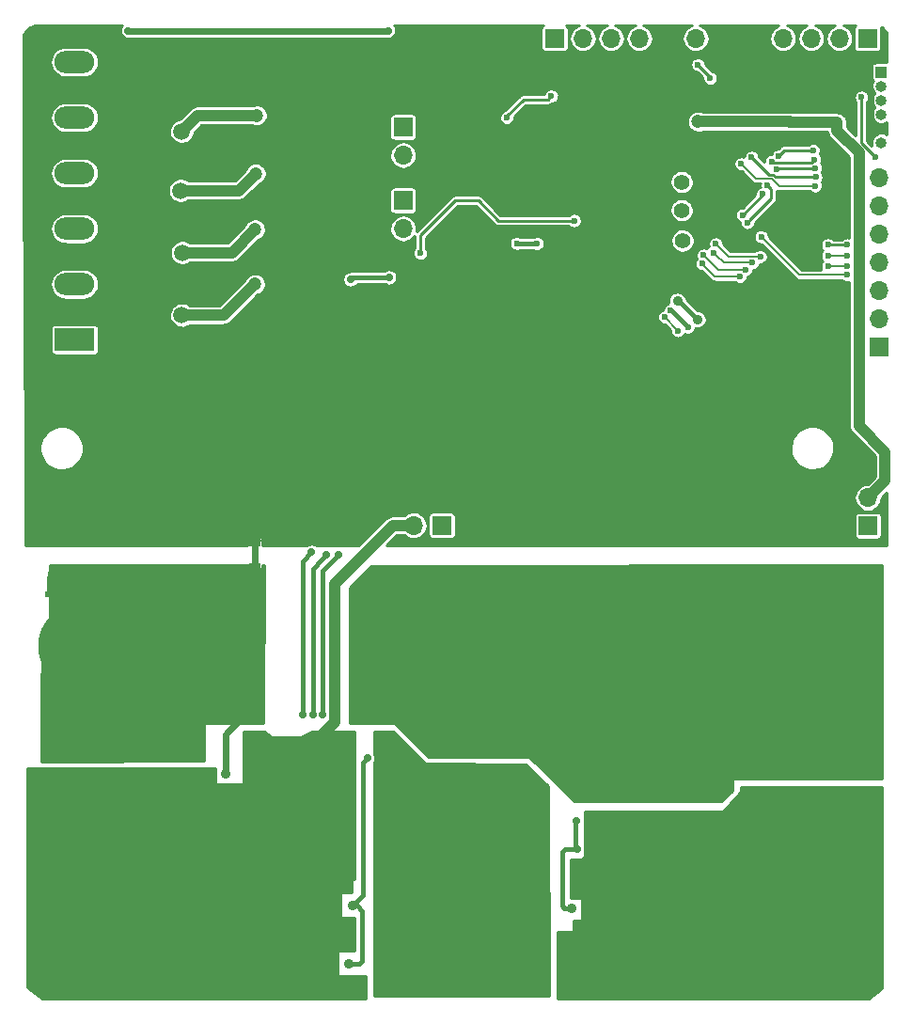
<source format=gbl>
G04 #@! TF.FileFunction,Copper,L2,Bot,Mixed*
%FSLAX46Y46*%
G04 Gerber Fmt 4.6, Leading zero omitted, Abs format (unit mm)*
G04 Created by KiCad (PCBNEW 4.0.7) date 01/18/18 16:43:29*
%MOMM*%
%LPD*%
G01*
G04 APERTURE LIST*
%ADD10C,0.100000*%
%ADD11C,0.600000*%
%ADD12R,1.700000X1.700000*%
%ADD13O,1.700000X1.700000*%
%ADD14C,1.400000*%
%ADD15C,7.000000*%
%ADD16C,0.800000*%
%ADD17R,1.000000X1.000000*%
%ADD18O,1.000000X1.000000*%
%ADD19R,3.600000X2.000000*%
%ADD20O,3.600000X2.000000*%
%ADD21C,0.600000*%
%ADD22C,1.200000*%
%ADD23C,0.700000*%
%ADD24C,0.900000*%
%ADD25C,1.000000*%
%ADD26C,1.500000*%
%ADD27C,0.250000*%
%ADD28C,0.190000*%
%ADD29C,0.400000*%
%ADD30C,0.160000*%
%ADD31C,1.000000*%
%ADD32C,0.254000*%
G04 APERTURE END LIST*
D10*
D11*
X135400000Y-97495000D02*
X135400000Y-94955000D01*
D12*
X152240000Y-93550000D03*
D13*
X149700000Y-93550000D03*
D14*
X173901000Y-67900500D03*
X173901000Y-70440500D03*
D12*
X148755000Y-57677000D03*
D13*
X148755000Y-60217000D03*
D12*
X148755000Y-64281000D03*
D13*
X148755000Y-66821000D03*
D12*
X190600000Y-93600000D03*
D13*
X190600000Y-91060000D03*
X190600000Y-88520000D03*
D15*
X119428845Y-130000000D03*
D16*
X122053845Y-130000000D03*
X121285000Y-131856155D03*
X119428845Y-132625000D03*
X117572690Y-131856155D03*
X116803845Y-130000000D03*
X117572690Y-128143845D03*
X119428845Y-127375000D03*
X121285000Y-128143845D03*
D15*
X187000000Y-130000000D03*
D16*
X189625000Y-130000000D03*
X188856155Y-131856155D03*
X187000000Y-132625000D03*
X185143845Y-131856155D03*
X184375000Y-130000000D03*
X185143845Y-128143845D03*
X187000000Y-127375000D03*
X188856155Y-128143845D03*
D12*
X162400000Y-49700000D03*
D13*
X164940000Y-49700000D03*
X167480000Y-49700000D03*
X170020000Y-49700000D03*
X172560000Y-49700000D03*
X175100000Y-49700000D03*
D17*
X191808000Y-52724000D03*
D18*
X191808000Y-53994000D03*
X191808000Y-55264000D03*
X191808000Y-56534000D03*
X191808000Y-57804000D03*
X191808000Y-59074000D03*
D19*
X119164000Y-76835000D03*
D20*
X119164000Y-71835000D03*
X119164000Y-66835000D03*
X119164000Y-61835000D03*
X119164000Y-56835000D03*
X119164000Y-51835000D03*
D15*
X119375000Y-104410000D03*
D16*
X122000000Y-104410000D03*
X121231155Y-106266155D03*
X119375000Y-107035000D03*
X117518845Y-106266155D03*
X116750000Y-104410000D03*
X117518845Y-102553845D03*
X119375000Y-101785000D03*
X121231155Y-102553845D03*
D15*
X187113000Y-104410000D03*
D16*
X189738000Y-104410000D03*
X188969155Y-106266155D03*
X187113000Y-107035000D03*
X185256845Y-106266155D03*
X184488000Y-104410000D03*
X185256845Y-102553845D03*
X187113000Y-101785000D03*
X188969155Y-102553845D03*
D12*
X190580000Y-49700000D03*
D13*
X188040000Y-49700000D03*
X185500000Y-49700000D03*
X182960000Y-49700000D03*
X180420000Y-49700000D03*
D12*
X191600000Y-77500000D03*
D13*
X191600000Y-74960000D03*
X191600000Y-72420000D03*
X191600000Y-69880000D03*
X191600000Y-67340000D03*
X191600000Y-64800000D03*
X191600000Y-62260000D03*
D14*
X173837500Y-62630000D03*
X173837500Y-65170000D03*
D17*
X135400000Y-97495000D03*
X135400000Y-94955000D03*
D21*
X169100012Y-91600000D03*
X169600016Y-93350000D03*
X169599988Y-92350000D03*
X170350000Y-91600026D03*
X170600000Y-92350000D03*
X170600000Y-93350000D03*
X166350000Y-79600000D03*
X164100000Y-73600000D03*
X165350000Y-74350000D03*
X166100000Y-75350000D03*
X166100000Y-76850000D03*
X151600000Y-78350000D03*
X152100000Y-74350008D03*
X152100000Y-75350000D03*
X150350000Y-74350004D03*
X148349994Y-76100000D03*
X150350000Y-75350000D03*
X142350028Y-85850000D03*
X143600000Y-84350000D03*
X146350008Y-81600000D03*
X144850000Y-83100000D03*
X147850000Y-80100000D03*
X149600000Y-78600000D03*
X140850000Y-87350000D03*
X139600000Y-88850000D03*
X137100002Y-87350000D03*
X137100000Y-88850000D03*
X137100000Y-90600000D03*
X137100000Y-93600004D03*
X137100000Y-92100000D03*
X137100000Y-94850000D03*
X139600000Y-94850000D03*
X139600000Y-90600000D03*
X139600000Y-92100000D03*
X139600000Y-93600000D03*
X163500000Y-77700000D03*
X163500000Y-78700000D03*
X163500000Y-79900000D03*
X161700000Y-79900000D03*
X160000000Y-79700000D03*
X160900000Y-78800000D03*
X161600000Y-78100000D03*
X162400000Y-77400000D03*
X163300000Y-76700000D03*
X187400000Y-54200000D03*
X182900000Y-93550000D03*
X168700000Y-92250000D03*
X156050000Y-84300000D03*
X156000000Y-85400000D03*
X156000000Y-86450000D03*
X157000000Y-86450000D03*
X157000000Y-85300000D03*
X157000000Y-84000000D03*
X161400000Y-84700000D03*
X157950000Y-85250000D03*
X156550000Y-74700000D03*
X155850000Y-73650000D03*
X154800000Y-68000000D03*
X152400000Y-66950000D03*
X152400000Y-68000000D03*
X138700000Y-85550000D03*
X140000000Y-84150000D03*
X141400000Y-82700000D03*
X142550000Y-81450000D03*
X144000000Y-80150000D03*
X145500000Y-78650000D03*
X147050000Y-77400000D03*
X160000000Y-75600000D03*
X158750000Y-75600000D03*
X157100000Y-76800000D03*
X155650000Y-77650000D03*
X153800000Y-78450000D03*
D22*
X171950000Y-93400000D03*
X155550000Y-92950000D03*
D21*
X169887960Y-77985665D03*
D23*
X159450010Y-65200000D03*
D21*
X188700000Y-79900000D03*
D24*
X182200000Y-58940990D03*
D21*
X177900000Y-76900000D03*
X184700000Y-55500000D03*
D23*
X157250450Y-58228019D03*
X168000000Y-61000000D03*
D21*
X172000014Y-57200000D03*
X172300000Y-61600000D03*
D25*
X159150000Y-85250000D03*
D23*
X156323500Y-51800000D03*
D21*
X147600000Y-72200000D03*
X144200000Y-72800000D03*
X160825000Y-68175000D03*
X158974977Y-68150000D03*
D24*
X175250000Y-75000000D03*
X173450000Y-73350000D03*
D21*
X162100000Y-54899996D03*
X158100000Y-56829024D03*
X123500000Y-127250000D03*
X123750000Y-132000000D03*
X122250000Y-134000000D03*
X123250000Y-133250000D03*
X143250000Y-126250000D03*
X142250000Y-126250000D03*
X141000000Y-126250000D03*
X141000000Y-135750000D03*
X141000000Y-134750000D03*
X141000000Y-133750000D03*
X141250000Y-132500000D03*
X141250000Y-131500000D03*
X141250000Y-130500000D03*
X141250000Y-129250000D03*
X141000000Y-125000000D03*
X141000000Y-124000000D03*
X141000000Y-123000000D03*
X141000000Y-122000000D03*
X141000000Y-121000000D03*
X124900000Y-126100000D03*
X124900000Y-125000000D03*
X124900000Y-124000000D03*
X126000000Y-124000000D03*
X126000000Y-125100000D03*
X126000000Y-126200000D03*
X143000000Y-134500004D03*
X142250000Y-133750022D03*
X142000000Y-134750000D03*
X142000000Y-121000000D03*
X142000000Y-122000000D03*
X142000000Y-123000000D03*
X142000000Y-124000000D03*
X142000000Y-125250000D03*
X142000000Y-135750000D03*
X143000000Y-135750000D03*
X144000000Y-135750000D03*
X145000000Y-135750000D03*
X145000000Y-134750000D03*
X145000000Y-134750000D03*
X144000000Y-134606002D03*
X142250000Y-132500000D03*
X142250000Y-131500000D03*
X142250000Y-130500000D03*
X142250000Y-130500000D03*
X142250000Y-129254000D03*
X143250000Y-129254000D03*
X143250000Y-130500000D03*
X143250000Y-130500000D03*
X143250000Y-131500000D03*
X144000000Y-131500000D03*
X144000000Y-130500000D03*
X144000000Y-129254000D03*
X142750000Y-121000000D03*
X142750000Y-122000000D03*
X142750000Y-123000000D03*
X142750000Y-124000000D03*
X142810000Y-125190000D03*
X143750000Y-125190000D03*
X143750000Y-124000000D03*
X143750000Y-123000000D03*
X143750000Y-122000000D03*
X143750000Y-121000000D03*
X120250000Y-135750000D03*
X119000000Y-135750000D03*
X118000000Y-135750000D03*
X117000000Y-135750000D03*
X116250000Y-134750000D03*
X118000000Y-134750000D03*
X119750000Y-134750000D03*
X121000000Y-134750000D03*
X121500000Y-135500000D03*
X123500000Y-135500000D03*
X125000000Y-134250000D03*
X124750000Y-135250000D03*
X126000000Y-135250000D03*
X126000000Y-134250000D03*
X126000000Y-133250000D03*
X126000000Y-132000000D03*
X126000000Y-131000000D03*
X126000000Y-129750000D03*
X126000000Y-128500000D03*
X126000000Y-127250000D03*
X122750000Y-134750000D03*
X124000000Y-134000000D03*
X124750000Y-133250000D03*
X124750000Y-132000000D03*
X124750000Y-131000000D03*
X124750000Y-129750000D03*
X124750000Y-128500000D03*
X124750000Y-127250000D03*
X121500000Y-125999996D03*
X123750000Y-126250000D03*
X122750000Y-126250000D03*
X117500000Y-125000000D03*
X118750000Y-125000000D03*
X120000000Y-125000000D03*
X121250000Y-125000000D03*
X122750000Y-125000000D03*
X123750000Y-125000000D03*
X123750000Y-124000000D03*
X122750000Y-124000000D03*
X121250000Y-124000000D03*
X120000000Y-124000000D03*
X118750000Y-124000000D03*
X117500000Y-124000000D03*
X116250000Y-124000000D03*
X116250000Y-125250000D03*
X116250000Y-126500000D03*
X183000000Y-133500000D03*
X183500000Y-127000000D03*
X164300000Y-129500000D03*
X181000000Y-123250000D03*
X181000000Y-124500000D03*
X181000000Y-125750000D03*
X181000000Y-127000000D03*
X181000000Y-128500000D03*
X181000000Y-129750000D03*
X181000000Y-131250000D03*
X181000000Y-133000000D03*
X181000000Y-134500000D03*
X181000000Y-135500000D03*
X182000000Y-135500000D03*
X183250000Y-135500000D03*
X184500000Y-135500000D03*
X185750000Y-135500000D03*
X185750000Y-134500000D03*
X184500000Y-134500000D03*
X183250000Y-134500000D03*
X182000000Y-134500000D03*
X182000000Y-133000000D03*
X182000000Y-131250000D03*
X182000000Y-129750000D03*
X182000000Y-128500000D03*
X182000000Y-127000000D03*
X182000000Y-125750000D03*
X182000000Y-124500000D03*
X182000000Y-123250000D03*
X183250000Y-123250000D03*
X183250000Y-124500000D03*
X183250000Y-125750000D03*
X184500000Y-125750000D03*
X184500000Y-124500000D03*
X184500000Y-123295000D03*
X185750000Y-123250000D03*
X185750000Y-124500000D03*
X185750000Y-125750000D03*
X186750000Y-125750000D03*
X186750000Y-124500000D03*
X186750000Y-123250000D03*
X187750000Y-123250000D03*
X187750000Y-124500000D03*
X187750000Y-125750000D03*
X166250000Y-135750000D03*
X166250000Y-135000000D03*
X166250000Y-134000000D03*
X166250000Y-133000000D03*
X166250000Y-131750000D03*
X166250000Y-130500000D03*
X166250000Y-129500000D03*
X165250000Y-129500000D03*
X165226000Y-130524000D03*
X165250000Y-131750000D03*
X165250000Y-133000000D03*
X165250000Y-134000000D03*
X165250000Y-135000000D03*
X165250000Y-135750000D03*
X164250000Y-135750000D03*
X163250000Y-135750000D03*
X163250000Y-135000000D03*
X164250000Y-135000000D03*
X164250000Y-134000000D03*
X164250000Y-133000000D03*
X164250000Y-131750000D03*
X164250000Y-130524000D03*
X167000000Y-126500000D03*
X167000000Y-125250000D03*
X167000000Y-124000000D03*
X167000000Y-123000000D03*
X167000000Y-122000000D03*
X167000000Y-120750000D03*
X167000000Y-119500000D03*
X166000000Y-119500000D03*
X166000000Y-120750000D03*
X166000000Y-122000000D03*
X166000000Y-123000000D03*
X166000000Y-124000000D03*
X166000000Y-125250000D03*
X166008000Y-126508000D03*
X165250000Y-126508000D03*
X165250000Y-125250000D03*
X165250000Y-124000000D03*
X164500000Y-126508000D03*
X164500000Y-125250000D03*
X164500000Y-123968000D03*
X185500000Y-100000000D03*
X184000000Y-101000000D03*
X183000000Y-101500000D03*
X183000000Y-102500000D03*
X183000000Y-103500000D03*
X183000000Y-105500000D03*
X183000000Y-106500000D03*
X183000000Y-107500000D03*
X184000000Y-107895255D03*
X145000000Y-98500000D03*
X145000000Y-99500000D03*
X145000000Y-100500000D03*
X145000000Y-101500000D03*
X145000000Y-102500000D03*
X145000000Y-103500000D03*
X145000000Y-104500000D03*
X145000000Y-105500000D03*
X145000000Y-106500000D03*
X145000000Y-107500000D03*
X145000000Y-108500000D03*
X145000000Y-109500000D03*
X184500000Y-112000000D03*
X183250000Y-112000000D03*
X185750000Y-111000000D03*
X185750000Y-110000000D03*
X185750000Y-109000000D03*
X184500000Y-111000000D03*
X183250000Y-111000000D03*
X183250000Y-110000000D03*
X184500000Y-110000000D03*
X184500000Y-109000000D03*
X183250000Y-109000000D03*
X184250000Y-100000000D03*
X183000000Y-100000000D03*
X188000000Y-99000000D03*
X186750000Y-99000000D03*
X185500000Y-99000000D03*
X184250000Y-99000000D03*
X183000000Y-99000000D03*
X176200000Y-100400000D03*
X175600000Y-100000000D03*
X174400000Y-99800000D03*
X173200000Y-99800000D03*
X172000000Y-100000000D03*
X171200000Y-101000000D03*
X171400000Y-102200000D03*
X172400000Y-103000000D03*
X173800000Y-103400000D03*
X175200000Y-103800000D03*
X176000000Y-104600000D03*
X176200000Y-105600000D03*
X175200000Y-106600000D03*
X174000000Y-107000000D03*
X173000000Y-107000000D03*
X172000000Y-107000000D03*
X171000000Y-106600000D03*
X167399994Y-106800000D03*
X167400000Y-104600000D03*
X167400000Y-105800000D03*
X167400000Y-103400000D03*
X167400000Y-102200000D03*
X167400000Y-101200000D03*
X167200000Y-100000000D03*
X166400000Y-101600000D03*
X165600000Y-102800000D03*
X164999994Y-103800000D03*
X164200000Y-105200000D03*
X163600000Y-103800000D03*
X162800000Y-102600000D03*
X162200000Y-101400000D03*
X161200000Y-99800000D03*
X161200000Y-101000000D03*
X161200000Y-102000000D03*
X161200000Y-103200000D03*
X161200000Y-104600000D03*
X161200000Y-105800000D03*
X161200000Y-106900000D03*
X156300000Y-103700000D03*
X157200000Y-104200000D03*
X157500000Y-105100000D03*
X157200000Y-106200000D03*
X156300000Y-106800000D03*
X155200000Y-107100000D03*
X154200000Y-107100000D03*
X153200000Y-107100000D03*
X152200000Y-107100000D03*
X152100000Y-106000000D03*
X152100000Y-105000000D03*
X152100000Y-104100000D03*
X152200000Y-99900000D03*
X152100000Y-101100000D03*
X152100000Y-102200000D03*
X152100000Y-103200000D03*
X153000000Y-103200000D03*
X154000000Y-103200000D03*
X155100000Y-103200000D03*
X156100000Y-102900000D03*
X156800000Y-102100000D03*
X156900000Y-101100000D03*
X156200000Y-100400000D03*
X155200000Y-100000000D03*
X154100000Y-99900000D03*
X153200000Y-99900000D03*
X181000000Y-99000000D03*
X181000000Y-100000000D03*
X181000000Y-101000000D03*
X181000000Y-102000000D03*
X181000000Y-103000000D03*
X181000000Y-104000000D03*
X181000000Y-105000000D03*
X181000000Y-106000000D03*
X181000000Y-107000000D03*
X181000000Y-107895255D03*
X181000000Y-109000000D03*
X181000000Y-110000000D03*
X181000000Y-111000000D03*
X182000000Y-112000000D03*
X181000000Y-112000000D03*
X182000000Y-111000000D03*
X182000000Y-110000000D03*
X182000000Y-109000000D03*
X182000000Y-107895255D03*
X182000000Y-107000000D03*
X182000000Y-106000000D03*
X182000000Y-105000000D03*
X182000000Y-104000000D03*
X182000000Y-103000000D03*
X182000000Y-102000000D03*
X182000000Y-101000000D03*
X182000000Y-100000000D03*
X182000000Y-99000000D03*
X147000000Y-98000000D03*
X147000000Y-98000000D03*
X147000000Y-99000000D03*
X147000000Y-100000000D03*
X147000000Y-101000000D03*
X147000000Y-102000000D03*
X147000000Y-103000000D03*
X147000000Y-104000000D03*
X147000000Y-105000000D03*
X147000000Y-106000000D03*
X147000000Y-107000000D03*
X147000000Y-107895255D03*
X147000000Y-109000000D03*
X147000000Y-110000000D03*
X146000000Y-110000000D03*
X146000000Y-109000000D03*
X146000000Y-107895255D03*
X146000000Y-107000000D03*
X146000000Y-106000000D03*
X146000000Y-105000000D03*
X146000000Y-104000000D03*
X146000000Y-103000000D03*
X146000000Y-102000000D03*
X146000000Y-101000000D03*
X146000000Y-100000000D03*
X146000000Y-99000000D03*
X146000000Y-98000000D03*
X183849989Y-57208211D03*
X172850000Y-74200000D03*
X174400000Y-75700000D03*
D22*
X175299999Y-57200000D03*
D21*
X176399998Y-53300000D03*
X175300847Y-52069262D03*
X187838174Y-57238174D03*
X182367709Y-61469200D03*
X185888826Y-61394610D03*
D23*
X147400000Y-49000000D03*
X124000000Y-49000000D03*
D22*
X135572400Y-56635600D03*
D26*
X128816000Y-58058000D03*
D22*
X135470800Y-61868000D03*
D26*
X128714400Y-63392000D03*
D22*
X135420000Y-66897200D03*
D26*
X128866800Y-68980000D03*
D23*
X144030600Y-71393000D03*
X147485000Y-71215200D03*
D22*
X135420000Y-71824800D03*
D26*
X128816000Y-74618800D03*
D21*
X124000000Y-99249996D03*
X125000000Y-98000000D03*
X124000000Y-108000000D03*
X125000000Y-108000000D03*
X125000000Y-109000000D03*
X124000000Y-109000000D03*
X123000000Y-109000000D03*
X123000000Y-110000000D03*
X124000000Y-110000000D03*
X117000000Y-98000000D03*
X116750000Y-99750000D03*
X131000000Y-111000000D03*
X131000000Y-110000000D03*
X131000000Y-109000000D03*
X131000000Y-108000000D03*
X131000000Y-107000000D03*
X131000000Y-106000000D03*
X131000000Y-105000000D03*
X131000000Y-104000000D03*
X131000000Y-103000000D03*
X131000000Y-102000000D03*
X131000000Y-101000000D03*
X131000000Y-100000000D03*
X131000000Y-99000000D03*
X131000000Y-98000000D03*
X132000000Y-97500000D03*
X132000000Y-98500000D03*
X133000000Y-98000000D03*
X133000000Y-99000000D03*
X133000000Y-100000000D03*
X133000000Y-101000000D03*
X133000000Y-102000000D03*
X133000000Y-103000000D03*
X133000000Y-104000000D03*
X133000000Y-105000000D03*
X133000000Y-106000000D03*
X133000000Y-107000000D03*
X133000000Y-108000000D03*
X133000000Y-111000000D03*
X132000000Y-110500000D03*
X133000000Y-110000000D03*
X133000000Y-109050000D03*
X132000000Y-109500000D03*
X132000000Y-108500000D03*
X132000000Y-107500000D03*
X132000000Y-106500000D03*
X132000000Y-105500000D03*
X132000000Y-104500000D03*
X132000000Y-103500000D03*
X132000000Y-102500000D03*
X132000000Y-101500000D03*
X132000000Y-100500000D03*
X132000000Y-99500000D03*
X125000000Y-110000000D03*
X123100000Y-107900000D03*
X123100000Y-98000000D03*
X123000000Y-99100000D03*
X124100000Y-100200000D03*
X125000000Y-99600000D03*
X123000000Y-100100000D03*
X125000000Y-106000000D03*
X125000000Y-107000000D03*
X125000000Y-105000000D03*
X125000000Y-104000000D03*
X125000000Y-103000000D03*
X125000000Y-102000000D03*
X125000000Y-101000000D03*
X124000000Y-101000000D03*
X124000000Y-102000000D03*
X124000000Y-103000000D03*
X124000000Y-104000000D03*
X124000000Y-105000000D03*
X124000000Y-106000000D03*
X124000000Y-107000000D03*
X118000000Y-109000000D03*
X119000000Y-109000000D03*
X120000000Y-109000000D03*
X121000000Y-109000000D03*
X122000000Y-109000000D03*
X122000000Y-110000000D03*
X121000000Y-110000000D03*
X120000000Y-110000000D03*
X119000000Y-110000000D03*
X118000000Y-110000000D03*
X118000000Y-98000000D03*
X119000000Y-98000000D03*
X120000000Y-98000000D03*
X121000000Y-98000000D03*
X122000000Y-98000000D03*
X122000000Y-99000000D03*
X121000000Y-99000000D03*
X120000000Y-99000000D03*
X119000000Y-99000000D03*
X118000000Y-99000000D03*
X119000000Y-112750000D03*
X120750000Y-112750000D03*
X120750000Y-114500000D03*
X119000000Y-114500000D03*
D24*
X132750000Y-115900000D03*
D21*
X175670406Y-69991407D03*
X179075958Y-71128980D03*
X175795010Y-69212155D03*
X179585413Y-70512154D03*
X150300000Y-69050000D03*
X164150000Y-66100000D03*
X191300024Y-60400000D03*
X190027587Y-55003651D03*
X185836790Y-62990990D03*
X179200000Y-61000000D03*
X185910058Y-62194340D03*
X180128378Y-60418208D03*
X185787812Y-60601001D03*
X181951473Y-60777118D03*
X180990438Y-67551188D03*
X188713255Y-70999738D03*
X176681272Y-68980541D03*
X187000000Y-70200000D03*
X188770033Y-70199902D03*
X180200000Y-69900002D03*
X180900000Y-69340023D03*
X187000000Y-69300000D03*
X188770033Y-69296739D03*
X176900000Y-68200000D03*
X188770032Y-68300000D03*
X187000000Y-68300000D03*
X173506594Y-76006594D03*
X172300000Y-74800000D03*
X181130615Y-63699990D03*
X179325000Y-65600000D03*
X179750000Y-66275000D03*
X181575000Y-62950000D03*
X161200000Y-127800000D03*
X160000000Y-127800000D03*
X158800000Y-127800000D03*
X157600000Y-127800000D03*
X156400000Y-127800000D03*
X155200000Y-127800000D03*
X154000000Y-127800000D03*
X153000000Y-127800000D03*
X151800000Y-127800000D03*
X150663500Y-127850000D03*
X149200000Y-127800000D03*
X147800000Y-127800000D03*
X146800000Y-127800000D03*
X161000000Y-130250000D03*
X161000000Y-131250000D03*
X160000000Y-130250000D03*
X159000000Y-130250000D03*
X159000000Y-131250000D03*
X160000000Y-132250000D03*
X161000000Y-132250000D03*
X159000000Y-132250000D03*
X160000000Y-131250000D03*
X148250000Y-123500000D03*
X147250000Y-124500000D03*
X147250000Y-123500000D03*
X147250000Y-125500000D03*
X148250000Y-125500000D03*
X149250000Y-125500000D03*
X149250000Y-123500000D03*
X148250000Y-124500000D03*
X149250000Y-124500000D03*
X161000000Y-123500000D03*
X161000000Y-125500000D03*
X161000000Y-124500000D03*
X160000000Y-125500000D03*
X159000000Y-124500000D03*
X159000000Y-125500000D03*
X159000000Y-123500000D03*
X160000000Y-124500000D03*
X160000000Y-123500000D03*
X148250000Y-132000000D03*
X147250000Y-132000000D03*
X148250000Y-131000000D03*
X147250000Y-131000000D03*
X147250000Y-130000000D03*
X148250000Y-130000000D03*
X149250000Y-130000000D03*
X149250000Y-131000000D03*
X149250000Y-132000000D03*
X151750000Y-133064000D03*
X152500000Y-133064000D03*
X153300000Y-133064000D03*
X154100000Y-133064000D03*
X154900000Y-133064000D03*
X155600000Y-133064000D03*
X155750000Y-131800000D03*
X156300000Y-133064000D03*
X156400000Y-131794000D03*
X155050000Y-131794000D03*
X154150000Y-131794000D03*
X153250000Y-131794000D03*
X152500000Y-131794000D03*
X151750000Y-131794000D03*
X156450000Y-130524000D03*
X155750000Y-130524000D03*
X155050000Y-130524000D03*
X154250000Y-130524000D03*
X153300000Y-130524000D03*
X152500000Y-130524000D03*
X151800000Y-130524000D03*
X156400000Y-129254000D03*
X155700000Y-129254000D03*
X155000000Y-129254000D03*
X154200000Y-129254000D03*
X153350000Y-129254000D03*
X152450000Y-129254000D03*
X151750000Y-129254000D03*
X152250000Y-126508000D03*
X153000000Y-126508000D03*
X153800000Y-126508000D03*
X154550000Y-126508000D03*
X155350000Y-126508000D03*
X156100000Y-126508000D03*
X156100000Y-125190000D03*
X155300000Y-125190000D03*
X154600000Y-125190000D03*
X153850000Y-125190000D03*
X153100000Y-125190000D03*
X152300000Y-125190000D03*
X152300000Y-123968000D03*
X153050000Y-123968000D03*
X153800000Y-123968000D03*
X154550000Y-123968000D03*
X155250000Y-123968000D03*
X156050000Y-123968000D03*
X154500000Y-122698000D03*
X155200000Y-122698000D03*
X156000000Y-122698000D03*
X153800000Y-122650000D03*
X153000000Y-122650000D03*
X152250000Y-122650000D03*
D23*
X145550000Y-114500000D03*
D24*
X144200000Y-127800000D03*
X143850000Y-133050000D03*
D23*
X139700000Y-110599999D03*
X140500000Y-95949998D03*
X164400000Y-122700000D03*
X164350000Y-120200000D03*
D24*
X163900000Y-128000000D03*
D23*
X141791663Y-96236354D03*
X140599980Y-110592644D03*
X142944982Y-96194982D03*
X141476000Y-110614656D03*
D21*
X182579085Y-60281010D03*
X185666323Y-59800697D03*
D27*
X169100012Y-91850012D02*
X169100012Y-91600000D01*
X170600000Y-93350000D02*
X169100012Y-91850012D01*
X169600016Y-93150016D02*
X169600016Y-93350000D01*
X168700000Y-92250000D02*
X169600016Y-93150016D01*
X170600000Y-92350000D02*
X169599988Y-92350000D01*
D28*
X166100000Y-75350000D02*
X166100000Y-75100000D01*
X166100000Y-75100000D02*
X165350000Y-74350000D01*
X163300000Y-76700000D02*
X165950000Y-76700000D01*
X165950000Y-76700000D02*
X166100000Y-76850000D01*
D27*
X149600000Y-78600000D02*
X151350000Y-78600000D01*
X151350000Y-78600000D02*
X151600000Y-78350000D01*
X152100000Y-75350000D02*
X152100000Y-74350008D01*
X148774258Y-76100000D02*
X148349994Y-76100000D01*
X149600000Y-76100000D02*
X148774258Y-76100000D01*
X150350000Y-75350000D02*
X149600000Y-76100000D01*
X142350000Y-85850000D02*
X142350028Y-85850000D01*
X140850000Y-87350000D02*
X142350000Y-85850000D01*
X144850000Y-83100000D02*
X143600000Y-84350000D01*
X147850000Y-80100000D02*
X146350008Y-81599992D01*
X146350008Y-81599992D02*
X146350008Y-81600000D01*
X139600000Y-90600000D02*
X139600000Y-88850000D01*
X137100002Y-87149998D02*
X137100002Y-87350000D01*
X138700000Y-85550000D02*
X137100002Y-87149998D01*
X137100000Y-90600000D02*
X137100000Y-88850000D01*
X137100000Y-92100000D02*
X137100000Y-93600004D01*
X137100000Y-93350000D02*
X137100000Y-92524264D01*
X136850000Y-93600000D02*
X137100000Y-93350000D01*
X137100000Y-92524264D02*
X137100000Y-92100000D01*
X140024264Y-92100000D02*
X139600000Y-92100000D01*
X154700000Y-92100000D02*
X140024264Y-92100000D01*
X154950001Y-92350001D02*
X154700000Y-92100000D01*
X139600000Y-93600000D02*
X139600000Y-92100000D01*
D28*
X163500000Y-78700000D02*
X163500000Y-77700000D01*
X161700000Y-79900000D02*
X163500000Y-79900000D01*
X160900000Y-78800000D02*
X160000000Y-79700000D01*
X162400000Y-77400000D02*
X162300000Y-77400000D01*
X162300000Y-77400000D02*
X161600000Y-78100000D01*
X160000000Y-75600000D02*
X162200000Y-75600000D01*
X162200000Y-75600000D02*
X163300000Y-76700000D01*
D29*
X186000000Y-54200000D02*
X187400000Y-54200000D01*
X187400000Y-54200000D02*
X190600000Y-54200000D01*
D27*
X156000000Y-85400000D02*
X156000000Y-84350000D01*
X156000000Y-84350000D02*
X156050000Y-84300000D01*
X157000000Y-86450000D02*
X156000000Y-86450000D01*
X157000000Y-84000000D02*
X157000000Y-85300000D01*
X159150000Y-85250000D02*
X160850000Y-85250000D01*
X160850000Y-85250000D02*
X161400000Y-84700000D01*
X155850000Y-73650000D02*
X155850000Y-74000000D01*
X155850000Y-74000000D02*
X156550000Y-74700000D01*
X152400000Y-68000000D02*
X152400000Y-66950000D01*
X141400000Y-82700000D02*
X141400000Y-82750000D01*
X141400000Y-82750000D02*
X140000000Y-84150000D01*
X144000000Y-80150000D02*
X143850000Y-80150000D01*
X143850000Y-80150000D02*
X142550000Y-81450000D01*
X147050000Y-77400000D02*
X146750000Y-77400000D01*
X146750000Y-77400000D02*
X145500000Y-78650000D01*
X157100000Y-76800000D02*
X157550000Y-76800000D01*
X157550000Y-76800000D02*
X158750000Y-75600000D01*
X153800000Y-78450000D02*
X154850000Y-78450000D01*
X154850000Y-78450000D02*
X155650000Y-77650000D01*
X155550000Y-92950000D02*
X154950001Y-92350001D01*
X154950001Y-92350001D02*
X154750001Y-92350001D01*
D30*
X135400000Y-94955000D02*
X135400000Y-94295000D01*
X135400000Y-94955000D02*
X134740000Y-94955000D01*
X134740000Y-94955000D02*
X134720000Y-94975000D01*
X135400000Y-94955000D02*
X136060000Y-94955000D01*
X136060000Y-94955000D02*
X136065000Y-94950000D01*
D29*
X190600000Y-54200000D02*
X190800000Y-54200000D01*
X190907999Y-54907999D02*
X190907999Y-54507999D01*
X190907999Y-54507999D02*
X190600000Y-54200000D01*
X184700000Y-55500000D02*
X186000000Y-54200000D01*
D27*
X190800000Y-54800000D02*
X190800000Y-54200000D01*
D29*
X191808000Y-57804000D02*
X191100894Y-57804000D01*
X191100894Y-57804000D02*
X190907999Y-57611105D01*
X190907999Y-57611105D02*
X190907999Y-54907999D01*
X190907999Y-54907999D02*
X190800000Y-54800000D01*
X158974977Y-68150000D02*
X160800000Y-68150000D01*
X160800000Y-68150000D02*
X160825000Y-68175000D01*
X173450000Y-73350000D02*
X173600000Y-73350000D01*
X173600000Y-73350000D02*
X175250000Y-75000000D01*
D27*
X158100000Y-56829024D02*
X158100000Y-56700000D01*
X158100000Y-56700000D02*
X159600005Y-55199995D01*
X159600005Y-55199995D02*
X161800001Y-55199995D01*
X161800001Y-55199995D02*
X162100000Y-54899996D01*
D28*
X124750000Y-127250000D02*
X123500000Y-127250000D01*
X123250000Y-133250000D02*
X123000000Y-133250000D01*
X123000000Y-133250000D02*
X122250000Y-134000000D01*
X142250000Y-126250000D02*
X143250000Y-126250000D01*
X142000000Y-125250000D02*
X141000000Y-126250000D01*
X141000000Y-133750000D02*
X141000000Y-134750000D01*
X141250000Y-131500000D02*
X141250000Y-132500000D01*
X141250000Y-129250000D02*
X141250000Y-130500000D01*
X141000000Y-124000000D02*
X141000000Y-125000000D01*
X141000000Y-122000000D02*
X141000000Y-123000000D01*
X142000000Y-121000000D02*
X141000000Y-121000000D01*
D31*
X126000000Y-127250000D02*
X126530002Y-127250000D01*
X126530002Y-127250000D02*
X142550000Y-111230002D01*
X142550000Y-111230002D02*
X142550000Y-98800000D01*
X142550000Y-98800000D02*
X147800000Y-93550000D01*
X147800000Y-93550000D02*
X148497919Y-93550000D01*
X148497919Y-93550000D02*
X149700000Y-93550000D01*
D29*
X115174999Y-125674999D02*
X116287846Y-125674999D01*
D28*
X124900000Y-125000000D02*
X124900000Y-126100000D01*
X126000000Y-124000000D02*
X124900000Y-124000000D01*
X126000000Y-126200000D02*
X126000000Y-125100000D01*
X142200000Y-133800000D02*
X142250000Y-133750000D01*
X142700001Y-134200005D02*
X143000000Y-134500004D01*
X142250000Y-133750004D02*
X142700001Y-134200005D01*
X142250000Y-133750000D02*
X142250000Y-133750004D01*
X142250000Y-133750000D02*
X142250000Y-133750022D01*
X142000000Y-122000000D02*
X142000000Y-121000000D01*
X142000000Y-124000000D02*
X142000000Y-123000000D01*
X142810000Y-125190000D02*
X142060000Y-125190000D01*
X142060000Y-125190000D02*
X142000000Y-125250000D01*
X143000000Y-135750000D02*
X142000000Y-135750000D01*
X145000000Y-135750000D02*
X144000000Y-135750000D01*
X144000000Y-134606002D02*
X144856002Y-134606002D01*
X144856002Y-134606002D02*
X145000000Y-134750000D01*
X142250000Y-131500000D02*
X142250000Y-132500000D01*
X142250000Y-130500000D02*
X142250000Y-131500000D01*
X143250000Y-131500000D02*
X143250000Y-130500000D01*
X144000000Y-131500000D02*
X143250000Y-131500000D01*
X142750000Y-123000000D02*
X142750000Y-122000000D01*
X142810000Y-125190000D02*
X142810000Y-124060000D01*
X142810000Y-124060000D02*
X142750000Y-124000000D01*
X143750000Y-123000000D02*
X143750000Y-124000000D01*
X143750000Y-121000000D02*
X143750000Y-122000000D01*
X119000000Y-135750000D02*
X120250000Y-135750000D01*
X117000000Y-135750000D02*
X118000000Y-135750000D01*
X118000000Y-134750000D02*
X116250000Y-134750000D01*
X121000000Y-134750000D02*
X119750000Y-134750000D01*
X123500000Y-135500000D02*
X121500000Y-135500000D01*
X124750000Y-135250000D02*
X124750000Y-134500000D01*
X124750000Y-134500000D02*
X125000000Y-134250000D01*
X126000000Y-134250000D02*
X126000000Y-135250000D01*
X126000000Y-132000000D02*
X126000000Y-133250000D01*
X126000000Y-129750000D02*
X126000000Y-131000000D01*
X126000000Y-127250000D02*
X126000000Y-128500000D01*
X123250000Y-134750000D02*
X122750000Y-134750000D01*
X124000000Y-134000000D02*
X123250000Y-134750000D01*
X124750000Y-132000000D02*
X124750000Y-133250000D01*
X124750000Y-129750000D02*
X124750000Y-131000000D01*
D29*
X124750000Y-127250000D02*
X124750000Y-128500000D01*
X121250000Y-125749996D02*
X121500000Y-125999996D01*
X121250000Y-125000000D02*
X121250000Y-125749996D01*
X122750000Y-126250000D02*
X123750000Y-126250000D01*
X120000000Y-125000000D02*
X118750000Y-125000000D01*
X122750000Y-125000000D02*
X121250000Y-125000000D01*
X123750000Y-124000000D02*
X123750000Y-125000000D01*
X121250000Y-124000000D02*
X122750000Y-124000000D01*
X118750000Y-124000000D02*
X120000000Y-124000000D01*
X116250000Y-124000000D02*
X117500000Y-124000000D01*
X116250000Y-126500000D02*
X116250000Y-125250000D01*
X116287846Y-125674999D02*
X119428845Y-128815998D01*
D28*
X183250000Y-125750000D02*
X183250000Y-126750000D01*
X183250000Y-126750000D02*
X183500000Y-127000000D01*
X164300000Y-129500000D02*
X165250000Y-129500000D01*
X181000000Y-124500000D02*
X181000000Y-123250000D01*
X181000000Y-127000000D02*
X181000000Y-125750000D01*
X181000000Y-129750000D02*
X181000000Y-128500000D01*
X181000000Y-133000000D02*
X181000000Y-131250000D01*
X181000000Y-135500000D02*
X181000000Y-134500000D01*
X183250000Y-135500000D02*
X182000000Y-135500000D01*
X185750000Y-134924264D02*
X185750000Y-135500000D01*
X185750000Y-134500000D02*
X185750000Y-134924264D01*
X183250000Y-134500000D02*
X184500000Y-134500000D01*
X182000000Y-133000000D02*
X182000000Y-134500000D01*
X182000000Y-129750000D02*
X182000000Y-131250000D01*
X182000000Y-127000000D02*
X182000000Y-128500000D01*
X182000000Y-124500000D02*
X182000000Y-125750000D01*
X183250000Y-123250000D02*
X182000000Y-123250000D01*
X183250000Y-125750000D02*
X183250000Y-124500000D01*
X184500000Y-124500000D02*
X184500000Y-125750000D01*
X185750000Y-124500000D02*
X185750000Y-123250000D01*
X186750000Y-125750000D02*
X185750000Y-125750000D01*
X186750000Y-123250000D02*
X186750000Y-124500000D01*
X187750000Y-124500000D02*
X187750000Y-123250000D01*
X187000000Y-130000000D02*
X187695001Y-129304999D01*
X187695001Y-129304999D02*
X187695001Y-125804999D01*
X187695001Y-125804999D02*
X187750000Y-125750000D01*
X166250000Y-133000000D02*
X166250000Y-134000000D01*
X166250000Y-130500000D02*
X166250000Y-131750000D01*
X165226000Y-130524000D02*
X165226000Y-129524000D01*
X165226000Y-129524000D02*
X165250000Y-129500000D01*
X165250000Y-133000000D02*
X165250000Y-131750000D01*
X165250000Y-135000000D02*
X165250000Y-134000000D01*
X164250000Y-135750000D02*
X165250000Y-135750000D01*
X163250000Y-135000000D02*
X163250000Y-135750000D01*
X164250000Y-134000000D02*
X164250000Y-135000000D01*
X164250000Y-131750000D02*
X164250000Y-133000000D01*
X167000000Y-125250000D02*
X167000000Y-126500000D01*
X167000000Y-123000000D02*
X167000000Y-124000000D01*
X167000000Y-120750000D02*
X167000000Y-122000000D01*
X167000000Y-119500000D02*
X167000000Y-120750000D01*
X166000000Y-123000000D02*
X166000000Y-122000000D01*
X166000000Y-124000000D02*
X166000000Y-123000000D01*
X166008000Y-126508000D02*
X166008000Y-125258000D01*
X166008000Y-125258000D02*
X166000000Y-125250000D01*
X165250000Y-126508000D02*
X166008000Y-126508000D01*
X165250000Y-125250000D02*
X165250000Y-126508000D01*
X165250000Y-124000000D02*
X165250000Y-125250000D01*
X184000000Y-101000000D02*
X185000000Y-100000000D01*
X185000000Y-100000000D02*
X185500000Y-100000000D01*
X183000000Y-102500000D02*
X183000000Y-101500000D01*
X183000000Y-105500000D02*
X183000000Y-103500000D01*
X183000000Y-107500000D02*
X183000000Y-106500000D01*
X185750000Y-109000000D02*
X185104745Y-109000000D01*
X185104745Y-109000000D02*
X184000000Y-107895255D01*
X145000000Y-99500000D02*
X145000000Y-98500000D01*
X145000000Y-101500000D02*
X145000000Y-100500000D01*
X145000000Y-103500000D02*
X145000000Y-102500000D01*
X145000000Y-105500000D02*
X145000000Y-104500000D01*
X145000000Y-107500000D02*
X145000000Y-106500000D01*
X145000000Y-109500000D02*
X145000000Y-108500000D01*
X185750000Y-110000000D02*
X185750000Y-111000000D01*
X184500000Y-109000000D02*
X185750000Y-109000000D01*
X183250000Y-110000000D02*
X183250000Y-111000000D01*
X184500000Y-109000000D02*
X184500000Y-110000000D01*
X182000000Y-109000000D02*
X183250000Y-109000000D01*
X182000000Y-100000000D02*
X183000000Y-100000000D01*
X185500000Y-99000000D02*
X186750000Y-99000000D01*
X183000000Y-99000000D02*
X184250000Y-99000000D01*
D27*
X175600000Y-100000000D02*
X175800000Y-100000000D01*
X175800000Y-100000000D02*
X176200000Y-100400000D01*
X173200000Y-99800000D02*
X174400000Y-99800000D01*
X171200000Y-101000000D02*
X171200000Y-100800000D01*
X171200000Y-100800000D02*
X172000000Y-100000000D01*
X172400000Y-103000000D02*
X172200000Y-103000000D01*
X172200000Y-103000000D02*
X171400000Y-102200000D01*
X175200000Y-103800000D02*
X174200000Y-103800000D01*
X174200000Y-103800000D02*
X173800000Y-103400000D01*
X176200000Y-105600000D02*
X176200000Y-104800000D01*
X176200000Y-104800000D02*
X176000000Y-104600000D01*
X174000000Y-107000000D02*
X174800000Y-107000000D01*
X174800000Y-107000000D02*
X175200000Y-106600000D01*
X172000000Y-107000000D02*
X173000000Y-107000000D01*
X167399994Y-106800000D02*
X170800000Y-106800000D01*
X170800000Y-106800000D02*
X171000000Y-106600000D01*
X167400000Y-105800000D02*
X167400000Y-104600000D01*
X167400000Y-102200000D02*
X167400000Y-103400000D01*
X167200000Y-100000000D02*
X167200000Y-101000000D01*
X167200000Y-101000000D02*
X167400000Y-101200000D01*
X165600000Y-102800000D02*
X165600000Y-102400000D01*
X165600000Y-102400000D02*
X166400000Y-101600000D01*
X164999994Y-104224264D02*
X164999994Y-103800000D01*
X164999994Y-104400006D02*
X164999994Y-104224264D01*
X164200000Y-105200000D02*
X164999994Y-104400006D01*
X162800000Y-102600000D02*
X162800000Y-103000000D01*
X162800000Y-103000000D02*
X163600000Y-103800000D01*
X161200000Y-99800000D02*
X161200000Y-100400000D01*
X161200000Y-100400000D02*
X162200000Y-101400000D01*
X161200000Y-102000000D02*
X161200000Y-101000000D01*
X161200000Y-104600000D02*
X161200000Y-103200000D01*
X161200000Y-106900000D02*
X161200000Y-105800000D01*
X157200000Y-104200000D02*
X156800000Y-104200000D01*
X156800000Y-104200000D02*
X156300000Y-103700000D01*
X157200000Y-106200000D02*
X157200000Y-105400000D01*
X157200000Y-105400000D02*
X157500000Y-105100000D01*
X155200000Y-107100000D02*
X156000000Y-107100000D01*
X156000000Y-107100000D02*
X156300000Y-106800000D01*
X153200000Y-107100000D02*
X154200000Y-107100000D01*
X152100000Y-106000000D02*
X152100000Y-107000000D01*
X152100000Y-107000000D02*
X152200000Y-107100000D01*
X152100000Y-104100000D02*
X152100000Y-105000000D01*
X153200000Y-99900000D02*
X152200000Y-99900000D01*
X152100000Y-102200000D02*
X152100000Y-101100000D01*
X153000000Y-103200000D02*
X152100000Y-103200000D01*
X155100000Y-103200000D02*
X154000000Y-103200000D01*
X156800000Y-102100000D02*
X156800000Y-102200000D01*
X156800000Y-102200000D02*
X156100000Y-102900000D01*
X156200000Y-100400000D02*
X156900000Y-101100000D01*
X154100000Y-99900000D02*
X155100000Y-99900000D01*
X155100000Y-99900000D02*
X155200000Y-100000000D01*
X181000000Y-99000000D02*
X182000000Y-99000000D01*
X181000000Y-101000000D02*
X181000000Y-100000000D01*
X181000000Y-103000000D02*
X181000000Y-102000000D01*
X181000000Y-105000000D02*
X181000000Y-104000000D01*
X181000000Y-107000000D02*
X181000000Y-106000000D01*
X181000000Y-110000000D02*
X181000000Y-109000000D01*
X181000000Y-112000000D02*
X181000000Y-111000000D01*
X181000000Y-112000000D02*
X182000000Y-112000000D01*
X182000000Y-110000000D02*
X182000000Y-111000000D01*
X182000000Y-107895255D02*
X182000000Y-109000000D01*
X182000000Y-107000000D02*
X182000000Y-107895255D01*
X182000000Y-105000000D02*
X182000000Y-106000000D01*
X182000000Y-103000000D02*
X182000000Y-104000000D01*
X182000000Y-101000000D02*
X182000000Y-102000000D01*
X182000000Y-99000000D02*
X182000000Y-100000000D01*
X147000000Y-99000000D02*
X147000000Y-98000000D01*
X147000000Y-100000000D02*
X147000000Y-99000000D01*
X147000000Y-101000000D02*
X147000000Y-100000000D01*
X147000000Y-103000000D02*
X147000000Y-102000000D01*
X147000000Y-105000000D02*
X147000000Y-104000000D01*
X147000000Y-107000000D02*
X147000000Y-106000000D01*
X147000000Y-110000000D02*
X147000000Y-109000000D01*
X146000000Y-109000000D02*
X146000000Y-110000000D01*
X146000000Y-106000000D02*
X146000000Y-107000000D01*
X146000000Y-104000000D02*
X146000000Y-105000000D01*
X146000000Y-102000000D02*
X146000000Y-103000000D01*
X146000000Y-100000000D02*
X146000000Y-101000000D01*
X146000000Y-98000000D02*
X146000000Y-99000000D01*
X183629963Y-57208211D02*
X183849989Y-57208211D01*
X183600000Y-57238174D02*
X183629963Y-57208211D01*
D31*
X190600000Y-91060000D02*
X192150000Y-89510000D01*
X192150000Y-89510000D02*
X192150000Y-86950000D01*
X192150000Y-86950000D02*
X189800000Y-84600000D01*
X189800000Y-84600000D02*
X189800000Y-60000000D01*
X189800000Y-60000000D02*
X187838174Y-58038174D01*
X187838174Y-58038174D02*
X187838174Y-57662438D01*
X187838174Y-57662438D02*
X187838174Y-57238174D01*
D29*
X172900000Y-74200000D02*
X172850000Y-74200000D01*
X174400000Y-75700000D02*
X172900000Y-74200000D01*
D31*
X183561826Y-57200000D02*
X176148527Y-57200000D01*
X183600000Y-57238174D02*
X183561826Y-57200000D01*
X176148527Y-57200000D02*
X175299999Y-57200000D01*
D27*
X176399998Y-53168413D02*
X176399998Y-53300000D01*
X175300847Y-52069262D02*
X176399998Y-53168413D01*
D31*
X187838174Y-57238174D02*
X183600000Y-57238174D01*
D27*
X182442299Y-61394610D02*
X182367709Y-61469200D01*
X185888826Y-61394610D02*
X182442299Y-61394610D01*
D11*
X124000000Y-49000000D02*
X147400000Y-49000000D01*
D31*
X135572400Y-56635600D02*
X130238400Y-56635600D01*
X130238400Y-56635600D02*
X128816000Y-58058000D01*
X128714400Y-63392000D02*
X133946800Y-63392000D01*
X133946800Y-63392000D02*
X135470800Y-61868000D01*
X128866800Y-68980000D02*
X133337200Y-68980000D01*
X133337200Y-68980000D02*
X135420000Y-66897200D01*
D29*
X144208400Y-71215200D02*
X144030600Y-71393000D01*
X147485000Y-71215200D02*
X144208400Y-71215200D01*
D31*
X135420000Y-71824800D02*
X135369200Y-71824800D01*
X135369200Y-71824800D02*
X132575200Y-74618800D01*
X132575200Y-74618800D02*
X128816000Y-74618800D01*
D28*
X123100000Y-98000000D02*
X124000000Y-98900000D01*
X124000000Y-98900000D02*
X124000000Y-99249996D01*
X125000000Y-99600000D02*
X125000000Y-98000000D01*
X124000000Y-107000000D02*
X124000000Y-108000000D01*
X124000000Y-108000000D02*
X124000000Y-109000000D01*
X125000000Y-108000000D02*
X124000000Y-108000000D01*
X125000000Y-110000000D02*
X125000000Y-109000000D01*
X125000000Y-107000000D02*
X125000000Y-109000000D01*
X122000000Y-109000000D02*
X124000000Y-109000000D01*
X123000000Y-110000000D02*
X123000000Y-109000000D01*
X122000000Y-110000000D02*
X123000000Y-110000000D01*
X123000000Y-110000000D02*
X124000000Y-110000000D01*
X116750000Y-99750000D02*
X116750000Y-98250000D01*
X116750000Y-98250000D02*
X117000000Y-98000000D01*
X131000000Y-110000000D02*
X131000000Y-111000000D01*
X131000000Y-108000000D02*
X131000000Y-109000000D01*
X131000000Y-106000000D02*
X131000000Y-107000000D01*
X131000000Y-104000000D02*
X131000000Y-105000000D01*
X131000000Y-102000000D02*
X131000000Y-103000000D01*
X131000000Y-100000000D02*
X131000000Y-101000000D01*
X131000000Y-98000000D02*
X131000000Y-99000000D01*
X132000000Y-98500000D02*
X132000000Y-97500000D01*
X133000000Y-99000000D02*
X133000000Y-98000000D01*
X133000000Y-101000000D02*
X133000000Y-100000000D01*
X133000000Y-103000000D02*
X133000000Y-102000000D01*
X133000000Y-105000000D02*
X133000000Y-104000000D01*
X133000000Y-107000000D02*
X133000000Y-106000000D01*
X133000000Y-109050000D02*
X133000000Y-108000000D01*
X133000000Y-110000000D02*
X132500000Y-110000000D01*
X132500000Y-110000000D02*
X132000000Y-110500000D01*
X132000000Y-109500000D02*
X132550000Y-109500000D01*
X132550000Y-109500000D02*
X133000000Y-109050000D01*
X132000000Y-107500000D02*
X132000000Y-108500000D01*
X132000000Y-105500000D02*
X132000000Y-106500000D01*
X132000000Y-103500000D02*
X132000000Y-104500000D01*
X132000000Y-101500000D02*
X132000000Y-102500000D01*
D11*
X132000000Y-99500000D02*
X132000000Y-100500000D01*
X132750000Y-115900000D02*
X132750000Y-112350000D01*
X132750000Y-112350000D02*
X134725000Y-110375000D01*
X134725000Y-110375000D02*
X135350000Y-110375000D01*
D29*
X135350000Y-110375000D02*
X135400000Y-110325000D01*
X135400000Y-110325000D02*
X135400000Y-97495000D01*
D30*
X135400000Y-97495000D02*
X135400000Y-98155000D01*
X135400000Y-97495000D02*
X136060000Y-97495000D01*
X136060000Y-97495000D02*
X136075000Y-97480000D01*
X135400000Y-97495000D02*
X134740000Y-97495000D01*
X134740000Y-97495000D02*
X134735000Y-97500000D01*
D28*
X122000000Y-109000000D02*
X123100000Y-107900000D01*
X125000000Y-99600000D02*
X124700000Y-99600000D01*
X124700000Y-99600000D02*
X124100000Y-100200000D01*
X124000000Y-101000000D02*
X123900000Y-101000000D01*
X123900000Y-101000000D02*
X123000000Y-100100000D01*
D27*
X125000000Y-105000000D02*
X125000000Y-106000000D01*
X125000000Y-103000000D02*
X125000000Y-104000000D01*
X124000000Y-101000000D02*
X125000000Y-101000000D01*
X124000000Y-103000000D02*
X124000000Y-102000000D01*
X124000000Y-105000000D02*
X124000000Y-104000000D01*
X124000000Y-107000000D02*
X124000000Y-106000000D01*
X119000000Y-109000000D02*
X118000000Y-109000000D01*
X121000000Y-109000000D02*
X120000000Y-109000000D01*
X122000000Y-110000000D02*
X122000000Y-109000000D01*
X118000000Y-110000000D02*
X119000000Y-110000000D01*
X119000000Y-112750000D02*
X119000000Y-111000000D01*
X119000000Y-111000000D02*
X118000000Y-110000000D01*
X120000000Y-98000000D02*
X119000000Y-98000000D01*
X122000000Y-98000000D02*
X121000000Y-98000000D01*
X122000000Y-99000000D02*
X122000000Y-98000000D01*
X121000000Y-99000000D02*
X122000000Y-99000000D01*
X120000000Y-99000000D02*
X121000000Y-99000000D01*
X119000000Y-99000000D02*
X120000000Y-99000000D01*
X118000000Y-99000000D02*
X119000000Y-99000000D01*
X119375000Y-104410000D02*
X120100001Y-103684999D01*
X120100001Y-103684999D02*
X120100001Y-101100001D01*
X120100001Y-101100001D02*
X118000000Y-99000000D01*
D11*
X132700000Y-115850000D02*
X132750000Y-115900000D01*
D28*
X175970405Y-70291406D02*
X175670406Y-69991407D01*
X176807979Y-71128980D02*
X175970405Y-70291406D01*
X179075958Y-71128980D02*
X176807979Y-71128980D01*
X176095009Y-69512154D02*
X175795010Y-69212155D01*
X177095009Y-70512154D02*
X176095009Y-69512154D01*
X179585413Y-70512154D02*
X177095009Y-70512154D01*
D27*
X164150000Y-66100000D02*
X157300000Y-66100000D01*
X157300000Y-66100000D02*
X155500000Y-64300000D01*
X155500000Y-64300000D02*
X153450000Y-64300000D01*
X153450000Y-64300000D02*
X150300000Y-67450000D01*
X150300000Y-67450000D02*
X150300000Y-69050000D01*
D30*
X185412526Y-62990990D02*
X185836790Y-62990990D01*
X182600392Y-62990990D02*
X185412526Y-62990990D01*
X181929401Y-62319999D02*
X182600392Y-62990990D01*
X179200000Y-61000000D02*
X180519999Y-62319999D01*
X180519999Y-62319999D02*
X181929401Y-62319999D01*
D27*
X191000025Y-60100001D02*
X191300024Y-60400000D01*
X190027587Y-59127563D02*
X191000025Y-60100001D01*
X190027587Y-55003651D02*
X190027587Y-59127563D01*
X181675158Y-61964988D02*
X182076451Y-61964988D01*
X185485794Y-62194340D02*
X185910058Y-62194340D01*
X182076451Y-61964988D02*
X182305803Y-62194340D01*
X182305803Y-62194340D02*
X185485794Y-62194340D01*
X180128378Y-60418208D02*
X181675158Y-61964988D01*
X181951473Y-60777118D02*
X182068554Y-60894199D01*
X182655522Y-60906011D02*
X185482802Y-60906011D01*
X182068554Y-60894199D02*
X182643710Y-60894199D01*
X182643710Y-60894199D02*
X182655522Y-60906011D01*
X185482802Y-60906011D02*
X185487813Y-60901000D01*
X185487813Y-60901000D02*
X185787812Y-60601001D01*
D28*
X188713255Y-70999738D02*
X184438988Y-70999738D01*
X181290437Y-67851187D02*
X180990438Y-67551188D01*
X184438988Y-70999738D02*
X181290437Y-67851187D01*
X176981271Y-69280540D02*
X176681272Y-68980541D01*
X180200000Y-69900002D02*
X177600733Y-69900002D01*
X177600733Y-69900002D02*
X176981271Y-69280540D01*
X187000098Y-70199902D02*
X187000000Y-70200000D01*
X188770033Y-70199902D02*
X187000098Y-70199902D01*
X176900000Y-68200000D02*
X178040023Y-69340023D01*
X178040023Y-69340023D02*
X180475736Y-69340023D01*
X180475736Y-69340023D02*
X180900000Y-69340023D01*
X188770033Y-69296739D02*
X187003261Y-69296739D01*
X187003261Y-69296739D02*
X187000000Y-69300000D01*
D27*
X188770032Y-68300000D02*
X187000000Y-68300000D01*
D28*
X172300000Y-74800000D02*
X173506594Y-76006594D01*
D27*
X179325000Y-65600000D02*
X181130615Y-63794385D01*
X181130615Y-63794385D02*
X181130615Y-63699990D01*
X181575000Y-62950000D02*
X181874999Y-63249999D01*
X180049999Y-65975001D02*
X179750000Y-66275000D01*
X181874999Y-63249999D02*
X181874999Y-64150001D01*
X181874999Y-64150001D02*
X180049999Y-65975001D01*
X160000000Y-127800000D02*
X161200000Y-127800000D01*
X157600000Y-127800000D02*
X158800000Y-127800000D01*
X155200000Y-127800000D02*
X156400000Y-127800000D01*
X153000000Y-127800000D02*
X154000000Y-127800000D01*
X150663500Y-127850000D02*
X151750000Y-127850000D01*
X151750000Y-127850000D02*
X151800000Y-127800000D01*
X149200000Y-127800000D02*
X150613500Y-127800000D01*
X150613500Y-127800000D02*
X150663500Y-127850000D01*
X146800000Y-127800000D02*
X147800000Y-127800000D01*
D28*
X160700001Y-130299999D02*
X161000000Y-130000000D01*
X159847500Y-131152500D02*
X160700001Y-130299999D01*
X161000000Y-123424264D02*
X161000000Y-123000000D01*
X161000000Y-123541000D02*
X161000000Y-123424264D01*
X159938000Y-124603000D02*
X161000000Y-123541000D01*
X161000000Y-124500000D02*
X161000000Y-123000000D01*
X158799981Y-123299999D02*
X158499982Y-123000000D01*
X159938000Y-124438018D02*
X158799981Y-123299999D01*
X159938000Y-124603000D02*
X159938000Y-124438018D01*
X154100000Y-133064000D02*
X153300000Y-133064000D01*
X155600000Y-133064000D02*
X154900000Y-133064000D01*
X153250000Y-131794000D02*
X154150000Y-131794000D01*
X155750000Y-130524000D02*
X156450000Y-130524000D01*
X154250000Y-130524000D02*
X155050000Y-130524000D01*
X152500000Y-130524000D02*
X153300000Y-130524000D01*
X155700000Y-129254000D02*
X156400000Y-129254000D01*
X155000000Y-129254000D02*
X155700000Y-129254000D01*
X154200000Y-129254000D02*
X155000000Y-129254000D01*
X153350000Y-129254000D02*
X154200000Y-129254000D01*
X152450000Y-129254000D02*
X153350000Y-129254000D01*
X156100000Y-126508000D02*
X155350000Y-126508000D01*
X155300000Y-125190000D02*
X156100000Y-125190000D01*
X154600000Y-125190000D02*
X155300000Y-125190000D01*
X153850000Y-125190000D02*
X154600000Y-125190000D01*
X153100000Y-125190000D02*
X153850000Y-125190000D01*
D29*
X145150000Y-126850000D02*
X145150000Y-114900000D01*
X145150000Y-114900000D02*
X145550000Y-114500000D01*
X144200000Y-127800000D02*
X145150000Y-126850000D01*
X145050000Y-128250000D02*
X144600000Y-127800000D01*
X144600000Y-127800000D02*
X144200000Y-127800000D01*
X145050000Y-132800000D02*
X145050000Y-128250000D01*
X144800000Y-133050000D02*
X145050000Y-132800000D01*
X143850000Y-133050000D02*
X144800000Y-133050000D01*
X139700000Y-110105025D02*
X139700000Y-110599999D01*
X140500000Y-95949998D02*
X139700000Y-96749998D01*
X139700000Y-96749998D02*
X139700000Y-110105025D01*
X164350000Y-120200000D02*
X164250000Y-120300000D01*
X164250000Y-120300000D02*
X164250000Y-122550000D01*
X164250000Y-122550000D02*
X164400000Y-122700000D01*
X163050000Y-122950000D02*
X163300000Y-122700000D01*
X163300000Y-122700000D02*
X164400000Y-122700000D01*
X163050000Y-127786396D02*
X163050000Y-122950000D01*
X163900000Y-128000000D02*
X163263604Y-128000000D01*
X163263604Y-128000000D02*
X163050000Y-127786396D01*
X141441664Y-96586353D02*
X141791663Y-96236354D01*
X140599980Y-110592644D02*
X140599980Y-97428037D01*
X140599980Y-97428037D02*
X141441664Y-96586353D01*
X142594983Y-96544981D02*
X142944982Y-96194982D01*
X141476000Y-110614656D02*
X141476000Y-97663964D01*
X141476000Y-97663964D02*
X142594983Y-96544981D01*
D27*
X183059398Y-59800697D02*
X182879084Y-59981011D01*
X182879084Y-59981011D02*
X182579085Y-60281010D01*
X185666323Y-59800697D02*
X183059398Y-59800697D01*
D32*
G36*
X117079873Y-97125395D02*
X117100000Y-97127000D01*
X134773000Y-97127000D01*
X134773000Y-97495000D01*
X134784941Y-97616785D01*
X134820310Y-97733931D01*
X134877758Y-97841977D01*
X134955099Y-97936806D01*
X135049386Y-98014807D01*
X135157028Y-98073008D01*
X135273924Y-98109194D01*
X135395623Y-98121985D01*
X135517488Y-98110894D01*
X135634878Y-98076344D01*
X135743322Y-98019651D01*
X135838689Y-97942974D01*
X135917346Y-97849234D01*
X135976298Y-97742002D01*
X136013299Y-97625361D01*
X136026939Y-97503754D01*
X136027000Y-97495000D01*
X136027000Y-97127000D01*
X136222562Y-97127000D01*
X136173437Y-111373000D01*
X130950000Y-111373000D01*
X130914619Y-111378028D01*
X130882039Y-111392714D01*
X130854840Y-111415895D01*
X130835177Y-111445736D01*
X130824605Y-111479873D01*
X130823000Y-111500000D01*
X130823000Y-114773426D01*
X116177000Y-114822573D01*
X116177000Y-107096128D01*
X118647044Y-107096128D01*
X118672781Y-107236358D01*
X118725265Y-107368918D01*
X118802498Y-107488760D01*
X118901537Y-107591317D01*
X119018610Y-107672685D01*
X119149258Y-107729764D01*
X119288504Y-107760379D01*
X119431045Y-107763365D01*
X119571451Y-107738608D01*
X119704374Y-107687050D01*
X119824752Y-107610656D01*
X119927999Y-107512336D01*
X120010182Y-107395833D01*
X120068171Y-107265587D01*
X120099758Y-107126558D01*
X120102032Y-106963714D01*
X120074339Y-106823857D01*
X120020009Y-106692043D01*
X119941111Y-106573291D01*
X119840650Y-106472126D01*
X119722452Y-106392401D01*
X119591020Y-106337152D01*
X119542942Y-106327283D01*
X120503199Y-106327283D01*
X120528936Y-106467513D01*
X120581420Y-106600073D01*
X120658653Y-106719915D01*
X120757692Y-106822472D01*
X120874765Y-106903840D01*
X121005413Y-106960919D01*
X121144659Y-106991534D01*
X121287200Y-106994520D01*
X121427606Y-106969763D01*
X121560529Y-106918205D01*
X121680907Y-106841811D01*
X121784154Y-106743491D01*
X121866337Y-106626988D01*
X121924326Y-106496742D01*
X121955913Y-106357713D01*
X121958187Y-106194869D01*
X121930494Y-106055012D01*
X121876164Y-105923198D01*
X121797266Y-105804446D01*
X121696805Y-105703281D01*
X121578607Y-105623556D01*
X121447175Y-105568307D01*
X121307515Y-105539639D01*
X121164946Y-105538644D01*
X121024899Y-105565359D01*
X120892709Y-105618767D01*
X120773410Y-105696835D01*
X120671546Y-105796587D01*
X120590997Y-105914225D01*
X120534832Y-106045268D01*
X120505190Y-106184725D01*
X120503199Y-106327283D01*
X119542942Y-106327283D01*
X119451360Y-106308484D01*
X119308791Y-106307489D01*
X119168744Y-106334204D01*
X119036554Y-106387612D01*
X118917255Y-106465680D01*
X118815391Y-106565432D01*
X118734842Y-106683070D01*
X118678677Y-106814113D01*
X118649035Y-106953570D01*
X118647044Y-107096128D01*
X116177000Y-107096128D01*
X116177000Y-106902606D01*
X116228328Y-106851278D01*
X116249791Y-106822704D01*
X116262443Y-106789282D01*
X116265518Y-106762848D01*
X116270226Y-106327283D01*
X116790889Y-106327283D01*
X116816626Y-106467513D01*
X116869110Y-106600073D01*
X116946343Y-106719915D01*
X117045382Y-106822472D01*
X117162455Y-106903840D01*
X117293103Y-106960919D01*
X117432349Y-106991534D01*
X117574890Y-106994520D01*
X117715296Y-106969763D01*
X117848219Y-106918205D01*
X117968597Y-106841811D01*
X118071844Y-106743491D01*
X118154027Y-106626988D01*
X118212016Y-106496742D01*
X118243603Y-106357713D01*
X118245877Y-106194869D01*
X118218184Y-106055012D01*
X118163854Y-105923198D01*
X118084956Y-105804446D01*
X117984495Y-105703281D01*
X117866297Y-105623556D01*
X117734865Y-105568307D01*
X117595205Y-105539639D01*
X117452636Y-105538644D01*
X117312589Y-105565359D01*
X117180399Y-105618767D01*
X117061100Y-105696835D01*
X116959236Y-105796587D01*
X116878687Y-105914225D01*
X116822522Y-106045268D01*
X116792880Y-106184725D01*
X116790889Y-106327283D01*
X116270226Y-106327283D01*
X116276834Y-105716112D01*
X116437084Y-105066678D01*
X116524258Y-105104764D01*
X116663504Y-105135379D01*
X116806045Y-105138365D01*
X116946451Y-105113608D01*
X117079374Y-105062050D01*
X117199752Y-104985656D01*
X117302999Y-104887336D01*
X117385182Y-104770833D01*
X117443171Y-104640587D01*
X117474758Y-104501558D01*
X117475182Y-104471128D01*
X121272044Y-104471128D01*
X121297781Y-104611358D01*
X121350265Y-104743918D01*
X121427498Y-104863760D01*
X121526537Y-104966317D01*
X121643610Y-105047685D01*
X121774258Y-105104764D01*
X121913504Y-105135379D01*
X122056045Y-105138365D01*
X122196451Y-105113608D01*
X122329374Y-105062050D01*
X122449752Y-104985656D01*
X122552999Y-104887336D01*
X122635182Y-104770833D01*
X122693171Y-104640587D01*
X122724758Y-104501558D01*
X122727032Y-104338714D01*
X122699339Y-104198857D01*
X122645009Y-104067043D01*
X122566111Y-103948291D01*
X122465650Y-103847126D01*
X122347452Y-103767401D01*
X122216020Y-103712152D01*
X122076360Y-103683484D01*
X121933791Y-103682489D01*
X121793744Y-103709204D01*
X121661554Y-103762612D01*
X121542255Y-103840680D01*
X121440391Y-103940432D01*
X121359842Y-104058070D01*
X121303677Y-104189113D01*
X121274035Y-104328570D01*
X121272044Y-104471128D01*
X117475182Y-104471128D01*
X117477032Y-104338714D01*
X117449339Y-104198857D01*
X117395009Y-104067043D01*
X117316111Y-103948291D01*
X117215650Y-103847126D01*
X117097452Y-103767401D01*
X116966020Y-103712152D01*
X116826360Y-103683484D01*
X116778474Y-103683150D01*
X116923302Y-103096214D01*
X116927000Y-103065789D01*
X116927000Y-102977591D01*
X116946343Y-103007605D01*
X117045382Y-103110162D01*
X117162455Y-103191530D01*
X117293103Y-103248609D01*
X117432349Y-103279224D01*
X117574890Y-103282210D01*
X117715296Y-103257453D01*
X117848219Y-103205895D01*
X117968597Y-103129501D01*
X118071844Y-103031181D01*
X118154027Y-102914678D01*
X118212016Y-102784432D01*
X118243603Y-102645403D01*
X118244027Y-102614973D01*
X120503199Y-102614973D01*
X120528936Y-102755203D01*
X120581420Y-102887763D01*
X120658653Y-103007605D01*
X120757692Y-103110162D01*
X120874765Y-103191530D01*
X121005413Y-103248609D01*
X121144659Y-103279224D01*
X121287200Y-103282210D01*
X121427606Y-103257453D01*
X121560529Y-103205895D01*
X121680907Y-103129501D01*
X121784154Y-103031181D01*
X121866337Y-102914678D01*
X121924326Y-102784432D01*
X121955913Y-102645403D01*
X121958187Y-102482559D01*
X121930494Y-102342702D01*
X121876164Y-102210888D01*
X121797266Y-102092136D01*
X121696805Y-101990971D01*
X121578607Y-101911246D01*
X121447175Y-101855997D01*
X121307515Y-101827329D01*
X121164946Y-101826334D01*
X121024899Y-101853049D01*
X120892709Y-101906457D01*
X120773410Y-101984525D01*
X120671546Y-102084277D01*
X120590997Y-102201915D01*
X120534832Y-102332958D01*
X120505190Y-102472415D01*
X120503199Y-102614973D01*
X118244027Y-102614973D01*
X118245877Y-102482559D01*
X118218184Y-102342702D01*
X118163854Y-102210888D01*
X118084956Y-102092136D01*
X117984495Y-101990971D01*
X117866297Y-101911246D01*
X117734865Y-101855997D01*
X117686787Y-101846128D01*
X118647044Y-101846128D01*
X118672781Y-101986358D01*
X118725265Y-102118918D01*
X118802498Y-102238760D01*
X118901537Y-102341317D01*
X119018610Y-102422685D01*
X119149258Y-102479764D01*
X119288504Y-102510379D01*
X119431045Y-102513365D01*
X119571451Y-102488608D01*
X119704374Y-102437050D01*
X119824752Y-102360656D01*
X119927999Y-102262336D01*
X120010182Y-102145833D01*
X120068171Y-102015587D01*
X120099758Y-101876558D01*
X120102032Y-101713714D01*
X120074339Y-101573857D01*
X120020009Y-101442043D01*
X119941111Y-101323291D01*
X119840650Y-101222126D01*
X119722452Y-101142401D01*
X119591020Y-101087152D01*
X119451360Y-101058484D01*
X119308791Y-101057489D01*
X119168744Y-101084204D01*
X119036554Y-101137612D01*
X118917255Y-101215680D01*
X118815391Y-101315432D01*
X118734842Y-101433070D01*
X118678677Y-101564113D01*
X118649035Y-101703570D01*
X118647044Y-101846128D01*
X117686787Y-101846128D01*
X117595205Y-101827329D01*
X117452636Y-101826334D01*
X117312589Y-101853049D01*
X117180399Y-101906457D01*
X117061100Y-101984525D01*
X116959236Y-102084277D01*
X116927000Y-102131356D01*
X116927000Y-97127000D01*
X117000000Y-97127000D01*
X117035381Y-97121972D01*
X117050154Y-97116191D01*
X117079873Y-97125395D01*
X117079873Y-97125395D01*
G37*
X117079873Y-97125395D02*
X117100000Y-97127000D01*
X134773000Y-97127000D01*
X134773000Y-97495000D01*
X134784941Y-97616785D01*
X134820310Y-97733931D01*
X134877758Y-97841977D01*
X134955099Y-97936806D01*
X135049386Y-98014807D01*
X135157028Y-98073008D01*
X135273924Y-98109194D01*
X135395623Y-98121985D01*
X135517488Y-98110894D01*
X135634878Y-98076344D01*
X135743322Y-98019651D01*
X135838689Y-97942974D01*
X135917346Y-97849234D01*
X135976298Y-97742002D01*
X136013299Y-97625361D01*
X136026939Y-97503754D01*
X136027000Y-97495000D01*
X136027000Y-97127000D01*
X136222562Y-97127000D01*
X136173437Y-111373000D01*
X130950000Y-111373000D01*
X130914619Y-111378028D01*
X130882039Y-111392714D01*
X130854840Y-111415895D01*
X130835177Y-111445736D01*
X130824605Y-111479873D01*
X130823000Y-111500000D01*
X130823000Y-114773426D01*
X116177000Y-114822573D01*
X116177000Y-107096128D01*
X118647044Y-107096128D01*
X118672781Y-107236358D01*
X118725265Y-107368918D01*
X118802498Y-107488760D01*
X118901537Y-107591317D01*
X119018610Y-107672685D01*
X119149258Y-107729764D01*
X119288504Y-107760379D01*
X119431045Y-107763365D01*
X119571451Y-107738608D01*
X119704374Y-107687050D01*
X119824752Y-107610656D01*
X119927999Y-107512336D01*
X120010182Y-107395833D01*
X120068171Y-107265587D01*
X120099758Y-107126558D01*
X120102032Y-106963714D01*
X120074339Y-106823857D01*
X120020009Y-106692043D01*
X119941111Y-106573291D01*
X119840650Y-106472126D01*
X119722452Y-106392401D01*
X119591020Y-106337152D01*
X119542942Y-106327283D01*
X120503199Y-106327283D01*
X120528936Y-106467513D01*
X120581420Y-106600073D01*
X120658653Y-106719915D01*
X120757692Y-106822472D01*
X120874765Y-106903840D01*
X121005413Y-106960919D01*
X121144659Y-106991534D01*
X121287200Y-106994520D01*
X121427606Y-106969763D01*
X121560529Y-106918205D01*
X121680907Y-106841811D01*
X121784154Y-106743491D01*
X121866337Y-106626988D01*
X121924326Y-106496742D01*
X121955913Y-106357713D01*
X121958187Y-106194869D01*
X121930494Y-106055012D01*
X121876164Y-105923198D01*
X121797266Y-105804446D01*
X121696805Y-105703281D01*
X121578607Y-105623556D01*
X121447175Y-105568307D01*
X121307515Y-105539639D01*
X121164946Y-105538644D01*
X121024899Y-105565359D01*
X120892709Y-105618767D01*
X120773410Y-105696835D01*
X120671546Y-105796587D01*
X120590997Y-105914225D01*
X120534832Y-106045268D01*
X120505190Y-106184725D01*
X120503199Y-106327283D01*
X119542942Y-106327283D01*
X119451360Y-106308484D01*
X119308791Y-106307489D01*
X119168744Y-106334204D01*
X119036554Y-106387612D01*
X118917255Y-106465680D01*
X118815391Y-106565432D01*
X118734842Y-106683070D01*
X118678677Y-106814113D01*
X118649035Y-106953570D01*
X118647044Y-107096128D01*
X116177000Y-107096128D01*
X116177000Y-106902606D01*
X116228328Y-106851278D01*
X116249791Y-106822704D01*
X116262443Y-106789282D01*
X116265518Y-106762848D01*
X116270226Y-106327283D01*
X116790889Y-106327283D01*
X116816626Y-106467513D01*
X116869110Y-106600073D01*
X116946343Y-106719915D01*
X117045382Y-106822472D01*
X117162455Y-106903840D01*
X117293103Y-106960919D01*
X117432349Y-106991534D01*
X117574890Y-106994520D01*
X117715296Y-106969763D01*
X117848219Y-106918205D01*
X117968597Y-106841811D01*
X118071844Y-106743491D01*
X118154027Y-106626988D01*
X118212016Y-106496742D01*
X118243603Y-106357713D01*
X118245877Y-106194869D01*
X118218184Y-106055012D01*
X118163854Y-105923198D01*
X118084956Y-105804446D01*
X117984495Y-105703281D01*
X117866297Y-105623556D01*
X117734865Y-105568307D01*
X117595205Y-105539639D01*
X117452636Y-105538644D01*
X117312589Y-105565359D01*
X117180399Y-105618767D01*
X117061100Y-105696835D01*
X116959236Y-105796587D01*
X116878687Y-105914225D01*
X116822522Y-106045268D01*
X116792880Y-106184725D01*
X116790889Y-106327283D01*
X116270226Y-106327283D01*
X116276834Y-105716112D01*
X116437084Y-105066678D01*
X116524258Y-105104764D01*
X116663504Y-105135379D01*
X116806045Y-105138365D01*
X116946451Y-105113608D01*
X117079374Y-105062050D01*
X117199752Y-104985656D01*
X117302999Y-104887336D01*
X117385182Y-104770833D01*
X117443171Y-104640587D01*
X117474758Y-104501558D01*
X117475182Y-104471128D01*
X121272044Y-104471128D01*
X121297781Y-104611358D01*
X121350265Y-104743918D01*
X121427498Y-104863760D01*
X121526537Y-104966317D01*
X121643610Y-105047685D01*
X121774258Y-105104764D01*
X121913504Y-105135379D01*
X122056045Y-105138365D01*
X122196451Y-105113608D01*
X122329374Y-105062050D01*
X122449752Y-104985656D01*
X122552999Y-104887336D01*
X122635182Y-104770833D01*
X122693171Y-104640587D01*
X122724758Y-104501558D01*
X122727032Y-104338714D01*
X122699339Y-104198857D01*
X122645009Y-104067043D01*
X122566111Y-103948291D01*
X122465650Y-103847126D01*
X122347452Y-103767401D01*
X122216020Y-103712152D01*
X122076360Y-103683484D01*
X121933791Y-103682489D01*
X121793744Y-103709204D01*
X121661554Y-103762612D01*
X121542255Y-103840680D01*
X121440391Y-103940432D01*
X121359842Y-104058070D01*
X121303677Y-104189113D01*
X121274035Y-104328570D01*
X121272044Y-104471128D01*
X117475182Y-104471128D01*
X117477032Y-104338714D01*
X117449339Y-104198857D01*
X117395009Y-104067043D01*
X117316111Y-103948291D01*
X117215650Y-103847126D01*
X117097452Y-103767401D01*
X116966020Y-103712152D01*
X116826360Y-103683484D01*
X116778474Y-103683150D01*
X116923302Y-103096214D01*
X116927000Y-103065789D01*
X116927000Y-102977591D01*
X116946343Y-103007605D01*
X117045382Y-103110162D01*
X117162455Y-103191530D01*
X117293103Y-103248609D01*
X117432349Y-103279224D01*
X117574890Y-103282210D01*
X117715296Y-103257453D01*
X117848219Y-103205895D01*
X117968597Y-103129501D01*
X118071844Y-103031181D01*
X118154027Y-102914678D01*
X118212016Y-102784432D01*
X118243603Y-102645403D01*
X118244027Y-102614973D01*
X120503199Y-102614973D01*
X120528936Y-102755203D01*
X120581420Y-102887763D01*
X120658653Y-103007605D01*
X120757692Y-103110162D01*
X120874765Y-103191530D01*
X121005413Y-103248609D01*
X121144659Y-103279224D01*
X121287200Y-103282210D01*
X121427606Y-103257453D01*
X121560529Y-103205895D01*
X121680907Y-103129501D01*
X121784154Y-103031181D01*
X121866337Y-102914678D01*
X121924326Y-102784432D01*
X121955913Y-102645403D01*
X121958187Y-102482559D01*
X121930494Y-102342702D01*
X121876164Y-102210888D01*
X121797266Y-102092136D01*
X121696805Y-101990971D01*
X121578607Y-101911246D01*
X121447175Y-101855997D01*
X121307515Y-101827329D01*
X121164946Y-101826334D01*
X121024899Y-101853049D01*
X120892709Y-101906457D01*
X120773410Y-101984525D01*
X120671546Y-102084277D01*
X120590997Y-102201915D01*
X120534832Y-102332958D01*
X120505190Y-102472415D01*
X120503199Y-102614973D01*
X118244027Y-102614973D01*
X118245877Y-102482559D01*
X118218184Y-102342702D01*
X118163854Y-102210888D01*
X118084956Y-102092136D01*
X117984495Y-101990971D01*
X117866297Y-101911246D01*
X117734865Y-101855997D01*
X117686787Y-101846128D01*
X118647044Y-101846128D01*
X118672781Y-101986358D01*
X118725265Y-102118918D01*
X118802498Y-102238760D01*
X118901537Y-102341317D01*
X119018610Y-102422685D01*
X119149258Y-102479764D01*
X119288504Y-102510379D01*
X119431045Y-102513365D01*
X119571451Y-102488608D01*
X119704374Y-102437050D01*
X119824752Y-102360656D01*
X119927999Y-102262336D01*
X120010182Y-102145833D01*
X120068171Y-102015587D01*
X120099758Y-101876558D01*
X120102032Y-101713714D01*
X120074339Y-101573857D01*
X120020009Y-101442043D01*
X119941111Y-101323291D01*
X119840650Y-101222126D01*
X119722452Y-101142401D01*
X119591020Y-101087152D01*
X119451360Y-101058484D01*
X119308791Y-101057489D01*
X119168744Y-101084204D01*
X119036554Y-101137612D01*
X118917255Y-101215680D01*
X118815391Y-101315432D01*
X118734842Y-101433070D01*
X118678677Y-101564113D01*
X118649035Y-101703570D01*
X118647044Y-101846128D01*
X117686787Y-101846128D01*
X117595205Y-101827329D01*
X117452636Y-101826334D01*
X117312589Y-101853049D01*
X117180399Y-101906457D01*
X117061100Y-101984525D01*
X116959236Y-102084277D01*
X116927000Y-102131356D01*
X116927000Y-97127000D01*
X117000000Y-97127000D01*
X117035381Y-97121972D01*
X117050154Y-97116191D01*
X117079873Y-97125395D01*
G36*
X191873000Y-116373000D02*
X178500000Y-116373000D01*
X178464619Y-116378028D01*
X178432039Y-116392714D01*
X178404840Y-116415895D01*
X178385177Y-116445736D01*
X178374605Y-116479873D01*
X178373000Y-116500000D01*
X178373000Y-117447394D01*
X177397394Y-118423000D01*
X164152606Y-118423000D01*
X160139803Y-114410197D01*
X160111229Y-114388734D01*
X160077807Y-114376082D01*
X160050000Y-114373000D01*
X151052606Y-114373000D01*
X148039803Y-111360197D01*
X148011229Y-111338734D01*
X147977807Y-111326082D01*
X147950000Y-111323000D01*
X143981836Y-111323000D01*
X143980167Y-107100669D01*
X186330973Y-107100669D01*
X186358622Y-107251314D01*
X186415005Y-107393721D01*
X186497974Y-107522464D01*
X186604369Y-107632639D01*
X186730138Y-107720051D01*
X186870490Y-107781369D01*
X187020079Y-107814258D01*
X187173207Y-107817466D01*
X187324043Y-107790870D01*
X187466839Y-107735483D01*
X187596158Y-107653414D01*
X187707074Y-107547791D01*
X187795361Y-107422635D01*
X187857658Y-107282715D01*
X187891591Y-107133359D01*
X187894034Y-106958419D01*
X187864284Y-106808174D01*
X187805919Y-106666569D01*
X187721160Y-106538997D01*
X187613237Y-106430317D01*
X187486260Y-106344670D01*
X187455701Y-106331824D01*
X188187128Y-106331824D01*
X188214777Y-106482469D01*
X188271160Y-106624876D01*
X188354129Y-106753619D01*
X188460524Y-106863794D01*
X188586293Y-106951206D01*
X188726645Y-107012524D01*
X188876234Y-107045413D01*
X189029362Y-107048621D01*
X189180198Y-107022025D01*
X189322994Y-106966638D01*
X189452313Y-106884569D01*
X189563229Y-106778946D01*
X189651516Y-106653790D01*
X189713813Y-106513870D01*
X189747746Y-106364514D01*
X189750189Y-106189574D01*
X189720439Y-106039329D01*
X189662074Y-105897724D01*
X189577315Y-105770152D01*
X189469392Y-105661472D01*
X189342415Y-105575825D01*
X189201220Y-105516473D01*
X189051187Y-105485675D01*
X188898028Y-105484606D01*
X188747579Y-105513306D01*
X188605570Y-105570681D01*
X188477409Y-105654547D01*
X188367979Y-105761709D01*
X188281448Y-105888085D01*
X188221111Y-106028861D01*
X188189267Y-106178677D01*
X188187128Y-106331824D01*
X187455701Y-106331824D01*
X187345065Y-106285318D01*
X187195032Y-106254520D01*
X187041873Y-106253451D01*
X186891424Y-106282151D01*
X186749415Y-106339526D01*
X186621254Y-106423392D01*
X186511824Y-106530554D01*
X186425293Y-106656930D01*
X186364956Y-106797706D01*
X186333112Y-106947522D01*
X186330973Y-107100669D01*
X143980167Y-107100669D01*
X143979862Y-106331824D01*
X184474818Y-106331824D01*
X184502467Y-106482469D01*
X184558850Y-106624876D01*
X184641819Y-106753619D01*
X184748214Y-106863794D01*
X184873983Y-106951206D01*
X185014335Y-107012524D01*
X185163924Y-107045413D01*
X185317052Y-107048621D01*
X185467888Y-107022025D01*
X185610684Y-106966638D01*
X185740003Y-106884569D01*
X185850919Y-106778946D01*
X185939206Y-106653790D01*
X186001503Y-106513870D01*
X186035436Y-106364514D01*
X186037879Y-106189574D01*
X186008129Y-106039329D01*
X185949764Y-105897724D01*
X185865005Y-105770152D01*
X185757082Y-105661472D01*
X185630105Y-105575825D01*
X185488910Y-105516473D01*
X185338877Y-105485675D01*
X185185718Y-105484606D01*
X185035269Y-105513306D01*
X184893260Y-105570681D01*
X184765099Y-105654547D01*
X184655669Y-105761709D01*
X184569138Y-105888085D01*
X184508801Y-106028861D01*
X184476957Y-106178677D01*
X184474818Y-106331824D01*
X143979862Y-106331824D01*
X143979127Y-104475669D01*
X183705973Y-104475669D01*
X183733622Y-104626314D01*
X183790005Y-104768721D01*
X183872974Y-104897464D01*
X183979369Y-105007639D01*
X184105138Y-105095051D01*
X184245490Y-105156369D01*
X184395079Y-105189258D01*
X184548207Y-105192466D01*
X184699043Y-105165870D01*
X184841839Y-105110483D01*
X184971158Y-105028414D01*
X185082074Y-104922791D01*
X185170361Y-104797635D01*
X185232658Y-104657715D01*
X185266591Y-104508359D01*
X185267047Y-104475669D01*
X188955973Y-104475669D01*
X188983622Y-104626314D01*
X189040005Y-104768721D01*
X189122974Y-104897464D01*
X189229369Y-105007639D01*
X189355138Y-105095051D01*
X189495490Y-105156369D01*
X189645079Y-105189258D01*
X189798207Y-105192466D01*
X189949043Y-105165870D01*
X190091839Y-105110483D01*
X190221158Y-105028414D01*
X190332074Y-104922791D01*
X190420361Y-104797635D01*
X190482658Y-104657715D01*
X190516591Y-104508359D01*
X190519034Y-104333419D01*
X190489284Y-104183174D01*
X190430919Y-104041569D01*
X190346160Y-103913997D01*
X190238237Y-103805317D01*
X190111260Y-103719670D01*
X189970065Y-103660318D01*
X189820032Y-103629520D01*
X189666873Y-103628451D01*
X189516424Y-103657151D01*
X189374415Y-103714526D01*
X189246254Y-103798392D01*
X189136824Y-103905554D01*
X189050293Y-104031930D01*
X188989956Y-104172706D01*
X188958112Y-104322522D01*
X188955973Y-104475669D01*
X185267047Y-104475669D01*
X185269034Y-104333419D01*
X185239284Y-104183174D01*
X185180919Y-104041569D01*
X185096160Y-103913997D01*
X184988237Y-103805317D01*
X184861260Y-103719670D01*
X184720065Y-103660318D01*
X184570032Y-103629520D01*
X184416873Y-103628451D01*
X184266424Y-103657151D01*
X184124415Y-103714526D01*
X183996254Y-103798392D01*
X183886824Y-103905554D01*
X183800293Y-104031930D01*
X183739956Y-104172706D01*
X183708112Y-104322522D01*
X183705973Y-104475669D01*
X143979127Y-104475669D01*
X143978393Y-102619514D01*
X184474818Y-102619514D01*
X184502467Y-102770159D01*
X184558850Y-102912566D01*
X184641819Y-103041309D01*
X184748214Y-103151484D01*
X184873983Y-103238896D01*
X185014335Y-103300214D01*
X185163924Y-103333103D01*
X185317052Y-103336311D01*
X185467888Y-103309715D01*
X185610684Y-103254328D01*
X185740003Y-103172259D01*
X185850919Y-103066636D01*
X185939206Y-102941480D01*
X186001503Y-102801560D01*
X186035436Y-102652204D01*
X186035892Y-102619514D01*
X188187128Y-102619514D01*
X188214777Y-102770159D01*
X188271160Y-102912566D01*
X188354129Y-103041309D01*
X188460524Y-103151484D01*
X188586293Y-103238896D01*
X188726645Y-103300214D01*
X188876234Y-103333103D01*
X189029362Y-103336311D01*
X189180198Y-103309715D01*
X189322994Y-103254328D01*
X189452313Y-103172259D01*
X189563229Y-103066636D01*
X189651516Y-102941480D01*
X189713813Y-102801560D01*
X189747746Y-102652204D01*
X189750189Y-102477264D01*
X189720439Y-102327019D01*
X189662074Y-102185414D01*
X189577315Y-102057842D01*
X189469392Y-101949162D01*
X189342415Y-101863515D01*
X189201220Y-101804163D01*
X189051187Y-101773365D01*
X188898028Y-101772296D01*
X188747579Y-101800996D01*
X188605570Y-101858371D01*
X188477409Y-101942237D01*
X188367979Y-102049399D01*
X188281448Y-102175775D01*
X188221111Y-102316551D01*
X188189267Y-102466367D01*
X188187128Y-102619514D01*
X186035892Y-102619514D01*
X186037879Y-102477264D01*
X186008129Y-102327019D01*
X185949764Y-102185414D01*
X185865005Y-102057842D01*
X185757082Y-101949162D01*
X185630105Y-101863515D01*
X185599546Y-101850669D01*
X186330973Y-101850669D01*
X186358622Y-102001314D01*
X186415005Y-102143721D01*
X186497974Y-102272464D01*
X186604369Y-102382639D01*
X186730138Y-102470051D01*
X186870490Y-102531369D01*
X187020079Y-102564258D01*
X187173207Y-102567466D01*
X187324043Y-102540870D01*
X187466839Y-102485483D01*
X187596158Y-102403414D01*
X187707074Y-102297791D01*
X187795361Y-102172635D01*
X187857658Y-102032715D01*
X187891591Y-101883359D01*
X187894034Y-101708419D01*
X187864284Y-101558174D01*
X187805919Y-101416569D01*
X187721160Y-101288997D01*
X187613237Y-101180317D01*
X187486260Y-101094670D01*
X187345065Y-101035318D01*
X187195032Y-101004520D01*
X187041873Y-101003451D01*
X186891424Y-101032151D01*
X186749415Y-101089526D01*
X186621254Y-101173392D01*
X186511824Y-101280554D01*
X186425293Y-101406930D01*
X186364956Y-101547706D01*
X186333112Y-101697522D01*
X186330973Y-101850669D01*
X185599546Y-101850669D01*
X185488910Y-101804163D01*
X185338877Y-101773365D01*
X185185718Y-101772296D01*
X185035269Y-101800996D01*
X184893260Y-101858371D01*
X184765099Y-101942237D01*
X184655669Y-102049399D01*
X184569138Y-102175775D01*
X184508801Y-102316551D01*
X184476957Y-102466367D01*
X184474818Y-102619514D01*
X143978393Y-102619514D01*
X143977021Y-99152585D01*
X145902720Y-97226886D01*
X191873000Y-97127276D01*
X191873000Y-116373000D01*
X191873000Y-116373000D01*
G37*
X191873000Y-116373000D02*
X178500000Y-116373000D01*
X178464619Y-116378028D01*
X178432039Y-116392714D01*
X178404840Y-116415895D01*
X178385177Y-116445736D01*
X178374605Y-116479873D01*
X178373000Y-116500000D01*
X178373000Y-117447394D01*
X177397394Y-118423000D01*
X164152606Y-118423000D01*
X160139803Y-114410197D01*
X160111229Y-114388734D01*
X160077807Y-114376082D01*
X160050000Y-114373000D01*
X151052606Y-114373000D01*
X148039803Y-111360197D01*
X148011229Y-111338734D01*
X147977807Y-111326082D01*
X147950000Y-111323000D01*
X143981836Y-111323000D01*
X143980167Y-107100669D01*
X186330973Y-107100669D01*
X186358622Y-107251314D01*
X186415005Y-107393721D01*
X186497974Y-107522464D01*
X186604369Y-107632639D01*
X186730138Y-107720051D01*
X186870490Y-107781369D01*
X187020079Y-107814258D01*
X187173207Y-107817466D01*
X187324043Y-107790870D01*
X187466839Y-107735483D01*
X187596158Y-107653414D01*
X187707074Y-107547791D01*
X187795361Y-107422635D01*
X187857658Y-107282715D01*
X187891591Y-107133359D01*
X187894034Y-106958419D01*
X187864284Y-106808174D01*
X187805919Y-106666569D01*
X187721160Y-106538997D01*
X187613237Y-106430317D01*
X187486260Y-106344670D01*
X187455701Y-106331824D01*
X188187128Y-106331824D01*
X188214777Y-106482469D01*
X188271160Y-106624876D01*
X188354129Y-106753619D01*
X188460524Y-106863794D01*
X188586293Y-106951206D01*
X188726645Y-107012524D01*
X188876234Y-107045413D01*
X189029362Y-107048621D01*
X189180198Y-107022025D01*
X189322994Y-106966638D01*
X189452313Y-106884569D01*
X189563229Y-106778946D01*
X189651516Y-106653790D01*
X189713813Y-106513870D01*
X189747746Y-106364514D01*
X189750189Y-106189574D01*
X189720439Y-106039329D01*
X189662074Y-105897724D01*
X189577315Y-105770152D01*
X189469392Y-105661472D01*
X189342415Y-105575825D01*
X189201220Y-105516473D01*
X189051187Y-105485675D01*
X188898028Y-105484606D01*
X188747579Y-105513306D01*
X188605570Y-105570681D01*
X188477409Y-105654547D01*
X188367979Y-105761709D01*
X188281448Y-105888085D01*
X188221111Y-106028861D01*
X188189267Y-106178677D01*
X188187128Y-106331824D01*
X187455701Y-106331824D01*
X187345065Y-106285318D01*
X187195032Y-106254520D01*
X187041873Y-106253451D01*
X186891424Y-106282151D01*
X186749415Y-106339526D01*
X186621254Y-106423392D01*
X186511824Y-106530554D01*
X186425293Y-106656930D01*
X186364956Y-106797706D01*
X186333112Y-106947522D01*
X186330973Y-107100669D01*
X143980167Y-107100669D01*
X143979862Y-106331824D01*
X184474818Y-106331824D01*
X184502467Y-106482469D01*
X184558850Y-106624876D01*
X184641819Y-106753619D01*
X184748214Y-106863794D01*
X184873983Y-106951206D01*
X185014335Y-107012524D01*
X185163924Y-107045413D01*
X185317052Y-107048621D01*
X185467888Y-107022025D01*
X185610684Y-106966638D01*
X185740003Y-106884569D01*
X185850919Y-106778946D01*
X185939206Y-106653790D01*
X186001503Y-106513870D01*
X186035436Y-106364514D01*
X186037879Y-106189574D01*
X186008129Y-106039329D01*
X185949764Y-105897724D01*
X185865005Y-105770152D01*
X185757082Y-105661472D01*
X185630105Y-105575825D01*
X185488910Y-105516473D01*
X185338877Y-105485675D01*
X185185718Y-105484606D01*
X185035269Y-105513306D01*
X184893260Y-105570681D01*
X184765099Y-105654547D01*
X184655669Y-105761709D01*
X184569138Y-105888085D01*
X184508801Y-106028861D01*
X184476957Y-106178677D01*
X184474818Y-106331824D01*
X143979862Y-106331824D01*
X143979127Y-104475669D01*
X183705973Y-104475669D01*
X183733622Y-104626314D01*
X183790005Y-104768721D01*
X183872974Y-104897464D01*
X183979369Y-105007639D01*
X184105138Y-105095051D01*
X184245490Y-105156369D01*
X184395079Y-105189258D01*
X184548207Y-105192466D01*
X184699043Y-105165870D01*
X184841839Y-105110483D01*
X184971158Y-105028414D01*
X185082074Y-104922791D01*
X185170361Y-104797635D01*
X185232658Y-104657715D01*
X185266591Y-104508359D01*
X185267047Y-104475669D01*
X188955973Y-104475669D01*
X188983622Y-104626314D01*
X189040005Y-104768721D01*
X189122974Y-104897464D01*
X189229369Y-105007639D01*
X189355138Y-105095051D01*
X189495490Y-105156369D01*
X189645079Y-105189258D01*
X189798207Y-105192466D01*
X189949043Y-105165870D01*
X190091839Y-105110483D01*
X190221158Y-105028414D01*
X190332074Y-104922791D01*
X190420361Y-104797635D01*
X190482658Y-104657715D01*
X190516591Y-104508359D01*
X190519034Y-104333419D01*
X190489284Y-104183174D01*
X190430919Y-104041569D01*
X190346160Y-103913997D01*
X190238237Y-103805317D01*
X190111260Y-103719670D01*
X189970065Y-103660318D01*
X189820032Y-103629520D01*
X189666873Y-103628451D01*
X189516424Y-103657151D01*
X189374415Y-103714526D01*
X189246254Y-103798392D01*
X189136824Y-103905554D01*
X189050293Y-104031930D01*
X188989956Y-104172706D01*
X188958112Y-104322522D01*
X188955973Y-104475669D01*
X185267047Y-104475669D01*
X185269034Y-104333419D01*
X185239284Y-104183174D01*
X185180919Y-104041569D01*
X185096160Y-103913997D01*
X184988237Y-103805317D01*
X184861260Y-103719670D01*
X184720065Y-103660318D01*
X184570032Y-103629520D01*
X184416873Y-103628451D01*
X184266424Y-103657151D01*
X184124415Y-103714526D01*
X183996254Y-103798392D01*
X183886824Y-103905554D01*
X183800293Y-104031930D01*
X183739956Y-104172706D01*
X183708112Y-104322522D01*
X183705973Y-104475669D01*
X143979127Y-104475669D01*
X143978393Y-102619514D01*
X184474818Y-102619514D01*
X184502467Y-102770159D01*
X184558850Y-102912566D01*
X184641819Y-103041309D01*
X184748214Y-103151484D01*
X184873983Y-103238896D01*
X185014335Y-103300214D01*
X185163924Y-103333103D01*
X185317052Y-103336311D01*
X185467888Y-103309715D01*
X185610684Y-103254328D01*
X185740003Y-103172259D01*
X185850919Y-103066636D01*
X185939206Y-102941480D01*
X186001503Y-102801560D01*
X186035436Y-102652204D01*
X186035892Y-102619514D01*
X188187128Y-102619514D01*
X188214777Y-102770159D01*
X188271160Y-102912566D01*
X188354129Y-103041309D01*
X188460524Y-103151484D01*
X188586293Y-103238896D01*
X188726645Y-103300214D01*
X188876234Y-103333103D01*
X189029362Y-103336311D01*
X189180198Y-103309715D01*
X189322994Y-103254328D01*
X189452313Y-103172259D01*
X189563229Y-103066636D01*
X189651516Y-102941480D01*
X189713813Y-102801560D01*
X189747746Y-102652204D01*
X189750189Y-102477264D01*
X189720439Y-102327019D01*
X189662074Y-102185414D01*
X189577315Y-102057842D01*
X189469392Y-101949162D01*
X189342415Y-101863515D01*
X189201220Y-101804163D01*
X189051187Y-101773365D01*
X188898028Y-101772296D01*
X188747579Y-101800996D01*
X188605570Y-101858371D01*
X188477409Y-101942237D01*
X188367979Y-102049399D01*
X188281448Y-102175775D01*
X188221111Y-102316551D01*
X188189267Y-102466367D01*
X188187128Y-102619514D01*
X186035892Y-102619514D01*
X186037879Y-102477264D01*
X186008129Y-102327019D01*
X185949764Y-102185414D01*
X185865005Y-102057842D01*
X185757082Y-101949162D01*
X185630105Y-101863515D01*
X185599546Y-101850669D01*
X186330973Y-101850669D01*
X186358622Y-102001314D01*
X186415005Y-102143721D01*
X186497974Y-102272464D01*
X186604369Y-102382639D01*
X186730138Y-102470051D01*
X186870490Y-102531369D01*
X187020079Y-102564258D01*
X187173207Y-102567466D01*
X187324043Y-102540870D01*
X187466839Y-102485483D01*
X187596158Y-102403414D01*
X187707074Y-102297791D01*
X187795361Y-102172635D01*
X187857658Y-102032715D01*
X187891591Y-101883359D01*
X187894034Y-101708419D01*
X187864284Y-101558174D01*
X187805919Y-101416569D01*
X187721160Y-101288997D01*
X187613237Y-101180317D01*
X187486260Y-101094670D01*
X187345065Y-101035318D01*
X187195032Y-101004520D01*
X187041873Y-101003451D01*
X186891424Y-101032151D01*
X186749415Y-101089526D01*
X186621254Y-101173392D01*
X186511824Y-101280554D01*
X186425293Y-101406930D01*
X186364956Y-101547706D01*
X186333112Y-101697522D01*
X186330973Y-101850669D01*
X185599546Y-101850669D01*
X185488910Y-101804163D01*
X185338877Y-101773365D01*
X185185718Y-101772296D01*
X185035269Y-101800996D01*
X184893260Y-101858371D01*
X184765099Y-101942237D01*
X184655669Y-102049399D01*
X184569138Y-102175775D01*
X184508801Y-102316551D01*
X184476957Y-102466367D01*
X184474818Y-102619514D01*
X143978393Y-102619514D01*
X143977021Y-99152585D01*
X145902720Y-97226886D01*
X191873000Y-97127276D01*
X191873000Y-116373000D01*
G36*
X150710197Y-114989803D02*
X150738771Y-115011266D01*
X150772193Y-115023918D01*
X150799613Y-115026999D01*
X159771464Y-115054320D01*
X161844170Y-117033601D01*
X161922678Y-135873000D01*
X146127000Y-135873000D01*
X146127000Y-114856568D01*
X146141497Y-114836017D01*
X146195498Y-114714728D01*
X146224912Y-114585261D01*
X146227029Y-114433617D01*
X146201241Y-114303379D01*
X146150648Y-114180630D01*
X146127000Y-114145037D01*
X146127000Y-112127000D01*
X147847394Y-112127000D01*
X150710197Y-114989803D01*
X150710197Y-114989803D01*
G37*
X150710197Y-114989803D02*
X150738771Y-115011266D01*
X150772193Y-115023918D01*
X150799613Y-115026999D01*
X159771464Y-115054320D01*
X161844170Y-117033601D01*
X161922678Y-135873000D01*
X146127000Y-135873000D01*
X146127000Y-114856568D01*
X146141497Y-114836017D01*
X146195498Y-114714728D01*
X146224912Y-114585261D01*
X146227029Y-114433617D01*
X146201241Y-114303379D01*
X146150648Y-114180630D01*
X146127000Y-114145037D01*
X146127000Y-112127000D01*
X147847394Y-112127000D01*
X150710197Y-114989803D01*
G36*
X136929553Y-112605670D02*
X136961781Y-112621113D01*
X137000000Y-112627000D01*
X139500000Y-112627000D01*
X139535381Y-112621972D01*
X139556796Y-112613592D01*
X140529980Y-112127000D01*
X144373000Y-112127000D01*
X144373000Y-125373000D01*
X144250000Y-125373000D01*
X144214619Y-125378028D01*
X144182039Y-125392714D01*
X144154840Y-125415895D01*
X144135177Y-125445736D01*
X144124605Y-125479873D01*
X144123000Y-125500000D01*
X144123000Y-126623000D01*
X143250000Y-126623000D01*
X143214619Y-126628028D01*
X143182039Y-126642714D01*
X143154840Y-126665895D01*
X143135177Y-126695736D01*
X143124605Y-126729873D01*
X143123000Y-126750000D01*
X143123000Y-128750000D01*
X143128028Y-128785381D01*
X143142714Y-128817961D01*
X143165895Y-128845160D01*
X143195736Y-128864823D01*
X143229873Y-128875395D01*
X143250000Y-128877000D01*
X144373000Y-128877000D01*
X144373000Y-131873000D01*
X143000000Y-131873000D01*
X142964619Y-131878028D01*
X142932039Y-131892714D01*
X142904840Y-131915895D01*
X142885177Y-131945736D01*
X142874605Y-131979873D01*
X142873000Y-132000000D01*
X142873000Y-134000000D01*
X142878028Y-134035381D01*
X142892714Y-134067961D01*
X142915895Y-134095160D01*
X142945736Y-134114823D01*
X142979873Y-134125395D01*
X143000000Y-134127000D01*
X145373000Y-134127000D01*
X145373000Y-136123000D01*
X116288452Y-136123000D01*
X114877000Y-135182032D01*
X114877000Y-132681924D01*
X118750955Y-132681924D01*
X118774922Y-132812509D01*
X118823796Y-132935953D01*
X118895717Y-133047552D01*
X118987945Y-133143056D01*
X119096966Y-133218828D01*
X119218628Y-133271981D01*
X119348298Y-133300491D01*
X119481035Y-133303271D01*
X119611785Y-133280216D01*
X119735566Y-133232205D01*
X119847665Y-133161065D01*
X119943811Y-133069506D01*
X120020342Y-132961017D01*
X120074343Y-132839728D01*
X120103757Y-132710261D01*
X120105874Y-132558617D01*
X120080086Y-132428379D01*
X120029493Y-132305630D01*
X119956021Y-132195046D01*
X119862469Y-132100838D01*
X119752401Y-132026596D01*
X119630008Y-131975147D01*
X119499953Y-131948451D01*
X119367190Y-131947524D01*
X119236775Y-131972402D01*
X119113676Y-132022137D01*
X119002581Y-132094835D01*
X118907723Y-132187727D01*
X118832715Y-132297275D01*
X118780412Y-132419305D01*
X118752809Y-132549170D01*
X118750955Y-132681924D01*
X114877000Y-132681924D01*
X114877000Y-131913079D01*
X116894800Y-131913079D01*
X116918767Y-132043664D01*
X116967641Y-132167108D01*
X117039562Y-132278707D01*
X117131790Y-132374211D01*
X117240811Y-132449983D01*
X117362473Y-132503136D01*
X117492143Y-132531646D01*
X117624880Y-132534426D01*
X117755630Y-132511371D01*
X117879411Y-132463360D01*
X117991510Y-132392220D01*
X118087656Y-132300661D01*
X118164187Y-132192172D01*
X118218188Y-132070883D01*
X118247602Y-131941416D01*
X118247997Y-131913079D01*
X120607110Y-131913079D01*
X120631077Y-132043664D01*
X120679951Y-132167108D01*
X120751872Y-132278707D01*
X120844100Y-132374211D01*
X120953121Y-132449983D01*
X121074783Y-132503136D01*
X121204453Y-132531646D01*
X121337190Y-132534426D01*
X121467940Y-132511371D01*
X121591721Y-132463360D01*
X121703820Y-132392220D01*
X121799966Y-132300661D01*
X121876497Y-132192172D01*
X121930498Y-132070883D01*
X121959912Y-131941416D01*
X121962029Y-131789772D01*
X121936241Y-131659534D01*
X121885648Y-131536785D01*
X121812176Y-131426201D01*
X121718624Y-131331993D01*
X121608556Y-131257751D01*
X121486163Y-131206302D01*
X121356108Y-131179606D01*
X121223345Y-131178679D01*
X121092930Y-131203557D01*
X120969831Y-131253292D01*
X120858736Y-131325990D01*
X120763878Y-131418882D01*
X120688870Y-131528430D01*
X120636567Y-131650460D01*
X120608964Y-131780325D01*
X120607110Y-131913079D01*
X118247997Y-131913079D01*
X118249719Y-131789772D01*
X118223931Y-131659534D01*
X118173338Y-131536785D01*
X118099866Y-131426201D01*
X118006314Y-131331993D01*
X117896246Y-131257751D01*
X117773853Y-131206302D01*
X117643798Y-131179606D01*
X117511035Y-131178679D01*
X117380620Y-131203557D01*
X117257521Y-131253292D01*
X117146426Y-131325990D01*
X117051568Y-131418882D01*
X116976560Y-131528430D01*
X116924257Y-131650460D01*
X116896654Y-131780325D01*
X116894800Y-131913079D01*
X114877000Y-131913079D01*
X114877000Y-130056924D01*
X116125955Y-130056924D01*
X116149922Y-130187509D01*
X116198796Y-130310953D01*
X116270717Y-130422552D01*
X116362945Y-130518056D01*
X116471966Y-130593828D01*
X116593628Y-130646981D01*
X116723298Y-130675491D01*
X116856035Y-130678271D01*
X116986785Y-130655216D01*
X117110566Y-130607205D01*
X117222665Y-130536065D01*
X117318811Y-130444506D01*
X117395342Y-130336017D01*
X117449343Y-130214728D01*
X117478757Y-130085261D01*
X117479152Y-130056924D01*
X121375955Y-130056924D01*
X121399922Y-130187509D01*
X121448796Y-130310953D01*
X121520717Y-130422552D01*
X121612945Y-130518056D01*
X121721966Y-130593828D01*
X121843628Y-130646981D01*
X121973298Y-130675491D01*
X122106035Y-130678271D01*
X122236785Y-130655216D01*
X122360566Y-130607205D01*
X122472665Y-130536065D01*
X122568811Y-130444506D01*
X122645342Y-130336017D01*
X122699343Y-130214728D01*
X122728757Y-130085261D01*
X122730874Y-129933617D01*
X122705086Y-129803379D01*
X122654493Y-129680630D01*
X122581021Y-129570046D01*
X122487469Y-129475838D01*
X122377401Y-129401596D01*
X122255008Y-129350147D01*
X122124953Y-129323451D01*
X121992190Y-129322524D01*
X121861775Y-129347402D01*
X121738676Y-129397137D01*
X121627581Y-129469835D01*
X121532723Y-129562727D01*
X121457715Y-129672275D01*
X121405412Y-129794305D01*
X121377809Y-129924170D01*
X121375955Y-130056924D01*
X117479152Y-130056924D01*
X117480874Y-129933617D01*
X117455086Y-129803379D01*
X117404493Y-129680630D01*
X117331021Y-129570046D01*
X117237469Y-129475838D01*
X117127401Y-129401596D01*
X117005008Y-129350147D01*
X116874953Y-129323451D01*
X116742190Y-129322524D01*
X116611775Y-129347402D01*
X116488676Y-129397137D01*
X116377581Y-129469835D01*
X116282723Y-129562727D01*
X116207715Y-129672275D01*
X116155412Y-129794305D01*
X116127809Y-129924170D01*
X116125955Y-130056924D01*
X114877000Y-130056924D01*
X114877000Y-128200769D01*
X116894800Y-128200769D01*
X116918767Y-128331354D01*
X116967641Y-128454798D01*
X117039562Y-128566397D01*
X117131790Y-128661901D01*
X117240811Y-128737673D01*
X117362473Y-128790826D01*
X117492143Y-128819336D01*
X117624880Y-128822116D01*
X117755630Y-128799061D01*
X117879411Y-128751050D01*
X117991510Y-128679910D01*
X118087656Y-128588351D01*
X118164187Y-128479862D01*
X118218188Y-128358573D01*
X118247602Y-128229106D01*
X118247997Y-128200769D01*
X120607110Y-128200769D01*
X120631077Y-128331354D01*
X120679951Y-128454798D01*
X120751872Y-128566397D01*
X120844100Y-128661901D01*
X120953121Y-128737673D01*
X121074783Y-128790826D01*
X121204453Y-128819336D01*
X121337190Y-128822116D01*
X121467940Y-128799061D01*
X121591721Y-128751050D01*
X121703820Y-128679910D01*
X121799966Y-128588351D01*
X121876497Y-128479862D01*
X121930498Y-128358573D01*
X121959912Y-128229106D01*
X121962029Y-128077462D01*
X121936241Y-127947224D01*
X121885648Y-127824475D01*
X121812176Y-127713891D01*
X121718624Y-127619683D01*
X121608556Y-127545441D01*
X121486163Y-127493992D01*
X121356108Y-127467296D01*
X121223345Y-127466369D01*
X121092930Y-127491247D01*
X120969831Y-127540982D01*
X120858736Y-127613680D01*
X120763878Y-127706572D01*
X120688870Y-127816120D01*
X120636567Y-127938150D01*
X120608964Y-128068015D01*
X120607110Y-128200769D01*
X118247997Y-128200769D01*
X118249719Y-128077462D01*
X118223931Y-127947224D01*
X118173338Y-127824475D01*
X118099866Y-127713891D01*
X118006314Y-127619683D01*
X117896246Y-127545441D01*
X117773853Y-127493992D01*
X117643798Y-127467296D01*
X117511035Y-127466369D01*
X117380620Y-127491247D01*
X117257521Y-127540982D01*
X117146426Y-127613680D01*
X117051568Y-127706572D01*
X116976560Y-127816120D01*
X116924257Y-127938150D01*
X116896654Y-128068015D01*
X116894800Y-128200769D01*
X114877000Y-128200769D01*
X114877000Y-127431924D01*
X118750955Y-127431924D01*
X118774922Y-127562509D01*
X118823796Y-127685953D01*
X118895717Y-127797552D01*
X118987945Y-127893056D01*
X119096966Y-127968828D01*
X119218628Y-128021981D01*
X119348298Y-128050491D01*
X119481035Y-128053271D01*
X119611785Y-128030216D01*
X119735566Y-127982205D01*
X119847665Y-127911065D01*
X119943811Y-127819506D01*
X120020342Y-127711017D01*
X120074343Y-127589728D01*
X120103757Y-127460261D01*
X120105874Y-127308617D01*
X120080086Y-127178379D01*
X120029493Y-127055630D01*
X119956021Y-126945046D01*
X119862469Y-126850838D01*
X119752401Y-126776596D01*
X119630008Y-126725147D01*
X119499953Y-126698451D01*
X119367190Y-126697524D01*
X119236775Y-126722402D01*
X119113676Y-126772137D01*
X119002581Y-126844835D01*
X118907723Y-126937727D01*
X118832715Y-127047275D01*
X118780412Y-127169305D01*
X118752809Y-127299170D01*
X118750955Y-127431924D01*
X114877000Y-127431924D01*
X114877000Y-115377000D01*
X131873000Y-115377000D01*
X131873000Y-116750000D01*
X131878028Y-116785381D01*
X131892714Y-116817961D01*
X131915895Y-116845160D01*
X131945736Y-116864823D01*
X131979873Y-116875395D01*
X132000000Y-116877000D01*
X134250000Y-116877000D01*
X134285381Y-116871972D01*
X134317961Y-116857286D01*
X134345160Y-116834105D01*
X134364823Y-116804264D01*
X134375395Y-116770127D01*
X134377000Y-116750000D01*
X134377000Y-112127000D01*
X136211548Y-112127000D01*
X136929553Y-112605670D01*
X136929553Y-112605670D01*
G37*
X136929553Y-112605670D02*
X136961781Y-112621113D01*
X137000000Y-112627000D01*
X139500000Y-112627000D01*
X139535381Y-112621972D01*
X139556796Y-112613592D01*
X140529980Y-112127000D01*
X144373000Y-112127000D01*
X144373000Y-125373000D01*
X144250000Y-125373000D01*
X144214619Y-125378028D01*
X144182039Y-125392714D01*
X144154840Y-125415895D01*
X144135177Y-125445736D01*
X144124605Y-125479873D01*
X144123000Y-125500000D01*
X144123000Y-126623000D01*
X143250000Y-126623000D01*
X143214619Y-126628028D01*
X143182039Y-126642714D01*
X143154840Y-126665895D01*
X143135177Y-126695736D01*
X143124605Y-126729873D01*
X143123000Y-126750000D01*
X143123000Y-128750000D01*
X143128028Y-128785381D01*
X143142714Y-128817961D01*
X143165895Y-128845160D01*
X143195736Y-128864823D01*
X143229873Y-128875395D01*
X143250000Y-128877000D01*
X144373000Y-128877000D01*
X144373000Y-131873000D01*
X143000000Y-131873000D01*
X142964619Y-131878028D01*
X142932039Y-131892714D01*
X142904840Y-131915895D01*
X142885177Y-131945736D01*
X142874605Y-131979873D01*
X142873000Y-132000000D01*
X142873000Y-134000000D01*
X142878028Y-134035381D01*
X142892714Y-134067961D01*
X142915895Y-134095160D01*
X142945736Y-134114823D01*
X142979873Y-134125395D01*
X143000000Y-134127000D01*
X145373000Y-134127000D01*
X145373000Y-136123000D01*
X116288452Y-136123000D01*
X114877000Y-135182032D01*
X114877000Y-132681924D01*
X118750955Y-132681924D01*
X118774922Y-132812509D01*
X118823796Y-132935953D01*
X118895717Y-133047552D01*
X118987945Y-133143056D01*
X119096966Y-133218828D01*
X119218628Y-133271981D01*
X119348298Y-133300491D01*
X119481035Y-133303271D01*
X119611785Y-133280216D01*
X119735566Y-133232205D01*
X119847665Y-133161065D01*
X119943811Y-133069506D01*
X120020342Y-132961017D01*
X120074343Y-132839728D01*
X120103757Y-132710261D01*
X120105874Y-132558617D01*
X120080086Y-132428379D01*
X120029493Y-132305630D01*
X119956021Y-132195046D01*
X119862469Y-132100838D01*
X119752401Y-132026596D01*
X119630008Y-131975147D01*
X119499953Y-131948451D01*
X119367190Y-131947524D01*
X119236775Y-131972402D01*
X119113676Y-132022137D01*
X119002581Y-132094835D01*
X118907723Y-132187727D01*
X118832715Y-132297275D01*
X118780412Y-132419305D01*
X118752809Y-132549170D01*
X118750955Y-132681924D01*
X114877000Y-132681924D01*
X114877000Y-131913079D01*
X116894800Y-131913079D01*
X116918767Y-132043664D01*
X116967641Y-132167108D01*
X117039562Y-132278707D01*
X117131790Y-132374211D01*
X117240811Y-132449983D01*
X117362473Y-132503136D01*
X117492143Y-132531646D01*
X117624880Y-132534426D01*
X117755630Y-132511371D01*
X117879411Y-132463360D01*
X117991510Y-132392220D01*
X118087656Y-132300661D01*
X118164187Y-132192172D01*
X118218188Y-132070883D01*
X118247602Y-131941416D01*
X118247997Y-131913079D01*
X120607110Y-131913079D01*
X120631077Y-132043664D01*
X120679951Y-132167108D01*
X120751872Y-132278707D01*
X120844100Y-132374211D01*
X120953121Y-132449983D01*
X121074783Y-132503136D01*
X121204453Y-132531646D01*
X121337190Y-132534426D01*
X121467940Y-132511371D01*
X121591721Y-132463360D01*
X121703820Y-132392220D01*
X121799966Y-132300661D01*
X121876497Y-132192172D01*
X121930498Y-132070883D01*
X121959912Y-131941416D01*
X121962029Y-131789772D01*
X121936241Y-131659534D01*
X121885648Y-131536785D01*
X121812176Y-131426201D01*
X121718624Y-131331993D01*
X121608556Y-131257751D01*
X121486163Y-131206302D01*
X121356108Y-131179606D01*
X121223345Y-131178679D01*
X121092930Y-131203557D01*
X120969831Y-131253292D01*
X120858736Y-131325990D01*
X120763878Y-131418882D01*
X120688870Y-131528430D01*
X120636567Y-131650460D01*
X120608964Y-131780325D01*
X120607110Y-131913079D01*
X118247997Y-131913079D01*
X118249719Y-131789772D01*
X118223931Y-131659534D01*
X118173338Y-131536785D01*
X118099866Y-131426201D01*
X118006314Y-131331993D01*
X117896246Y-131257751D01*
X117773853Y-131206302D01*
X117643798Y-131179606D01*
X117511035Y-131178679D01*
X117380620Y-131203557D01*
X117257521Y-131253292D01*
X117146426Y-131325990D01*
X117051568Y-131418882D01*
X116976560Y-131528430D01*
X116924257Y-131650460D01*
X116896654Y-131780325D01*
X116894800Y-131913079D01*
X114877000Y-131913079D01*
X114877000Y-130056924D01*
X116125955Y-130056924D01*
X116149922Y-130187509D01*
X116198796Y-130310953D01*
X116270717Y-130422552D01*
X116362945Y-130518056D01*
X116471966Y-130593828D01*
X116593628Y-130646981D01*
X116723298Y-130675491D01*
X116856035Y-130678271D01*
X116986785Y-130655216D01*
X117110566Y-130607205D01*
X117222665Y-130536065D01*
X117318811Y-130444506D01*
X117395342Y-130336017D01*
X117449343Y-130214728D01*
X117478757Y-130085261D01*
X117479152Y-130056924D01*
X121375955Y-130056924D01*
X121399922Y-130187509D01*
X121448796Y-130310953D01*
X121520717Y-130422552D01*
X121612945Y-130518056D01*
X121721966Y-130593828D01*
X121843628Y-130646981D01*
X121973298Y-130675491D01*
X122106035Y-130678271D01*
X122236785Y-130655216D01*
X122360566Y-130607205D01*
X122472665Y-130536065D01*
X122568811Y-130444506D01*
X122645342Y-130336017D01*
X122699343Y-130214728D01*
X122728757Y-130085261D01*
X122730874Y-129933617D01*
X122705086Y-129803379D01*
X122654493Y-129680630D01*
X122581021Y-129570046D01*
X122487469Y-129475838D01*
X122377401Y-129401596D01*
X122255008Y-129350147D01*
X122124953Y-129323451D01*
X121992190Y-129322524D01*
X121861775Y-129347402D01*
X121738676Y-129397137D01*
X121627581Y-129469835D01*
X121532723Y-129562727D01*
X121457715Y-129672275D01*
X121405412Y-129794305D01*
X121377809Y-129924170D01*
X121375955Y-130056924D01*
X117479152Y-130056924D01*
X117480874Y-129933617D01*
X117455086Y-129803379D01*
X117404493Y-129680630D01*
X117331021Y-129570046D01*
X117237469Y-129475838D01*
X117127401Y-129401596D01*
X117005008Y-129350147D01*
X116874953Y-129323451D01*
X116742190Y-129322524D01*
X116611775Y-129347402D01*
X116488676Y-129397137D01*
X116377581Y-129469835D01*
X116282723Y-129562727D01*
X116207715Y-129672275D01*
X116155412Y-129794305D01*
X116127809Y-129924170D01*
X116125955Y-130056924D01*
X114877000Y-130056924D01*
X114877000Y-128200769D01*
X116894800Y-128200769D01*
X116918767Y-128331354D01*
X116967641Y-128454798D01*
X117039562Y-128566397D01*
X117131790Y-128661901D01*
X117240811Y-128737673D01*
X117362473Y-128790826D01*
X117492143Y-128819336D01*
X117624880Y-128822116D01*
X117755630Y-128799061D01*
X117879411Y-128751050D01*
X117991510Y-128679910D01*
X118087656Y-128588351D01*
X118164187Y-128479862D01*
X118218188Y-128358573D01*
X118247602Y-128229106D01*
X118247997Y-128200769D01*
X120607110Y-128200769D01*
X120631077Y-128331354D01*
X120679951Y-128454798D01*
X120751872Y-128566397D01*
X120844100Y-128661901D01*
X120953121Y-128737673D01*
X121074783Y-128790826D01*
X121204453Y-128819336D01*
X121337190Y-128822116D01*
X121467940Y-128799061D01*
X121591721Y-128751050D01*
X121703820Y-128679910D01*
X121799966Y-128588351D01*
X121876497Y-128479862D01*
X121930498Y-128358573D01*
X121959912Y-128229106D01*
X121962029Y-128077462D01*
X121936241Y-127947224D01*
X121885648Y-127824475D01*
X121812176Y-127713891D01*
X121718624Y-127619683D01*
X121608556Y-127545441D01*
X121486163Y-127493992D01*
X121356108Y-127467296D01*
X121223345Y-127466369D01*
X121092930Y-127491247D01*
X120969831Y-127540982D01*
X120858736Y-127613680D01*
X120763878Y-127706572D01*
X120688870Y-127816120D01*
X120636567Y-127938150D01*
X120608964Y-128068015D01*
X120607110Y-128200769D01*
X118247997Y-128200769D01*
X118249719Y-128077462D01*
X118223931Y-127947224D01*
X118173338Y-127824475D01*
X118099866Y-127713891D01*
X118006314Y-127619683D01*
X117896246Y-127545441D01*
X117773853Y-127493992D01*
X117643798Y-127467296D01*
X117511035Y-127466369D01*
X117380620Y-127491247D01*
X117257521Y-127540982D01*
X117146426Y-127613680D01*
X117051568Y-127706572D01*
X116976560Y-127816120D01*
X116924257Y-127938150D01*
X116896654Y-128068015D01*
X116894800Y-128200769D01*
X114877000Y-128200769D01*
X114877000Y-127431924D01*
X118750955Y-127431924D01*
X118774922Y-127562509D01*
X118823796Y-127685953D01*
X118895717Y-127797552D01*
X118987945Y-127893056D01*
X119096966Y-127968828D01*
X119218628Y-128021981D01*
X119348298Y-128050491D01*
X119481035Y-128053271D01*
X119611785Y-128030216D01*
X119735566Y-127982205D01*
X119847665Y-127911065D01*
X119943811Y-127819506D01*
X120020342Y-127711017D01*
X120074343Y-127589728D01*
X120103757Y-127460261D01*
X120105874Y-127308617D01*
X120080086Y-127178379D01*
X120029493Y-127055630D01*
X119956021Y-126945046D01*
X119862469Y-126850838D01*
X119752401Y-126776596D01*
X119630008Y-126725147D01*
X119499953Y-126698451D01*
X119367190Y-126697524D01*
X119236775Y-126722402D01*
X119113676Y-126772137D01*
X119002581Y-126844835D01*
X118907723Y-126937727D01*
X118832715Y-127047275D01*
X118780412Y-127169305D01*
X118752809Y-127299170D01*
X118750955Y-127431924D01*
X114877000Y-127431924D01*
X114877000Y-115377000D01*
X131873000Y-115377000D01*
X131873000Y-116750000D01*
X131878028Y-116785381D01*
X131892714Y-116817961D01*
X131915895Y-116845160D01*
X131945736Y-116864823D01*
X131979873Y-116875395D01*
X132000000Y-116877000D01*
X134250000Y-116877000D01*
X134285381Y-116871972D01*
X134317961Y-116857286D01*
X134345160Y-116834105D01*
X134364823Y-116804264D01*
X134375395Y-116770127D01*
X134377000Y-116750000D01*
X134377000Y-112127000D01*
X136211548Y-112127000D01*
X136929553Y-112605670D01*
G36*
X191873000Y-135188961D02*
X190705452Y-136123000D01*
X162627000Y-136123000D01*
X162627000Y-132681924D01*
X186322110Y-132681924D01*
X186346077Y-132812509D01*
X186394951Y-132935953D01*
X186466872Y-133047552D01*
X186559100Y-133143056D01*
X186668121Y-133218828D01*
X186789783Y-133271981D01*
X186919453Y-133300491D01*
X187052190Y-133303271D01*
X187182940Y-133280216D01*
X187306721Y-133232205D01*
X187418820Y-133161065D01*
X187514966Y-133069506D01*
X187591497Y-132961017D01*
X187645498Y-132839728D01*
X187674912Y-132710261D01*
X187677029Y-132558617D01*
X187651241Y-132428379D01*
X187600648Y-132305630D01*
X187527176Y-132195046D01*
X187433624Y-132100838D01*
X187323556Y-132026596D01*
X187201163Y-131975147D01*
X187071108Y-131948451D01*
X186938345Y-131947524D01*
X186807930Y-131972402D01*
X186684831Y-132022137D01*
X186573736Y-132094835D01*
X186478878Y-132187727D01*
X186403870Y-132297275D01*
X186351567Y-132419305D01*
X186323964Y-132549170D01*
X186322110Y-132681924D01*
X162627000Y-132681924D01*
X162627000Y-131913079D01*
X184465955Y-131913079D01*
X184489922Y-132043664D01*
X184538796Y-132167108D01*
X184610717Y-132278707D01*
X184702945Y-132374211D01*
X184811966Y-132449983D01*
X184933628Y-132503136D01*
X185063298Y-132531646D01*
X185196035Y-132534426D01*
X185326785Y-132511371D01*
X185450566Y-132463360D01*
X185562665Y-132392220D01*
X185658811Y-132300661D01*
X185735342Y-132192172D01*
X185789343Y-132070883D01*
X185818757Y-131941416D01*
X185819152Y-131913079D01*
X188178265Y-131913079D01*
X188202232Y-132043664D01*
X188251106Y-132167108D01*
X188323027Y-132278707D01*
X188415255Y-132374211D01*
X188524276Y-132449983D01*
X188645938Y-132503136D01*
X188775608Y-132531646D01*
X188908345Y-132534426D01*
X189039095Y-132511371D01*
X189162876Y-132463360D01*
X189274975Y-132392220D01*
X189371121Y-132300661D01*
X189447652Y-132192172D01*
X189501653Y-132070883D01*
X189531067Y-131941416D01*
X189533184Y-131789772D01*
X189507396Y-131659534D01*
X189456803Y-131536785D01*
X189383331Y-131426201D01*
X189289779Y-131331993D01*
X189179711Y-131257751D01*
X189057318Y-131206302D01*
X188927263Y-131179606D01*
X188794500Y-131178679D01*
X188664085Y-131203557D01*
X188540986Y-131253292D01*
X188429891Y-131325990D01*
X188335033Y-131418882D01*
X188260025Y-131528430D01*
X188207722Y-131650460D01*
X188180119Y-131780325D01*
X188178265Y-131913079D01*
X185819152Y-131913079D01*
X185820874Y-131789772D01*
X185795086Y-131659534D01*
X185744493Y-131536785D01*
X185671021Y-131426201D01*
X185577469Y-131331993D01*
X185467401Y-131257751D01*
X185345008Y-131206302D01*
X185214953Y-131179606D01*
X185082190Y-131178679D01*
X184951775Y-131203557D01*
X184828676Y-131253292D01*
X184717581Y-131325990D01*
X184622723Y-131418882D01*
X184547715Y-131528430D01*
X184495412Y-131650460D01*
X184467809Y-131780325D01*
X184465955Y-131913079D01*
X162627000Y-131913079D01*
X162627000Y-130127000D01*
X164000000Y-130127000D01*
X164035381Y-130121972D01*
X164067961Y-130107286D01*
X164095160Y-130084105D01*
X164113070Y-130056924D01*
X183697110Y-130056924D01*
X183721077Y-130187509D01*
X183769951Y-130310953D01*
X183841872Y-130422552D01*
X183934100Y-130518056D01*
X184043121Y-130593828D01*
X184164783Y-130646981D01*
X184294453Y-130675491D01*
X184427190Y-130678271D01*
X184557940Y-130655216D01*
X184681721Y-130607205D01*
X184793820Y-130536065D01*
X184889966Y-130444506D01*
X184966497Y-130336017D01*
X185020498Y-130214728D01*
X185049912Y-130085261D01*
X185050307Y-130056924D01*
X188947110Y-130056924D01*
X188971077Y-130187509D01*
X189019951Y-130310953D01*
X189091872Y-130422552D01*
X189184100Y-130518056D01*
X189293121Y-130593828D01*
X189414783Y-130646981D01*
X189544453Y-130675491D01*
X189677190Y-130678271D01*
X189807940Y-130655216D01*
X189931721Y-130607205D01*
X190043820Y-130536065D01*
X190139966Y-130444506D01*
X190216497Y-130336017D01*
X190270498Y-130214728D01*
X190299912Y-130085261D01*
X190302029Y-129933617D01*
X190276241Y-129803379D01*
X190225648Y-129680630D01*
X190152176Y-129570046D01*
X190058624Y-129475838D01*
X189948556Y-129401596D01*
X189826163Y-129350147D01*
X189696108Y-129323451D01*
X189563345Y-129322524D01*
X189432930Y-129347402D01*
X189309831Y-129397137D01*
X189198736Y-129469835D01*
X189103878Y-129562727D01*
X189028870Y-129672275D01*
X188976567Y-129794305D01*
X188948964Y-129924170D01*
X188947110Y-130056924D01*
X185050307Y-130056924D01*
X185052029Y-129933617D01*
X185026241Y-129803379D01*
X184975648Y-129680630D01*
X184902176Y-129570046D01*
X184808624Y-129475838D01*
X184698556Y-129401596D01*
X184576163Y-129350147D01*
X184446108Y-129323451D01*
X184313345Y-129322524D01*
X184182930Y-129347402D01*
X184059831Y-129397137D01*
X183948736Y-129469835D01*
X183853878Y-129562727D01*
X183778870Y-129672275D01*
X183726567Y-129794305D01*
X183698964Y-129924170D01*
X183697110Y-130056924D01*
X164113070Y-130056924D01*
X164114823Y-130054264D01*
X164125395Y-130020127D01*
X164127000Y-130000000D01*
X164127000Y-129127000D01*
X164750000Y-129127000D01*
X164785381Y-129121972D01*
X164817961Y-129107286D01*
X164845160Y-129084105D01*
X164864823Y-129054264D01*
X164875395Y-129020127D01*
X164877000Y-129000000D01*
X164877000Y-128200769D01*
X184465955Y-128200769D01*
X184489922Y-128331354D01*
X184538796Y-128454798D01*
X184610717Y-128566397D01*
X184702945Y-128661901D01*
X184811966Y-128737673D01*
X184933628Y-128790826D01*
X185063298Y-128819336D01*
X185196035Y-128822116D01*
X185326785Y-128799061D01*
X185450566Y-128751050D01*
X185562665Y-128679910D01*
X185658811Y-128588351D01*
X185735342Y-128479862D01*
X185789343Y-128358573D01*
X185818757Y-128229106D01*
X185819152Y-128200769D01*
X188178265Y-128200769D01*
X188202232Y-128331354D01*
X188251106Y-128454798D01*
X188323027Y-128566397D01*
X188415255Y-128661901D01*
X188524276Y-128737673D01*
X188645938Y-128790826D01*
X188775608Y-128819336D01*
X188908345Y-128822116D01*
X189039095Y-128799061D01*
X189162876Y-128751050D01*
X189274975Y-128679910D01*
X189371121Y-128588351D01*
X189447652Y-128479862D01*
X189501653Y-128358573D01*
X189531067Y-128229106D01*
X189533184Y-128077462D01*
X189507396Y-127947224D01*
X189456803Y-127824475D01*
X189383331Y-127713891D01*
X189289779Y-127619683D01*
X189179711Y-127545441D01*
X189057318Y-127493992D01*
X188927263Y-127467296D01*
X188794500Y-127466369D01*
X188664085Y-127491247D01*
X188540986Y-127540982D01*
X188429891Y-127613680D01*
X188335033Y-127706572D01*
X188260025Y-127816120D01*
X188207722Y-127938150D01*
X188180119Y-128068015D01*
X188178265Y-128200769D01*
X185819152Y-128200769D01*
X185820874Y-128077462D01*
X185795086Y-127947224D01*
X185744493Y-127824475D01*
X185671021Y-127713891D01*
X185577469Y-127619683D01*
X185467401Y-127545441D01*
X185345008Y-127493992D01*
X185214953Y-127467296D01*
X185082190Y-127466369D01*
X184951775Y-127491247D01*
X184828676Y-127540982D01*
X184717581Y-127613680D01*
X184622723Y-127706572D01*
X184547715Y-127816120D01*
X184495412Y-127938150D01*
X184467809Y-128068015D01*
X184465955Y-128200769D01*
X164877000Y-128200769D01*
X164877000Y-127431924D01*
X186322110Y-127431924D01*
X186346077Y-127562509D01*
X186394951Y-127685953D01*
X186466872Y-127797552D01*
X186559100Y-127893056D01*
X186668121Y-127968828D01*
X186789783Y-128021981D01*
X186919453Y-128050491D01*
X187052190Y-128053271D01*
X187182940Y-128030216D01*
X187306721Y-127982205D01*
X187418820Y-127911065D01*
X187514966Y-127819506D01*
X187591497Y-127711017D01*
X187645498Y-127589728D01*
X187674912Y-127460261D01*
X187677029Y-127308617D01*
X187651241Y-127178379D01*
X187600648Y-127055630D01*
X187527176Y-126945046D01*
X187433624Y-126850838D01*
X187323556Y-126776596D01*
X187201163Y-126725147D01*
X187071108Y-126698451D01*
X186938345Y-126697524D01*
X186807930Y-126722402D01*
X186684831Y-126772137D01*
X186573736Y-126844835D01*
X186478878Y-126937727D01*
X186403870Y-127047275D01*
X186351567Y-127169305D01*
X186323964Y-127299170D01*
X186322110Y-127431924D01*
X164877000Y-127431924D01*
X164877000Y-127250000D01*
X164871972Y-127214619D01*
X164857286Y-127182039D01*
X164834105Y-127154840D01*
X164804264Y-127135177D01*
X164770127Y-127124605D01*
X164750000Y-127123000D01*
X163877000Y-127123000D01*
X163877000Y-123627000D01*
X164750000Y-123627000D01*
X164785381Y-123621972D01*
X164817961Y-123607286D01*
X164839803Y-123589803D01*
X165089803Y-123339803D01*
X165111266Y-123311229D01*
X165123918Y-123277807D01*
X165127000Y-123250000D01*
X165127000Y-119327000D01*
X177500000Y-119327000D01*
X177535381Y-119321972D01*
X177567961Y-119307286D01*
X177595229Y-119284026D01*
X179095229Y-117584026D01*
X179114868Y-117554169D01*
X179125412Y-117520023D01*
X179127000Y-117500000D01*
X179127000Y-117127000D01*
X191873000Y-117127000D01*
X191873000Y-135188961D01*
X191873000Y-135188961D01*
G37*
X191873000Y-135188961D02*
X190705452Y-136123000D01*
X162627000Y-136123000D01*
X162627000Y-132681924D01*
X186322110Y-132681924D01*
X186346077Y-132812509D01*
X186394951Y-132935953D01*
X186466872Y-133047552D01*
X186559100Y-133143056D01*
X186668121Y-133218828D01*
X186789783Y-133271981D01*
X186919453Y-133300491D01*
X187052190Y-133303271D01*
X187182940Y-133280216D01*
X187306721Y-133232205D01*
X187418820Y-133161065D01*
X187514966Y-133069506D01*
X187591497Y-132961017D01*
X187645498Y-132839728D01*
X187674912Y-132710261D01*
X187677029Y-132558617D01*
X187651241Y-132428379D01*
X187600648Y-132305630D01*
X187527176Y-132195046D01*
X187433624Y-132100838D01*
X187323556Y-132026596D01*
X187201163Y-131975147D01*
X187071108Y-131948451D01*
X186938345Y-131947524D01*
X186807930Y-131972402D01*
X186684831Y-132022137D01*
X186573736Y-132094835D01*
X186478878Y-132187727D01*
X186403870Y-132297275D01*
X186351567Y-132419305D01*
X186323964Y-132549170D01*
X186322110Y-132681924D01*
X162627000Y-132681924D01*
X162627000Y-131913079D01*
X184465955Y-131913079D01*
X184489922Y-132043664D01*
X184538796Y-132167108D01*
X184610717Y-132278707D01*
X184702945Y-132374211D01*
X184811966Y-132449983D01*
X184933628Y-132503136D01*
X185063298Y-132531646D01*
X185196035Y-132534426D01*
X185326785Y-132511371D01*
X185450566Y-132463360D01*
X185562665Y-132392220D01*
X185658811Y-132300661D01*
X185735342Y-132192172D01*
X185789343Y-132070883D01*
X185818757Y-131941416D01*
X185819152Y-131913079D01*
X188178265Y-131913079D01*
X188202232Y-132043664D01*
X188251106Y-132167108D01*
X188323027Y-132278707D01*
X188415255Y-132374211D01*
X188524276Y-132449983D01*
X188645938Y-132503136D01*
X188775608Y-132531646D01*
X188908345Y-132534426D01*
X189039095Y-132511371D01*
X189162876Y-132463360D01*
X189274975Y-132392220D01*
X189371121Y-132300661D01*
X189447652Y-132192172D01*
X189501653Y-132070883D01*
X189531067Y-131941416D01*
X189533184Y-131789772D01*
X189507396Y-131659534D01*
X189456803Y-131536785D01*
X189383331Y-131426201D01*
X189289779Y-131331993D01*
X189179711Y-131257751D01*
X189057318Y-131206302D01*
X188927263Y-131179606D01*
X188794500Y-131178679D01*
X188664085Y-131203557D01*
X188540986Y-131253292D01*
X188429891Y-131325990D01*
X188335033Y-131418882D01*
X188260025Y-131528430D01*
X188207722Y-131650460D01*
X188180119Y-131780325D01*
X188178265Y-131913079D01*
X185819152Y-131913079D01*
X185820874Y-131789772D01*
X185795086Y-131659534D01*
X185744493Y-131536785D01*
X185671021Y-131426201D01*
X185577469Y-131331993D01*
X185467401Y-131257751D01*
X185345008Y-131206302D01*
X185214953Y-131179606D01*
X185082190Y-131178679D01*
X184951775Y-131203557D01*
X184828676Y-131253292D01*
X184717581Y-131325990D01*
X184622723Y-131418882D01*
X184547715Y-131528430D01*
X184495412Y-131650460D01*
X184467809Y-131780325D01*
X184465955Y-131913079D01*
X162627000Y-131913079D01*
X162627000Y-130127000D01*
X164000000Y-130127000D01*
X164035381Y-130121972D01*
X164067961Y-130107286D01*
X164095160Y-130084105D01*
X164113070Y-130056924D01*
X183697110Y-130056924D01*
X183721077Y-130187509D01*
X183769951Y-130310953D01*
X183841872Y-130422552D01*
X183934100Y-130518056D01*
X184043121Y-130593828D01*
X184164783Y-130646981D01*
X184294453Y-130675491D01*
X184427190Y-130678271D01*
X184557940Y-130655216D01*
X184681721Y-130607205D01*
X184793820Y-130536065D01*
X184889966Y-130444506D01*
X184966497Y-130336017D01*
X185020498Y-130214728D01*
X185049912Y-130085261D01*
X185050307Y-130056924D01*
X188947110Y-130056924D01*
X188971077Y-130187509D01*
X189019951Y-130310953D01*
X189091872Y-130422552D01*
X189184100Y-130518056D01*
X189293121Y-130593828D01*
X189414783Y-130646981D01*
X189544453Y-130675491D01*
X189677190Y-130678271D01*
X189807940Y-130655216D01*
X189931721Y-130607205D01*
X190043820Y-130536065D01*
X190139966Y-130444506D01*
X190216497Y-130336017D01*
X190270498Y-130214728D01*
X190299912Y-130085261D01*
X190302029Y-129933617D01*
X190276241Y-129803379D01*
X190225648Y-129680630D01*
X190152176Y-129570046D01*
X190058624Y-129475838D01*
X189948556Y-129401596D01*
X189826163Y-129350147D01*
X189696108Y-129323451D01*
X189563345Y-129322524D01*
X189432930Y-129347402D01*
X189309831Y-129397137D01*
X189198736Y-129469835D01*
X189103878Y-129562727D01*
X189028870Y-129672275D01*
X188976567Y-129794305D01*
X188948964Y-129924170D01*
X188947110Y-130056924D01*
X185050307Y-130056924D01*
X185052029Y-129933617D01*
X185026241Y-129803379D01*
X184975648Y-129680630D01*
X184902176Y-129570046D01*
X184808624Y-129475838D01*
X184698556Y-129401596D01*
X184576163Y-129350147D01*
X184446108Y-129323451D01*
X184313345Y-129322524D01*
X184182930Y-129347402D01*
X184059831Y-129397137D01*
X183948736Y-129469835D01*
X183853878Y-129562727D01*
X183778870Y-129672275D01*
X183726567Y-129794305D01*
X183698964Y-129924170D01*
X183697110Y-130056924D01*
X164113070Y-130056924D01*
X164114823Y-130054264D01*
X164125395Y-130020127D01*
X164127000Y-130000000D01*
X164127000Y-129127000D01*
X164750000Y-129127000D01*
X164785381Y-129121972D01*
X164817961Y-129107286D01*
X164845160Y-129084105D01*
X164864823Y-129054264D01*
X164875395Y-129020127D01*
X164877000Y-129000000D01*
X164877000Y-128200769D01*
X184465955Y-128200769D01*
X184489922Y-128331354D01*
X184538796Y-128454798D01*
X184610717Y-128566397D01*
X184702945Y-128661901D01*
X184811966Y-128737673D01*
X184933628Y-128790826D01*
X185063298Y-128819336D01*
X185196035Y-128822116D01*
X185326785Y-128799061D01*
X185450566Y-128751050D01*
X185562665Y-128679910D01*
X185658811Y-128588351D01*
X185735342Y-128479862D01*
X185789343Y-128358573D01*
X185818757Y-128229106D01*
X185819152Y-128200769D01*
X188178265Y-128200769D01*
X188202232Y-128331354D01*
X188251106Y-128454798D01*
X188323027Y-128566397D01*
X188415255Y-128661901D01*
X188524276Y-128737673D01*
X188645938Y-128790826D01*
X188775608Y-128819336D01*
X188908345Y-128822116D01*
X189039095Y-128799061D01*
X189162876Y-128751050D01*
X189274975Y-128679910D01*
X189371121Y-128588351D01*
X189447652Y-128479862D01*
X189501653Y-128358573D01*
X189531067Y-128229106D01*
X189533184Y-128077462D01*
X189507396Y-127947224D01*
X189456803Y-127824475D01*
X189383331Y-127713891D01*
X189289779Y-127619683D01*
X189179711Y-127545441D01*
X189057318Y-127493992D01*
X188927263Y-127467296D01*
X188794500Y-127466369D01*
X188664085Y-127491247D01*
X188540986Y-127540982D01*
X188429891Y-127613680D01*
X188335033Y-127706572D01*
X188260025Y-127816120D01*
X188207722Y-127938150D01*
X188180119Y-128068015D01*
X188178265Y-128200769D01*
X185819152Y-128200769D01*
X185820874Y-128077462D01*
X185795086Y-127947224D01*
X185744493Y-127824475D01*
X185671021Y-127713891D01*
X185577469Y-127619683D01*
X185467401Y-127545441D01*
X185345008Y-127493992D01*
X185214953Y-127467296D01*
X185082190Y-127466369D01*
X184951775Y-127491247D01*
X184828676Y-127540982D01*
X184717581Y-127613680D01*
X184622723Y-127706572D01*
X184547715Y-127816120D01*
X184495412Y-127938150D01*
X184467809Y-128068015D01*
X184465955Y-128200769D01*
X164877000Y-128200769D01*
X164877000Y-127431924D01*
X186322110Y-127431924D01*
X186346077Y-127562509D01*
X186394951Y-127685953D01*
X186466872Y-127797552D01*
X186559100Y-127893056D01*
X186668121Y-127968828D01*
X186789783Y-128021981D01*
X186919453Y-128050491D01*
X187052190Y-128053271D01*
X187182940Y-128030216D01*
X187306721Y-127982205D01*
X187418820Y-127911065D01*
X187514966Y-127819506D01*
X187591497Y-127711017D01*
X187645498Y-127589728D01*
X187674912Y-127460261D01*
X187677029Y-127308617D01*
X187651241Y-127178379D01*
X187600648Y-127055630D01*
X187527176Y-126945046D01*
X187433624Y-126850838D01*
X187323556Y-126776596D01*
X187201163Y-126725147D01*
X187071108Y-126698451D01*
X186938345Y-126697524D01*
X186807930Y-126722402D01*
X186684831Y-126772137D01*
X186573736Y-126844835D01*
X186478878Y-126937727D01*
X186403870Y-127047275D01*
X186351567Y-127169305D01*
X186323964Y-127299170D01*
X186322110Y-127431924D01*
X164877000Y-127431924D01*
X164877000Y-127250000D01*
X164871972Y-127214619D01*
X164857286Y-127182039D01*
X164834105Y-127154840D01*
X164804264Y-127135177D01*
X164770127Y-127124605D01*
X164750000Y-127123000D01*
X163877000Y-127123000D01*
X163877000Y-123627000D01*
X164750000Y-123627000D01*
X164785381Y-123621972D01*
X164817961Y-123607286D01*
X164839803Y-123589803D01*
X165089803Y-123339803D01*
X165111266Y-123311229D01*
X165123918Y-123277807D01*
X165127000Y-123250000D01*
X165127000Y-119327000D01*
X177500000Y-119327000D01*
X177535381Y-119321972D01*
X177567961Y-119307286D01*
X177595229Y-119284026D01*
X179095229Y-117584026D01*
X179114868Y-117554169D01*
X179125412Y-117520023D01*
X179127000Y-117500000D01*
X179127000Y-117127000D01*
X191873000Y-117127000D01*
X191873000Y-135188961D01*
G36*
X123437312Y-48527849D02*
X123356320Y-48646134D01*
X123299846Y-48777898D01*
X123270041Y-48918122D01*
X123268039Y-49061464D01*
X123293918Y-49202466D01*
X123346691Y-49335755D01*
X123424348Y-49456256D01*
X123523932Y-49559378D01*
X123641649Y-49641194D01*
X123773016Y-49698586D01*
X123913028Y-49729370D01*
X124056353Y-49732372D01*
X124197532Y-49707479D01*
X124265798Y-49681000D01*
X147132763Y-49681000D01*
X147173016Y-49698586D01*
X147313028Y-49729370D01*
X147456353Y-49732372D01*
X147597532Y-49707479D01*
X147731186Y-49655637D01*
X147852226Y-49578823D01*
X147956041Y-49479962D01*
X148038676Y-49362819D01*
X148096985Y-49231856D01*
X148128745Y-49092062D01*
X148131031Y-48928322D01*
X148103187Y-48787695D01*
X148048558Y-48655156D01*
X147969225Y-48535751D01*
X147960535Y-48527000D01*
X161351310Y-48527000D01*
X161296465Y-48563140D01*
X161226585Y-48645130D01*
X161182314Y-48743342D01*
X161167157Y-48850000D01*
X161167157Y-50550000D01*
X161171995Y-50610673D01*
X161203864Y-50713580D01*
X161263140Y-50803535D01*
X161345130Y-50873415D01*
X161443342Y-50917686D01*
X161550000Y-50932843D01*
X163250000Y-50932843D01*
X163310673Y-50928005D01*
X163413580Y-50896136D01*
X163503535Y-50836860D01*
X163573415Y-50754870D01*
X163617686Y-50656658D01*
X163632843Y-50550000D01*
X163632843Y-48850000D01*
X163628005Y-48789327D01*
X163596136Y-48686420D01*
X163536860Y-48596465D01*
X163455357Y-48527000D01*
X164566115Y-48527000D01*
X164478859Y-48552681D01*
X164265950Y-48663987D01*
X164078714Y-48814528D01*
X163924285Y-48998570D01*
X163808544Y-49209102D01*
X163735900Y-49438105D01*
X163709120Y-49676857D01*
X163709000Y-49694044D01*
X163709000Y-49705956D01*
X163732444Y-49945058D01*
X163801884Y-50175054D01*
X163914674Y-50387181D01*
X164066518Y-50573361D01*
X164251634Y-50726501D01*
X164462968Y-50840770D01*
X164692473Y-50911813D01*
X164931406Y-50936926D01*
X165170666Y-50915152D01*
X165401141Y-50847319D01*
X165614050Y-50736013D01*
X165801286Y-50585472D01*
X165955715Y-50401430D01*
X166071456Y-50190898D01*
X166144100Y-49961895D01*
X166170880Y-49723143D01*
X166171000Y-49705956D01*
X166171000Y-49694044D01*
X166147556Y-49454942D01*
X166078116Y-49224946D01*
X165965326Y-49012819D01*
X165813482Y-48826639D01*
X165628366Y-48673499D01*
X165417032Y-48559230D01*
X165312913Y-48527000D01*
X167106115Y-48527000D01*
X167018859Y-48552681D01*
X166805950Y-48663987D01*
X166618714Y-48814528D01*
X166464285Y-48998570D01*
X166348544Y-49209102D01*
X166275900Y-49438105D01*
X166249120Y-49676857D01*
X166249000Y-49694044D01*
X166249000Y-49705956D01*
X166272444Y-49945058D01*
X166341884Y-50175054D01*
X166454674Y-50387181D01*
X166606518Y-50573361D01*
X166791634Y-50726501D01*
X167002968Y-50840770D01*
X167232473Y-50911813D01*
X167471406Y-50936926D01*
X167710666Y-50915152D01*
X167941141Y-50847319D01*
X168154050Y-50736013D01*
X168341286Y-50585472D01*
X168495715Y-50401430D01*
X168611456Y-50190898D01*
X168684100Y-49961895D01*
X168710880Y-49723143D01*
X168711000Y-49705956D01*
X168711000Y-49694044D01*
X168687556Y-49454942D01*
X168618116Y-49224946D01*
X168505326Y-49012819D01*
X168353482Y-48826639D01*
X168168366Y-48673499D01*
X167957032Y-48559230D01*
X167852913Y-48527000D01*
X169646115Y-48527000D01*
X169558859Y-48552681D01*
X169345950Y-48663987D01*
X169158714Y-48814528D01*
X169004285Y-48998570D01*
X168888544Y-49209102D01*
X168815900Y-49438105D01*
X168789120Y-49676857D01*
X168789000Y-49694044D01*
X168789000Y-49705956D01*
X168812444Y-49945058D01*
X168881884Y-50175054D01*
X168994674Y-50387181D01*
X169146518Y-50573361D01*
X169331634Y-50726501D01*
X169542968Y-50840770D01*
X169772473Y-50911813D01*
X170011406Y-50936926D01*
X170250666Y-50915152D01*
X170481141Y-50847319D01*
X170694050Y-50736013D01*
X170881286Y-50585472D01*
X171035715Y-50401430D01*
X171151456Y-50190898D01*
X171224100Y-49961895D01*
X171250880Y-49723143D01*
X171251000Y-49705956D01*
X171251000Y-49694044D01*
X171227556Y-49454942D01*
X171158116Y-49224946D01*
X171045326Y-49012819D01*
X170893482Y-48826639D01*
X170708366Y-48673499D01*
X170497032Y-48559230D01*
X170392913Y-48527000D01*
X174726115Y-48527000D01*
X174638859Y-48552681D01*
X174425950Y-48663987D01*
X174238714Y-48814528D01*
X174084285Y-48998570D01*
X173968544Y-49209102D01*
X173895900Y-49438105D01*
X173869120Y-49676857D01*
X173869000Y-49694044D01*
X173869000Y-49705956D01*
X173892444Y-49945058D01*
X173961884Y-50175054D01*
X174074674Y-50387181D01*
X174226518Y-50573361D01*
X174411634Y-50726501D01*
X174622968Y-50840770D01*
X174852473Y-50911813D01*
X175091406Y-50936926D01*
X175330666Y-50915152D01*
X175561141Y-50847319D01*
X175774050Y-50736013D01*
X175961286Y-50585472D01*
X176115715Y-50401430D01*
X176231456Y-50190898D01*
X176304100Y-49961895D01*
X176330880Y-49723143D01*
X176331000Y-49705956D01*
X176331000Y-49694044D01*
X176307556Y-49454942D01*
X176238116Y-49224946D01*
X176125326Y-49012819D01*
X175973482Y-48826639D01*
X175788366Y-48673499D01*
X175577032Y-48559230D01*
X175472913Y-48527000D01*
X182586115Y-48527000D01*
X182498859Y-48552681D01*
X182285950Y-48663987D01*
X182098714Y-48814528D01*
X181944285Y-48998570D01*
X181828544Y-49209102D01*
X181755900Y-49438105D01*
X181729120Y-49676857D01*
X181729000Y-49694044D01*
X181729000Y-49705956D01*
X181752444Y-49945058D01*
X181821884Y-50175054D01*
X181934674Y-50387181D01*
X182086518Y-50573361D01*
X182271634Y-50726501D01*
X182482968Y-50840770D01*
X182712473Y-50911813D01*
X182951406Y-50936926D01*
X183190666Y-50915152D01*
X183421141Y-50847319D01*
X183634050Y-50736013D01*
X183821286Y-50585472D01*
X183975715Y-50401430D01*
X184091456Y-50190898D01*
X184164100Y-49961895D01*
X184190880Y-49723143D01*
X184191000Y-49705956D01*
X184191000Y-49694044D01*
X184167556Y-49454942D01*
X184098116Y-49224946D01*
X183985326Y-49012819D01*
X183833482Y-48826639D01*
X183648366Y-48673499D01*
X183437032Y-48559230D01*
X183332913Y-48527000D01*
X185126115Y-48527000D01*
X185038859Y-48552681D01*
X184825950Y-48663987D01*
X184638714Y-48814528D01*
X184484285Y-48998570D01*
X184368544Y-49209102D01*
X184295900Y-49438105D01*
X184269120Y-49676857D01*
X184269000Y-49694044D01*
X184269000Y-49705956D01*
X184292444Y-49945058D01*
X184361884Y-50175054D01*
X184474674Y-50387181D01*
X184626518Y-50573361D01*
X184811634Y-50726501D01*
X185022968Y-50840770D01*
X185252473Y-50911813D01*
X185491406Y-50936926D01*
X185730666Y-50915152D01*
X185961141Y-50847319D01*
X186174050Y-50736013D01*
X186361286Y-50585472D01*
X186515715Y-50401430D01*
X186631456Y-50190898D01*
X186704100Y-49961895D01*
X186730880Y-49723143D01*
X186731000Y-49705956D01*
X186731000Y-49694044D01*
X186707556Y-49454942D01*
X186638116Y-49224946D01*
X186525326Y-49012819D01*
X186373482Y-48826639D01*
X186188366Y-48673499D01*
X185977032Y-48559230D01*
X185872913Y-48527000D01*
X187666115Y-48527000D01*
X187578859Y-48552681D01*
X187365950Y-48663987D01*
X187178714Y-48814528D01*
X187024285Y-48998570D01*
X186908544Y-49209102D01*
X186835900Y-49438105D01*
X186809120Y-49676857D01*
X186809000Y-49694044D01*
X186809000Y-49705956D01*
X186832444Y-49945058D01*
X186901884Y-50175054D01*
X187014674Y-50387181D01*
X187166518Y-50573361D01*
X187351634Y-50726501D01*
X187562968Y-50840770D01*
X187792473Y-50911813D01*
X188031406Y-50936926D01*
X188270666Y-50915152D01*
X188501141Y-50847319D01*
X188714050Y-50736013D01*
X188901286Y-50585472D01*
X189055715Y-50401430D01*
X189171456Y-50190898D01*
X189244100Y-49961895D01*
X189270880Y-49723143D01*
X189271000Y-49705956D01*
X189271000Y-49694044D01*
X189247556Y-49454942D01*
X189178116Y-49224946D01*
X189065326Y-49012819D01*
X188913482Y-48826639D01*
X188728366Y-48673499D01*
X188517032Y-48559230D01*
X188412913Y-48527000D01*
X189531310Y-48527000D01*
X189476465Y-48563140D01*
X189406585Y-48645130D01*
X189362314Y-48743342D01*
X189347157Y-48850000D01*
X189347157Y-50550000D01*
X189351995Y-50610673D01*
X189383864Y-50713580D01*
X189443140Y-50803535D01*
X189525130Y-50873415D01*
X189623342Y-50917686D01*
X189730000Y-50932843D01*
X191430000Y-50932843D01*
X191490673Y-50928005D01*
X191593580Y-50896136D01*
X191683535Y-50836860D01*
X191753415Y-50754870D01*
X191797686Y-50656658D01*
X191812843Y-50550000D01*
X191812843Y-48850000D01*
X191808005Y-48789327D01*
X191776136Y-48686420D01*
X191764351Y-48668536D01*
X191853225Y-48715791D01*
X191917267Y-48768022D01*
X192273000Y-49242333D01*
X192273000Y-51841157D01*
X191308000Y-51841157D01*
X191247327Y-51845995D01*
X191144420Y-51877864D01*
X191054465Y-51937140D01*
X190984585Y-52019130D01*
X190940314Y-52117342D01*
X190925157Y-52224000D01*
X190925157Y-53224000D01*
X190929995Y-53284673D01*
X190961864Y-53387580D01*
X191021140Y-53477535D01*
X191065698Y-53515512D01*
X190991576Y-53652599D01*
X190940731Y-53816850D01*
X190922758Y-53987850D01*
X190938342Y-54159083D01*
X190986888Y-54324028D01*
X191066548Y-54476403D01*
X191174287Y-54610403D01*
X191195762Y-54628422D01*
X191182954Y-54638868D01*
X191073355Y-54771351D01*
X190991576Y-54922599D01*
X190940731Y-55086850D01*
X190922758Y-55257850D01*
X190938342Y-55429083D01*
X190986888Y-55594028D01*
X191066548Y-55746403D01*
X191174287Y-55880403D01*
X191195762Y-55898422D01*
X191182954Y-55908868D01*
X191073355Y-56041351D01*
X190991576Y-56192599D01*
X190940731Y-56356850D01*
X190922758Y-56527850D01*
X190938342Y-56699083D01*
X190986888Y-56864028D01*
X191066548Y-57016403D01*
X191174287Y-57150403D01*
X191306001Y-57260925D01*
X191456674Y-57343758D01*
X191620567Y-57395748D01*
X191791436Y-57414914D01*
X191803737Y-57415000D01*
X191812263Y-57415000D01*
X191983383Y-57398221D01*
X192147986Y-57348525D01*
X192273000Y-57282054D01*
X192273000Y-58326735D01*
X192159326Y-58264242D01*
X191995433Y-58212252D01*
X191824564Y-58193086D01*
X191812263Y-58193000D01*
X191803737Y-58193000D01*
X191632617Y-58209779D01*
X191468014Y-58259475D01*
X191316199Y-58340196D01*
X191182954Y-58448868D01*
X191073355Y-58581351D01*
X190991576Y-58732599D01*
X190940731Y-58896850D01*
X190922758Y-59067850D01*
X190938342Y-59239083D01*
X190973227Y-59357611D01*
X190533587Y-58917971D01*
X190533587Y-55462218D01*
X190545595Y-55450783D01*
X190622578Y-55341653D01*
X190676898Y-55219648D01*
X190706486Y-55089416D01*
X190708616Y-54936876D01*
X190682676Y-54805868D01*
X190631784Y-54682394D01*
X190557878Y-54571157D01*
X190463773Y-54476393D01*
X190353054Y-54401712D01*
X190229939Y-54349959D01*
X190099115Y-54323105D01*
X189965568Y-54322172D01*
X189834382Y-54347197D01*
X189710556Y-54397226D01*
X189598805Y-54470354D01*
X189503387Y-54563795D01*
X189427935Y-54673989D01*
X189375323Y-54796741D01*
X189347557Y-54927373D01*
X189345692Y-55060911D01*
X189369800Y-55192268D01*
X189418964Y-55316441D01*
X189491309Y-55428699D01*
X189521587Y-55460053D01*
X189521587Y-58475665D01*
X188719174Y-57673252D01*
X188719174Y-57238174D01*
X188711090Y-57155727D01*
X188703569Y-57073091D01*
X188702696Y-57070125D01*
X188702395Y-57067054D01*
X188678443Y-56987719D01*
X188655023Y-56908146D01*
X188653592Y-56905409D01*
X188652699Y-56902451D01*
X188613746Y-56829190D01*
X188575363Y-56755771D01*
X188573430Y-56753367D01*
X188571978Y-56750636D01*
X188519502Y-56686294D01*
X188467624Y-56621771D01*
X188465261Y-56619788D01*
X188463306Y-56617391D01*
X188399379Y-56564506D01*
X188335910Y-56511249D01*
X188333203Y-56509761D01*
X188330823Y-56507792D01*
X188257920Y-56468374D01*
X188185237Y-56428416D01*
X188182291Y-56427481D01*
X188179575Y-56426013D01*
X188100370Y-56401495D01*
X188021344Y-56376426D01*
X188018276Y-56376082D01*
X188015324Y-56375168D01*
X187932811Y-56366495D01*
X187850475Y-56357260D01*
X187844548Y-56357219D01*
X187844324Y-56357195D01*
X187844100Y-56357215D01*
X187838174Y-56357174D01*
X183804646Y-56357174D01*
X183744996Y-56338252D01*
X183740393Y-56337736D01*
X183735962Y-56336381D01*
X183654973Y-56328154D01*
X183574127Y-56319086D01*
X183565075Y-56319023D01*
X183564901Y-56319005D01*
X183564738Y-56319020D01*
X183561826Y-56319000D01*
X175735803Y-56319000D01*
X175591492Y-56258337D01*
X175403038Y-56219653D01*
X175210658Y-56218310D01*
X175021682Y-56254359D01*
X174843306Y-56326427D01*
X174682326Y-56431770D01*
X174544873Y-56566374D01*
X174436182Y-56725113D01*
X174360394Y-56901940D01*
X174320395Y-57090120D01*
X174317709Y-57282485D01*
X174352438Y-57471709D01*
X174423259Y-57650583D01*
X174527476Y-57812295D01*
X174661117Y-57950684D01*
X174819093Y-58060480D01*
X174995386Y-58137501D01*
X175183283Y-58178813D01*
X175375625Y-58182842D01*
X175565086Y-58149435D01*
X175741521Y-58081000D01*
X183357180Y-58081000D01*
X183416830Y-58099922D01*
X183421433Y-58100438D01*
X183425864Y-58101793D01*
X183506853Y-58110020D01*
X183587699Y-58119088D01*
X183596751Y-58119151D01*
X183596925Y-58119169D01*
X183597088Y-58119154D01*
X183600000Y-58119174D01*
X186965116Y-58119174D01*
X186972208Y-58200235D01*
X186973501Y-58204686D01*
X186973953Y-58209294D01*
X186997466Y-58287174D01*
X187020178Y-58365349D01*
X187022310Y-58369462D01*
X187023649Y-58373897D01*
X187061857Y-58445756D01*
X187099305Y-58518001D01*
X187102195Y-58521621D01*
X187104370Y-58525712D01*
X187155833Y-58588812D01*
X187206576Y-58652376D01*
X187212930Y-58658820D01*
X187213042Y-58658957D01*
X187213169Y-58659062D01*
X187215213Y-58661135D01*
X188919000Y-60364922D01*
X188919000Y-67635350D01*
X188841560Y-67619454D01*
X188708013Y-67618521D01*
X188576827Y-67643546D01*
X188453001Y-67693575D01*
X188341250Y-67766703D01*
X188313375Y-67794000D01*
X187457296Y-67794000D01*
X187436186Y-67772742D01*
X187325467Y-67698061D01*
X187202352Y-67646308D01*
X187071528Y-67619454D01*
X186937981Y-67618521D01*
X186806795Y-67643546D01*
X186682969Y-67693575D01*
X186571218Y-67766703D01*
X186475800Y-67860144D01*
X186400348Y-67970338D01*
X186347736Y-68093090D01*
X186319970Y-68223722D01*
X186318105Y-68357260D01*
X186342213Y-68488617D01*
X186391377Y-68612790D01*
X186463722Y-68725048D01*
X186536644Y-68800561D01*
X186475800Y-68860144D01*
X186400348Y-68970338D01*
X186347736Y-69093090D01*
X186319970Y-69223722D01*
X186318105Y-69357260D01*
X186342213Y-69488617D01*
X186391377Y-69612790D01*
X186463722Y-69725048D01*
X186487011Y-69749165D01*
X186475800Y-69760144D01*
X186400348Y-69870338D01*
X186347736Y-69993090D01*
X186319970Y-70123722D01*
X186318105Y-70257260D01*
X186342213Y-70388617D01*
X186391377Y-70512790D01*
X186398432Y-70523738D01*
X184636153Y-70523738D01*
X181670439Y-67558023D01*
X181671467Y-67484413D01*
X181645527Y-67353405D01*
X181594635Y-67229931D01*
X181520729Y-67118694D01*
X181426624Y-67023930D01*
X181315905Y-66949249D01*
X181192790Y-66897496D01*
X181061966Y-66870642D01*
X180928419Y-66869709D01*
X180797233Y-66894734D01*
X180673407Y-66944763D01*
X180561656Y-67017891D01*
X180466238Y-67111332D01*
X180390786Y-67221526D01*
X180338174Y-67344278D01*
X180310408Y-67474910D01*
X180308543Y-67608448D01*
X180332651Y-67739805D01*
X180381815Y-67863978D01*
X180454160Y-67976236D01*
X180546933Y-68072305D01*
X180656598Y-68148524D01*
X180778979Y-68201991D01*
X180909415Y-68230669D01*
X180998622Y-68232538D01*
X184102406Y-71336321D01*
X184136389Y-71364236D01*
X184170064Y-71392492D01*
X184172254Y-71393696D01*
X184174192Y-71395288D01*
X184213017Y-71416105D01*
X184251472Y-71437246D01*
X184253854Y-71438002D01*
X184256063Y-71439186D01*
X184298146Y-71452052D01*
X184340022Y-71465336D01*
X184342508Y-71465615D01*
X184344903Y-71466347D01*
X184388673Y-71470793D01*
X184432342Y-71475692D01*
X184437227Y-71475726D01*
X184437327Y-71475736D01*
X184437421Y-71475727D01*
X184438988Y-71475738D01*
X188226181Y-71475738D01*
X188269750Y-71520855D01*
X188379415Y-71597074D01*
X188501796Y-71650541D01*
X188632232Y-71679219D01*
X188765753Y-71682016D01*
X188897275Y-71658825D01*
X188919000Y-71650398D01*
X188919000Y-84600000D01*
X188926943Y-84681002D01*
X188934034Y-84762061D01*
X188935327Y-84766512D01*
X188935779Y-84771120D01*
X188959288Y-84848985D01*
X188982004Y-84927175D01*
X188984136Y-84931288D01*
X188985475Y-84935723D01*
X189023683Y-85007582D01*
X189061131Y-85079827D01*
X189064021Y-85083447D01*
X189066196Y-85087538D01*
X189117659Y-85150638D01*
X189168402Y-85214202D01*
X189174756Y-85220646D01*
X189174868Y-85220783D01*
X189174995Y-85220888D01*
X189177039Y-85222961D01*
X191269000Y-87314922D01*
X191269000Y-89145078D01*
X190584103Y-89829975D01*
X190354942Y-89852444D01*
X190124946Y-89921884D01*
X189912819Y-90034674D01*
X189726639Y-90186518D01*
X189573499Y-90371634D01*
X189459230Y-90582968D01*
X189388187Y-90812473D01*
X189363074Y-91051406D01*
X189384848Y-91290666D01*
X189452681Y-91521141D01*
X189563987Y-91734050D01*
X189714528Y-91921286D01*
X189898570Y-92075715D01*
X190109102Y-92191456D01*
X190338105Y-92264100D01*
X190576857Y-92290880D01*
X190594044Y-92291000D01*
X190605956Y-92291000D01*
X190845058Y-92267556D01*
X191075054Y-92198116D01*
X191287181Y-92085326D01*
X191473361Y-91933482D01*
X191626501Y-91748366D01*
X191740770Y-91537032D01*
X191811813Y-91307527D01*
X191836879Y-91069043D01*
X192273000Y-90632922D01*
X192273000Y-95373000D01*
X147222922Y-95373000D01*
X148164922Y-94431000D01*
X148835752Y-94431000D01*
X149011634Y-94576501D01*
X149222968Y-94690770D01*
X149452473Y-94761813D01*
X149691406Y-94786926D01*
X149930666Y-94765152D01*
X150161141Y-94697319D01*
X150374050Y-94586013D01*
X150561286Y-94435472D01*
X150715715Y-94251430D01*
X150831456Y-94040898D01*
X150904100Y-93811895D01*
X150930880Y-93573143D01*
X150931000Y-93555956D01*
X150931000Y-93544044D01*
X150907556Y-93304942D01*
X150838116Y-93074946D01*
X150725326Y-92862819D01*
X150592535Y-92700000D01*
X151007157Y-92700000D01*
X151007157Y-94400000D01*
X151011995Y-94460673D01*
X151043864Y-94563580D01*
X151103140Y-94653535D01*
X151185130Y-94723415D01*
X151283342Y-94767686D01*
X151390000Y-94782843D01*
X153090000Y-94782843D01*
X153150673Y-94778005D01*
X153253580Y-94746136D01*
X153343535Y-94686860D01*
X153413415Y-94604870D01*
X153457686Y-94506658D01*
X153472843Y-94400000D01*
X153472843Y-92750000D01*
X189367157Y-92750000D01*
X189367157Y-94450000D01*
X189371995Y-94510673D01*
X189403864Y-94613580D01*
X189463140Y-94703535D01*
X189545130Y-94773415D01*
X189643342Y-94817686D01*
X189750000Y-94832843D01*
X191450000Y-94832843D01*
X191510673Y-94828005D01*
X191613580Y-94796136D01*
X191703535Y-94736860D01*
X191773415Y-94654870D01*
X191817686Y-94556658D01*
X191832843Y-94450000D01*
X191832843Y-92750000D01*
X191828005Y-92689327D01*
X191796136Y-92586420D01*
X191736860Y-92496465D01*
X191654870Y-92426585D01*
X191556658Y-92382314D01*
X191450000Y-92367157D01*
X189750000Y-92367157D01*
X189689327Y-92371995D01*
X189586420Y-92403864D01*
X189496465Y-92463140D01*
X189426585Y-92545130D01*
X189382314Y-92643342D01*
X189367157Y-92750000D01*
X153472843Y-92750000D01*
X153472843Y-92700000D01*
X153468005Y-92639327D01*
X153436136Y-92536420D01*
X153376860Y-92446465D01*
X153294870Y-92376585D01*
X153196658Y-92332314D01*
X153090000Y-92317157D01*
X151390000Y-92317157D01*
X151329327Y-92321995D01*
X151226420Y-92353864D01*
X151136465Y-92413140D01*
X151066585Y-92495130D01*
X151022314Y-92593342D01*
X151007157Y-92700000D01*
X150592535Y-92700000D01*
X150573482Y-92676639D01*
X150388366Y-92523499D01*
X150177032Y-92409230D01*
X149947527Y-92338187D01*
X149708594Y-92313074D01*
X149469334Y-92334848D01*
X149238859Y-92402681D01*
X149025950Y-92513987D01*
X148838714Y-92664528D01*
X148834962Y-92669000D01*
X147800000Y-92669000D01*
X147719002Y-92676942D01*
X147637939Y-92684034D01*
X147633488Y-92685327D01*
X147628880Y-92685779D01*
X147551000Y-92709292D01*
X147472825Y-92732004D01*
X147468712Y-92734136D01*
X147464277Y-92735475D01*
X147392379Y-92773704D01*
X147320173Y-92811132D01*
X147316557Y-92814019D01*
X147312462Y-92816196D01*
X147249334Y-92867682D01*
X147185798Y-92918402D01*
X147179354Y-92924756D01*
X147179217Y-92924868D01*
X147179112Y-92924995D01*
X147177039Y-92927039D01*
X144731078Y-95373000D01*
X140951862Y-95373000D01*
X140849364Y-95303864D01*
X140717209Y-95248311D01*
X140576780Y-95219485D01*
X140433427Y-95218484D01*
X140292610Y-95245346D01*
X140159692Y-95299049D01*
X140046682Y-95373000D01*
X136081000Y-95373000D01*
X136081000Y-94955000D01*
X136068030Y-94822726D01*
X136029616Y-94695491D01*
X135967219Y-94578140D01*
X135883218Y-94475144D01*
X135780810Y-94390425D01*
X135663898Y-94327211D01*
X135536934Y-94287909D01*
X135404754Y-94274017D01*
X135272393Y-94286062D01*
X135144893Y-94323588D01*
X135027109Y-94385164D01*
X134923529Y-94468444D01*
X134838098Y-94570257D01*
X134774069Y-94686726D01*
X134733881Y-94813412D01*
X134719066Y-94945492D01*
X134719000Y-94955000D01*
X134719000Y-95373000D01*
X114726455Y-95373000D01*
X114689439Y-86766568D01*
X116016396Y-86766568D01*
X116086527Y-87148680D01*
X116229541Y-87509892D01*
X116439992Y-87836447D01*
X116709862Y-88115907D01*
X117028874Y-88337626D01*
X117384875Y-88493159D01*
X117764307Y-88576582D01*
X118152716Y-88584718D01*
X118535308Y-88517257D01*
X118897510Y-88376768D01*
X119225526Y-88168602D01*
X119506863Y-87900689D01*
X119730804Y-87583233D01*
X119888818Y-87228326D01*
X119974889Y-86849486D01*
X119976046Y-86766568D01*
X183616396Y-86766568D01*
X183686527Y-87148680D01*
X183829541Y-87509892D01*
X184039992Y-87836447D01*
X184309862Y-88115907D01*
X184628874Y-88337626D01*
X184984875Y-88493159D01*
X185364307Y-88576582D01*
X185752716Y-88584718D01*
X186135308Y-88517257D01*
X186497510Y-88376768D01*
X186825526Y-88168602D01*
X187106863Y-87900689D01*
X187330804Y-87583233D01*
X187488818Y-87228326D01*
X187574889Y-86849486D01*
X187581085Y-86405753D01*
X187505626Y-86024658D01*
X187357582Y-85665477D01*
X187142593Y-85341892D01*
X186868847Y-85066228D01*
X186546770Y-84848985D01*
X186188632Y-84698437D01*
X185808073Y-84620320D01*
X185419588Y-84617607D01*
X185037975Y-84690404D01*
X184677770Y-84835936D01*
X184352692Y-85048662D01*
X184075123Y-85320477D01*
X183855637Y-85641028D01*
X183702593Y-85998107D01*
X183621820Y-86378112D01*
X183616396Y-86766568D01*
X119976046Y-86766568D01*
X119981085Y-86405753D01*
X119905626Y-86024658D01*
X119757582Y-85665477D01*
X119542593Y-85341892D01*
X119268847Y-85066228D01*
X118946770Y-84848985D01*
X118588632Y-84698437D01*
X118208073Y-84620320D01*
X117819588Y-84617607D01*
X117437975Y-84690404D01*
X117077770Y-84835936D01*
X116752692Y-85048662D01*
X116475123Y-85320477D01*
X116255637Y-85641028D01*
X116102593Y-85998107D01*
X116021820Y-86378112D01*
X116016396Y-86766568D01*
X114689439Y-86766568D01*
X114642422Y-75835000D01*
X116981157Y-75835000D01*
X116981157Y-77835000D01*
X116985995Y-77895673D01*
X117017864Y-77998580D01*
X117077140Y-78088535D01*
X117159130Y-78158415D01*
X117257342Y-78202686D01*
X117364000Y-78217843D01*
X120964000Y-78217843D01*
X121024673Y-78213005D01*
X121127580Y-78181136D01*
X121217535Y-78121860D01*
X121287415Y-78039870D01*
X121331686Y-77941658D01*
X121346843Y-77835000D01*
X121346843Y-75835000D01*
X121342005Y-75774327D01*
X121310136Y-75671420D01*
X121250860Y-75581465D01*
X121168870Y-75511585D01*
X121070658Y-75467314D01*
X120964000Y-75452157D01*
X117364000Y-75452157D01*
X117303327Y-75456995D01*
X117200420Y-75488864D01*
X117110465Y-75548140D01*
X117040585Y-75630130D01*
X116996314Y-75728342D01*
X116981157Y-75835000D01*
X114642422Y-75835000D01*
X114637600Y-74713898D01*
X127683514Y-74713898D01*
X127723553Y-74932054D01*
X127805203Y-75138279D01*
X127925354Y-75324717D01*
X128079430Y-75484267D01*
X128261561Y-75610851D01*
X128464811Y-75699649D01*
X128681437Y-75747277D01*
X128903189Y-75751923D01*
X129121620Y-75713407D01*
X129328410Y-75633199D01*
X129515682Y-75514352D01*
X129530963Y-75499800D01*
X132575200Y-75499800D01*
X132656202Y-75491857D01*
X132737261Y-75484766D01*
X132741712Y-75483473D01*
X132746320Y-75483021D01*
X132824200Y-75459508D01*
X132902375Y-75436796D01*
X132906488Y-75434664D01*
X132910923Y-75433325D01*
X132982782Y-75395117D01*
X133055027Y-75357669D01*
X133058647Y-75354779D01*
X133062738Y-75352604D01*
X133125838Y-75301141D01*
X133189402Y-75250398D01*
X133195846Y-75244044D01*
X133195983Y-75243932D01*
X133196088Y-75243805D01*
X133198161Y-75241761D01*
X133582662Y-74857260D01*
X171618105Y-74857260D01*
X171642213Y-74988617D01*
X171691377Y-75112790D01*
X171763722Y-75225048D01*
X171856495Y-75321117D01*
X171966160Y-75397336D01*
X172088541Y-75450803D01*
X172218977Y-75479481D01*
X172308184Y-75481350D01*
X172825608Y-75998774D01*
X172824699Y-76063854D01*
X172848807Y-76195211D01*
X172897971Y-76319384D01*
X172970316Y-76431642D01*
X173063089Y-76527711D01*
X173172754Y-76603930D01*
X173295135Y-76657397D01*
X173425571Y-76686075D01*
X173559092Y-76688872D01*
X173690614Y-76665681D01*
X173815127Y-76617386D01*
X173927888Y-76545826D01*
X174024602Y-76453726D01*
X174101585Y-76344596D01*
X174113431Y-76317988D01*
X174188541Y-76350803D01*
X174318977Y-76379481D01*
X174452498Y-76382278D01*
X174584020Y-76359087D01*
X174708533Y-76310792D01*
X174821294Y-76239232D01*
X174918008Y-76147132D01*
X174994991Y-76038002D01*
X175049311Y-75915997D01*
X175072948Y-75811958D01*
X175151130Y-75829147D01*
X175314062Y-75832560D01*
X175474554Y-75804261D01*
X175626492Y-75745328D01*
X175764090Y-75658006D01*
X175882107Y-75545620D01*
X175976047Y-75412452D01*
X176042331Y-75263574D01*
X176078437Y-75104656D01*
X176081036Y-74918516D01*
X176049382Y-74758652D01*
X175987280Y-74607981D01*
X175897095Y-74472242D01*
X175782262Y-74356605D01*
X175647156Y-74265475D01*
X175496922Y-74202323D01*
X175337283Y-74169553D01*
X175240536Y-74168878D01*
X174266435Y-73194777D01*
X174249382Y-73108652D01*
X174187280Y-72957981D01*
X174097095Y-72822242D01*
X173982262Y-72706605D01*
X173847156Y-72615475D01*
X173696922Y-72552323D01*
X173537283Y-72519553D01*
X173374320Y-72518416D01*
X173214239Y-72548953D01*
X173063138Y-72610001D01*
X172926773Y-72699236D01*
X172810337Y-72813259D01*
X172718266Y-72947726D01*
X172654066Y-73097515D01*
X172620183Y-73256921D01*
X172617908Y-73419873D01*
X172641723Y-73549635D01*
X172532969Y-73593575D01*
X172421218Y-73666703D01*
X172325800Y-73760144D01*
X172250348Y-73870338D01*
X172197736Y-73993090D01*
X172169970Y-74123722D01*
X172169861Y-74131516D01*
X172106795Y-74143546D01*
X171982969Y-74193575D01*
X171871218Y-74266703D01*
X171775800Y-74360144D01*
X171700348Y-74470338D01*
X171647736Y-74593090D01*
X171619970Y-74723722D01*
X171618105Y-74857260D01*
X133582662Y-74857260D01*
X135661534Y-72778388D01*
X135685087Y-72774235D01*
X135864451Y-72704664D01*
X136026886Y-72601579D01*
X136166206Y-72468907D01*
X136277102Y-72311702D01*
X136355352Y-72135950D01*
X136397974Y-71948347D01*
X136401042Y-71728608D01*
X136363675Y-71539888D01*
X136328466Y-71454464D01*
X143298639Y-71454464D01*
X143324518Y-71595466D01*
X143377291Y-71728755D01*
X143454948Y-71849256D01*
X143554532Y-71952378D01*
X143672249Y-72034194D01*
X143803616Y-72091586D01*
X143943628Y-72122370D01*
X144086953Y-72125372D01*
X144228132Y-72100479D01*
X144361786Y-72048637D01*
X144482826Y-71971823D01*
X144586641Y-71872962D01*
X144640790Y-71796200D01*
X147040042Y-71796200D01*
X147126649Y-71856394D01*
X147258016Y-71913786D01*
X147398028Y-71944570D01*
X147541353Y-71947572D01*
X147682532Y-71922679D01*
X147816186Y-71870837D01*
X147937226Y-71794023D01*
X148041041Y-71695162D01*
X148123676Y-71578019D01*
X148181985Y-71447056D01*
X148213745Y-71307262D01*
X148216031Y-71143522D01*
X148188187Y-71002895D01*
X148133558Y-70870356D01*
X148054225Y-70750951D01*
X147953212Y-70649230D01*
X147834364Y-70569066D01*
X147702209Y-70513513D01*
X147561780Y-70484687D01*
X147418427Y-70483686D01*
X147277610Y-70510548D01*
X147144692Y-70564251D01*
X147037797Y-70634200D01*
X144208400Y-70634200D01*
X144154956Y-70639440D01*
X144101524Y-70644115D01*
X144098592Y-70644967D01*
X144095550Y-70645265D01*
X144044157Y-70660781D01*
X144039908Y-70662016D01*
X143964027Y-70661486D01*
X143823210Y-70688348D01*
X143690292Y-70742051D01*
X143570336Y-70820547D01*
X143467912Y-70920849D01*
X143386920Y-71039134D01*
X143330446Y-71170898D01*
X143300641Y-71311122D01*
X143298639Y-71454464D01*
X136328466Y-71454464D01*
X136290363Y-71362020D01*
X136183899Y-71201779D01*
X136048339Y-71065269D01*
X135888845Y-70957689D01*
X135711493Y-70883137D01*
X135523039Y-70844453D01*
X135330659Y-70843110D01*
X135141683Y-70879159D01*
X134963307Y-70951227D01*
X134802327Y-71056570D01*
X134664874Y-71191174D01*
X134556183Y-71349913D01*
X134524693Y-71423385D01*
X132210278Y-73737800D01*
X129532508Y-73737800D01*
X129356534Y-73619104D01*
X129152064Y-73533153D01*
X128934794Y-73488554D01*
X128712999Y-73487005D01*
X128495127Y-73528567D01*
X128289477Y-73611654D01*
X128103882Y-73733104D01*
X127945412Y-73888290D01*
X127820102Y-74071300D01*
X127732725Y-74275165D01*
X127686611Y-74492119D01*
X127683514Y-74713898D01*
X114637600Y-74713898D01*
X114625176Y-71825359D01*
X116972481Y-71825359D01*
X116996908Y-72093774D01*
X117073006Y-72352332D01*
X117197875Y-72591185D01*
X117366760Y-72801235D01*
X117573228Y-72974482D01*
X117809413Y-73104326D01*
X118066321Y-73185822D01*
X118334165Y-73215865D01*
X118353447Y-73216000D01*
X119974553Y-73216000D01*
X120242791Y-73189699D01*
X120500811Y-73111798D01*
X120738787Y-72985264D01*
X120947653Y-72814917D01*
X121119454Y-72607245D01*
X121247646Y-72370159D01*
X121327346Y-72112689D01*
X121355519Y-71844641D01*
X121331092Y-71576226D01*
X121254994Y-71317668D01*
X121130125Y-71078815D01*
X120961240Y-70868765D01*
X120754772Y-70695518D01*
X120518587Y-70565674D01*
X120261679Y-70484178D01*
X119993835Y-70454135D01*
X119974553Y-70454000D01*
X118353447Y-70454000D01*
X118085209Y-70480301D01*
X117827189Y-70558202D01*
X117589213Y-70684736D01*
X117380347Y-70855083D01*
X117208546Y-71062755D01*
X117080354Y-71299841D01*
X117000654Y-71557311D01*
X116972481Y-71825359D01*
X114625176Y-71825359D01*
X114613348Y-69075098D01*
X127734314Y-69075098D01*
X127774353Y-69293254D01*
X127856003Y-69499479D01*
X127976154Y-69685917D01*
X128130230Y-69845467D01*
X128312361Y-69972051D01*
X128515611Y-70060849D01*
X128732237Y-70108477D01*
X128953989Y-70113123D01*
X129172420Y-70074607D01*
X129239297Y-70048667D01*
X174988511Y-70048667D01*
X175012619Y-70180024D01*
X175061783Y-70304197D01*
X175134128Y-70416455D01*
X175226901Y-70512524D01*
X175336566Y-70588743D01*
X175458947Y-70642210D01*
X175589383Y-70670888D01*
X175678590Y-70672757D01*
X176471397Y-71465563D01*
X176505380Y-71493478D01*
X176539055Y-71521734D01*
X176541245Y-71522938D01*
X176543183Y-71524530D01*
X176582008Y-71545347D01*
X176620463Y-71566488D01*
X176622845Y-71567244D01*
X176625054Y-71568428D01*
X176667178Y-71581307D01*
X176709013Y-71594578D01*
X176711494Y-71594856D01*
X176713894Y-71595590D01*
X176757714Y-71600041D01*
X176801333Y-71604934D01*
X176806218Y-71604968D01*
X176806318Y-71604978D01*
X176806412Y-71604969D01*
X176807979Y-71604980D01*
X178588884Y-71604980D01*
X178632453Y-71650097D01*
X178742118Y-71726316D01*
X178864499Y-71779783D01*
X178994935Y-71808461D01*
X179128456Y-71811258D01*
X179259978Y-71788067D01*
X179384491Y-71739772D01*
X179497252Y-71668212D01*
X179593966Y-71576112D01*
X179670949Y-71466982D01*
X179725269Y-71344977D01*
X179754857Y-71214745D01*
X179755430Y-71173710D01*
X179769433Y-71171241D01*
X179893946Y-71122946D01*
X180006707Y-71051386D01*
X180103421Y-70959286D01*
X180180404Y-70850156D01*
X180234724Y-70728151D01*
X180264312Y-70597919D01*
X180264560Y-70580153D01*
X180384020Y-70559089D01*
X180508533Y-70510794D01*
X180621294Y-70439234D01*
X180718008Y-70347134D01*
X180794991Y-70238004D01*
X180849311Y-70115999D01*
X180870987Y-70020593D01*
X180952498Y-70022301D01*
X181084020Y-69999110D01*
X181208533Y-69950815D01*
X181321294Y-69879255D01*
X181418008Y-69787155D01*
X181494991Y-69678025D01*
X181549311Y-69556020D01*
X181578899Y-69425788D01*
X181581029Y-69273248D01*
X181555089Y-69142240D01*
X181504197Y-69018766D01*
X181430291Y-68907529D01*
X181336186Y-68812765D01*
X181225467Y-68738084D01*
X181102352Y-68686331D01*
X180971528Y-68659477D01*
X180837981Y-68658544D01*
X180706795Y-68683569D01*
X180582969Y-68733598D01*
X180471218Y-68806726D01*
X180412709Y-68864023D01*
X178237189Y-68864023D01*
X177580001Y-68206835D01*
X177581029Y-68133225D01*
X177555089Y-68002217D01*
X177504197Y-67878743D01*
X177430291Y-67767506D01*
X177336186Y-67672742D01*
X177225467Y-67598061D01*
X177102352Y-67546308D01*
X176971528Y-67519454D01*
X176837981Y-67518521D01*
X176706795Y-67543546D01*
X176582969Y-67593575D01*
X176471218Y-67666703D01*
X176375800Y-67760144D01*
X176300348Y-67870338D01*
X176247736Y-67993090D01*
X176219970Y-68123722D01*
X176218105Y-68257260D01*
X176242213Y-68388617D01*
X176262764Y-68440521D01*
X176252490Y-68447244D01*
X176157072Y-68540685D01*
X176111924Y-68606621D01*
X175997362Y-68558463D01*
X175866538Y-68531609D01*
X175732991Y-68530676D01*
X175601805Y-68555701D01*
X175477979Y-68605730D01*
X175366228Y-68678858D01*
X175270810Y-68772299D01*
X175195358Y-68882493D01*
X175142746Y-69005245D01*
X175114980Y-69135877D01*
X175113115Y-69269415D01*
X175137223Y-69400772D01*
X175182751Y-69515763D01*
X175146206Y-69551551D01*
X175070754Y-69661745D01*
X175018142Y-69784497D01*
X174990376Y-69915129D01*
X174988511Y-70048667D01*
X129239297Y-70048667D01*
X129379210Y-69994399D01*
X129566482Y-69875552D01*
X129581763Y-69861000D01*
X133337200Y-69861000D01*
X133418202Y-69853057D01*
X133499261Y-69845966D01*
X133503712Y-69844673D01*
X133508320Y-69844221D01*
X133586200Y-69820708D01*
X133664375Y-69797996D01*
X133668488Y-69795864D01*
X133672923Y-69794525D01*
X133744782Y-69756317D01*
X133817027Y-69718869D01*
X133820647Y-69715979D01*
X133824738Y-69713804D01*
X133887838Y-69662341D01*
X133951402Y-69611598D01*
X133957846Y-69605244D01*
X133957983Y-69605132D01*
X133958088Y-69605005D01*
X133960161Y-69602961D01*
X135736384Y-67826738D01*
X135864451Y-67777064D01*
X136026886Y-67673979D01*
X136166206Y-67541307D01*
X136277102Y-67384102D01*
X136355352Y-67208350D01*
X136397974Y-67020747D01*
X136400882Y-66812406D01*
X147518074Y-66812406D01*
X147539848Y-67051666D01*
X147607681Y-67282141D01*
X147718987Y-67495050D01*
X147869528Y-67682286D01*
X148053570Y-67836715D01*
X148264102Y-67952456D01*
X148493105Y-68025100D01*
X148731857Y-68051880D01*
X148749044Y-68052000D01*
X148760956Y-68052000D01*
X149000058Y-68028556D01*
X149230054Y-67959116D01*
X149442181Y-67846326D01*
X149628361Y-67694482D01*
X149781501Y-67509366D01*
X149794000Y-67486250D01*
X149794000Y-68592321D01*
X149775800Y-68610144D01*
X149700348Y-68720338D01*
X149647736Y-68843090D01*
X149619970Y-68973722D01*
X149618105Y-69107260D01*
X149642213Y-69238617D01*
X149691377Y-69362790D01*
X149763722Y-69475048D01*
X149856495Y-69571117D01*
X149966160Y-69647336D01*
X150088541Y-69700803D01*
X150218977Y-69729481D01*
X150352498Y-69732278D01*
X150484020Y-69709087D01*
X150608533Y-69660792D01*
X150721294Y-69589232D01*
X150818008Y-69497132D01*
X150894991Y-69388002D01*
X150949311Y-69265997D01*
X150978899Y-69135765D01*
X150981029Y-68983225D01*
X150955089Y-68852217D01*
X150904197Y-68728743D01*
X150830291Y-68617506D01*
X150806000Y-68593045D01*
X150806000Y-68207260D01*
X158293082Y-68207260D01*
X158317190Y-68338617D01*
X158366354Y-68462790D01*
X158438699Y-68575048D01*
X158531472Y-68671117D01*
X158641137Y-68747336D01*
X158763518Y-68800803D01*
X158893954Y-68829481D01*
X159027475Y-68832278D01*
X159158997Y-68809087D01*
X159283510Y-68760792D01*
X159330455Y-68731000D01*
X160431685Y-68731000D01*
X160491160Y-68772336D01*
X160613541Y-68825803D01*
X160743977Y-68854481D01*
X160877498Y-68857278D01*
X161009020Y-68834087D01*
X161133533Y-68785792D01*
X161246294Y-68714232D01*
X161343008Y-68622132D01*
X161419991Y-68513002D01*
X161474311Y-68390997D01*
X161503899Y-68260765D01*
X161506029Y-68108225D01*
X161482896Y-67991393D01*
X172818580Y-67991393D01*
X172856849Y-68199906D01*
X172934889Y-68397013D01*
X173049729Y-68575209D01*
X173196993Y-68727706D01*
X173371072Y-68848694D01*
X173565336Y-68933566D01*
X173772386Y-68979089D01*
X173984335Y-68983529D01*
X174193109Y-68946716D01*
X174390757Y-68870053D01*
X174569750Y-68756461D01*
X174723271Y-68610265D01*
X174845471Y-68437034D01*
X174931698Y-68243367D01*
X174978665Y-68036641D01*
X174982046Y-67794503D01*
X174940869Y-67586545D01*
X174860084Y-67390546D01*
X174742768Y-67213971D01*
X174593389Y-67063545D01*
X174417637Y-66944999D01*
X174222207Y-66862848D01*
X174014542Y-66820220D01*
X173802552Y-66818740D01*
X173594312Y-66858464D01*
X173397754Y-66937879D01*
X173220364Y-67053960D01*
X173068900Y-67202285D01*
X172949129Y-67377205D01*
X172865616Y-67572057D01*
X172821539Y-67779419D01*
X172818580Y-67991393D01*
X161482896Y-67991393D01*
X161480089Y-67977217D01*
X161429197Y-67853743D01*
X161355291Y-67742506D01*
X161261186Y-67647742D01*
X161150467Y-67573061D01*
X161027352Y-67521308D01*
X160896528Y-67494454D01*
X160762981Y-67493521D01*
X160631795Y-67518546D01*
X160507969Y-67568575D01*
X160507320Y-67569000D01*
X159331487Y-67569000D01*
X159300444Y-67548061D01*
X159177329Y-67496308D01*
X159046505Y-67469454D01*
X158912958Y-67468521D01*
X158781772Y-67493546D01*
X158657946Y-67543575D01*
X158546195Y-67616703D01*
X158450777Y-67710144D01*
X158375325Y-67820338D01*
X158322713Y-67943090D01*
X158294947Y-68073722D01*
X158293082Y-68207260D01*
X150806000Y-68207260D01*
X150806000Y-67659592D01*
X153659592Y-64806000D01*
X155290408Y-64806000D01*
X156942204Y-66457796D01*
X156978318Y-66487460D01*
X157014127Y-66517507D01*
X157016458Y-66518789D01*
X157018515Y-66520478D01*
X157059699Y-66542561D01*
X157100665Y-66565082D01*
X157103203Y-66565887D01*
X157105547Y-66567144D01*
X157150222Y-66580803D01*
X157194797Y-66594943D01*
X157197443Y-66595240D01*
X157199985Y-66596017D01*
X157246455Y-66600737D01*
X157292935Y-66605951D01*
X157298135Y-66605987D01*
X157298233Y-66605997D01*
X157298324Y-66605988D01*
X157300000Y-66606000D01*
X163691897Y-66606000D01*
X163706495Y-66621117D01*
X163816160Y-66697336D01*
X163938541Y-66750803D01*
X164068977Y-66779481D01*
X164202498Y-66782278D01*
X164334020Y-66759087D01*
X164458533Y-66710792D01*
X164571294Y-66639232D01*
X164668008Y-66547132D01*
X164744991Y-66438002D01*
X164799311Y-66315997D01*
X164828899Y-66185765D01*
X164831029Y-66033225D01*
X164805089Y-65902217D01*
X164754197Y-65778743D01*
X164680291Y-65667506D01*
X164586186Y-65572742D01*
X164475467Y-65498061D01*
X164352352Y-65446308D01*
X164221528Y-65419454D01*
X164087981Y-65418521D01*
X163956795Y-65443546D01*
X163832969Y-65493575D01*
X163721218Y-65566703D01*
X163693343Y-65594000D01*
X157509592Y-65594000D01*
X157176485Y-65260893D01*
X172755080Y-65260893D01*
X172793349Y-65469406D01*
X172871389Y-65666513D01*
X172986229Y-65844709D01*
X173133493Y-65997206D01*
X173307572Y-66118194D01*
X173501836Y-66203066D01*
X173708886Y-66248589D01*
X173920835Y-66253029D01*
X174129609Y-66216216D01*
X174327257Y-66139553D01*
X174506250Y-66025961D01*
X174659771Y-65879765D01*
X174781971Y-65706534D01*
X174868198Y-65512867D01*
X174915165Y-65306141D01*
X174918546Y-65064003D01*
X174877369Y-64856045D01*
X174796584Y-64660046D01*
X174679268Y-64483471D01*
X174529889Y-64333045D01*
X174354137Y-64214499D01*
X174158707Y-64132348D01*
X173951042Y-64089720D01*
X173739052Y-64088240D01*
X173530812Y-64127964D01*
X173334254Y-64207379D01*
X173156864Y-64323460D01*
X173005400Y-64471785D01*
X172885629Y-64646705D01*
X172802116Y-64841557D01*
X172758039Y-65048919D01*
X172755080Y-65260893D01*
X157176485Y-65260893D01*
X155857796Y-63942204D01*
X155821682Y-63912540D01*
X155785873Y-63882493D01*
X155783542Y-63881211D01*
X155781485Y-63879522D01*
X155740301Y-63857439D01*
X155699335Y-63834918D01*
X155696797Y-63834113D01*
X155694453Y-63832856D01*
X155649778Y-63819197D01*
X155605203Y-63805057D01*
X155602557Y-63804760D01*
X155600015Y-63803983D01*
X155553549Y-63799263D01*
X155507065Y-63794049D01*
X155501864Y-63794013D01*
X155501766Y-63794003D01*
X155501675Y-63794012D01*
X155500000Y-63794000D01*
X153450000Y-63794000D01*
X153403511Y-63798558D01*
X153356921Y-63802635D01*
X153354366Y-63803377D01*
X153351717Y-63803637D01*
X153306964Y-63817149D01*
X153262089Y-63830186D01*
X153259727Y-63831411D01*
X153257178Y-63832180D01*
X153215946Y-63854103D01*
X153174412Y-63875632D01*
X153172328Y-63877296D01*
X153169984Y-63878542D01*
X153133790Y-63908061D01*
X153097235Y-63937243D01*
X153093534Y-63940893D01*
X153093455Y-63940957D01*
X153093395Y-63941030D01*
X153092204Y-63942204D01*
X149966922Y-67067486D01*
X149991926Y-66829594D01*
X149970152Y-66590334D01*
X149902319Y-66359859D01*
X149791013Y-66146950D01*
X149640472Y-65959714D01*
X149456430Y-65805285D01*
X149245898Y-65689544D01*
X149016895Y-65616900D01*
X148778143Y-65590120D01*
X148760956Y-65590000D01*
X148749044Y-65590000D01*
X148509942Y-65613444D01*
X148279946Y-65682884D01*
X148067819Y-65795674D01*
X147881639Y-65947518D01*
X147728499Y-66132634D01*
X147614230Y-66343968D01*
X147543187Y-66573473D01*
X147518074Y-66812406D01*
X136400882Y-66812406D01*
X136401042Y-66801008D01*
X136363675Y-66612288D01*
X136290363Y-66434420D01*
X136183899Y-66274179D01*
X136048339Y-66137669D01*
X135888845Y-66030089D01*
X135711493Y-65955537D01*
X135523039Y-65916853D01*
X135330659Y-65915510D01*
X135141683Y-65951559D01*
X134963307Y-66023627D01*
X134802327Y-66128970D01*
X134664874Y-66263574D01*
X134556183Y-66422313D01*
X134486588Y-66584690D01*
X132972278Y-68099000D01*
X129583308Y-68099000D01*
X129407334Y-67980304D01*
X129202864Y-67894353D01*
X128985594Y-67849754D01*
X128763799Y-67848205D01*
X128545927Y-67889767D01*
X128340277Y-67972854D01*
X128154682Y-68094304D01*
X127996212Y-68249490D01*
X127870902Y-68432500D01*
X127783525Y-68636365D01*
X127737411Y-68853319D01*
X127734314Y-69075098D01*
X114613348Y-69075098D01*
X114603671Y-66825359D01*
X116972481Y-66825359D01*
X116996908Y-67093774D01*
X117073006Y-67352332D01*
X117197875Y-67591185D01*
X117366760Y-67801235D01*
X117573228Y-67974482D01*
X117809413Y-68104326D01*
X118066321Y-68185822D01*
X118334165Y-68215865D01*
X118353447Y-68216000D01*
X119974553Y-68216000D01*
X120242791Y-68189699D01*
X120500811Y-68111798D01*
X120738787Y-67985264D01*
X120947653Y-67814917D01*
X121119454Y-67607245D01*
X121247646Y-67370159D01*
X121327346Y-67112689D01*
X121355519Y-66844641D01*
X121331092Y-66576226D01*
X121254994Y-66317668D01*
X121130125Y-66078815D01*
X120961240Y-65868765D01*
X120754772Y-65695518D01*
X120518587Y-65565674D01*
X120261679Y-65484178D01*
X119993835Y-65454135D01*
X119974553Y-65454000D01*
X118353447Y-65454000D01*
X118085209Y-65480301D01*
X117827189Y-65558202D01*
X117589213Y-65684736D01*
X117380347Y-65855083D01*
X117208546Y-66062755D01*
X117080354Y-66299841D01*
X117000654Y-66557311D01*
X116972481Y-66825359D01*
X114603671Y-66825359D01*
X114589314Y-63487098D01*
X127581914Y-63487098D01*
X127621953Y-63705254D01*
X127703603Y-63911479D01*
X127823754Y-64097917D01*
X127977830Y-64257467D01*
X128159961Y-64384051D01*
X128363211Y-64472849D01*
X128579837Y-64520477D01*
X128801589Y-64525123D01*
X129020020Y-64486607D01*
X129226810Y-64406399D01*
X129414082Y-64287552D01*
X129429363Y-64273000D01*
X133946800Y-64273000D01*
X134027802Y-64265057D01*
X134108861Y-64257966D01*
X134113312Y-64256673D01*
X134117920Y-64256221D01*
X134195800Y-64232708D01*
X134273975Y-64209996D01*
X134278088Y-64207864D01*
X134282523Y-64206525D01*
X134354382Y-64168317D01*
X134426627Y-64130869D01*
X134430247Y-64127979D01*
X134434338Y-64125804D01*
X134497438Y-64074341D01*
X134561002Y-64023598D01*
X134567446Y-64017244D01*
X134567583Y-64017132D01*
X134567688Y-64017005D01*
X134569761Y-64014961D01*
X135153722Y-63431000D01*
X147522157Y-63431000D01*
X147522157Y-65131000D01*
X147526995Y-65191673D01*
X147558864Y-65294580D01*
X147618140Y-65384535D01*
X147700130Y-65454415D01*
X147798342Y-65498686D01*
X147905000Y-65513843D01*
X149605000Y-65513843D01*
X149665673Y-65509005D01*
X149768580Y-65477136D01*
X149858535Y-65417860D01*
X149928415Y-65335870D01*
X149972686Y-65237658D01*
X149987843Y-65131000D01*
X149987843Y-63431000D01*
X149983005Y-63370327D01*
X149951136Y-63267420D01*
X149891860Y-63177465D01*
X149809870Y-63107585D01*
X149711658Y-63063314D01*
X149605000Y-63048157D01*
X147905000Y-63048157D01*
X147844327Y-63052995D01*
X147741420Y-63084864D01*
X147651465Y-63144140D01*
X147581585Y-63226130D01*
X147537314Y-63324342D01*
X147522157Y-63431000D01*
X135153722Y-63431000D01*
X135787184Y-62797538D01*
X135915251Y-62747864D01*
X135957750Y-62720893D01*
X172755080Y-62720893D01*
X172793349Y-62929406D01*
X172871389Y-63126513D01*
X172986229Y-63304709D01*
X173133493Y-63457206D01*
X173307572Y-63578194D01*
X173501836Y-63663066D01*
X173708886Y-63708589D01*
X173920835Y-63713029D01*
X174129609Y-63676216D01*
X174327257Y-63599553D01*
X174506250Y-63485961D01*
X174659771Y-63339765D01*
X174781971Y-63166534D01*
X174868198Y-62972867D01*
X174915165Y-62766141D01*
X174918546Y-62524003D01*
X174877369Y-62316045D01*
X174796584Y-62120046D01*
X174679268Y-61943471D01*
X174529889Y-61793045D01*
X174354137Y-61674499D01*
X174158707Y-61592348D01*
X173951042Y-61549720D01*
X173739052Y-61548240D01*
X173530812Y-61587964D01*
X173334254Y-61667379D01*
X173156864Y-61783460D01*
X173005400Y-61931785D01*
X172885629Y-62106705D01*
X172802116Y-62301557D01*
X172758039Y-62508919D01*
X172755080Y-62720893D01*
X135957750Y-62720893D01*
X136077686Y-62644779D01*
X136217006Y-62512107D01*
X136327902Y-62354902D01*
X136406152Y-62179150D01*
X136448774Y-61991547D01*
X136451842Y-61771808D01*
X136414475Y-61583088D01*
X136341163Y-61405220D01*
X136234699Y-61244979D01*
X136099139Y-61108469D01*
X135939645Y-61000889D01*
X135762293Y-60926337D01*
X135573839Y-60887653D01*
X135381459Y-60886310D01*
X135192483Y-60922359D01*
X135014107Y-60994427D01*
X134853127Y-61099770D01*
X134715674Y-61234374D01*
X134606983Y-61393113D01*
X134537388Y-61555490D01*
X133581878Y-62511000D01*
X129430908Y-62511000D01*
X129254934Y-62392304D01*
X129050464Y-62306353D01*
X128833194Y-62261754D01*
X128611399Y-62260205D01*
X128393527Y-62301767D01*
X128187877Y-62384854D01*
X128002282Y-62506304D01*
X127843812Y-62661490D01*
X127718502Y-62844500D01*
X127631125Y-63048365D01*
X127585011Y-63265319D01*
X127581914Y-63487098D01*
X114589314Y-63487098D01*
X114582166Y-61825359D01*
X116972481Y-61825359D01*
X116996908Y-62093774D01*
X117073006Y-62352332D01*
X117197875Y-62591185D01*
X117366760Y-62801235D01*
X117573228Y-62974482D01*
X117809413Y-63104326D01*
X118066321Y-63185822D01*
X118334165Y-63215865D01*
X118353447Y-63216000D01*
X119974553Y-63216000D01*
X120242791Y-63189699D01*
X120500811Y-63111798D01*
X120738787Y-62985264D01*
X120947653Y-62814917D01*
X121119454Y-62607245D01*
X121247646Y-62370159D01*
X121327346Y-62112689D01*
X121355519Y-61844641D01*
X121331092Y-61576226D01*
X121254994Y-61317668D01*
X121130125Y-61078815D01*
X120961240Y-60868765D01*
X120754772Y-60695518D01*
X120518587Y-60565674D01*
X120261679Y-60484178D01*
X119993835Y-60454135D01*
X119974553Y-60454000D01*
X118353447Y-60454000D01*
X118085209Y-60480301D01*
X117827189Y-60558202D01*
X117589213Y-60684736D01*
X117380347Y-60855083D01*
X117208546Y-61062755D01*
X117080354Y-61299841D01*
X117000654Y-61557311D01*
X116972481Y-61825359D01*
X114582166Y-61825359D01*
X114575212Y-60208406D01*
X147518074Y-60208406D01*
X147539848Y-60447666D01*
X147607681Y-60678141D01*
X147718987Y-60891050D01*
X147869528Y-61078286D01*
X148053570Y-61232715D01*
X148264102Y-61348456D01*
X148493105Y-61421100D01*
X148731857Y-61447880D01*
X148749044Y-61448000D01*
X148760956Y-61448000D01*
X149000058Y-61424556D01*
X149230054Y-61355116D01*
X149442181Y-61242326D01*
X149628361Y-61090482D01*
X149655844Y-61057260D01*
X178518105Y-61057260D01*
X178542213Y-61188617D01*
X178591377Y-61312790D01*
X178663722Y-61425048D01*
X178756495Y-61521117D01*
X178866160Y-61597336D01*
X178988541Y-61650803D01*
X179118977Y-61679481D01*
X179229851Y-61681804D01*
X180194022Y-62645975D01*
X180226909Y-62672988D01*
X180259549Y-62700376D01*
X180261677Y-62701546D01*
X180263547Y-62703082D01*
X180301049Y-62723190D01*
X180338392Y-62743720D01*
X180340703Y-62744453D01*
X180342838Y-62745598D01*
X180383556Y-62758047D01*
X180424152Y-62770925D01*
X180426561Y-62771195D01*
X180428879Y-62771904D01*
X180471243Y-62776207D01*
X180513562Y-62780954D01*
X180518302Y-62780987D01*
X180518389Y-62780996D01*
X180518470Y-62780988D01*
X180519999Y-62780999D01*
X180914678Y-62780999D01*
X180894970Y-62873722D01*
X180893105Y-63007260D01*
X180902362Y-63057696D01*
X180813584Y-63093565D01*
X180701833Y-63166693D01*
X180606415Y-63260134D01*
X180530963Y-63370328D01*
X180478351Y-63493080D01*
X180450585Y-63623712D01*
X180448720Y-63757250D01*
X180449253Y-63760155D01*
X179290693Y-64918715D01*
X179262981Y-64918521D01*
X179131795Y-64943546D01*
X179007969Y-64993575D01*
X178896218Y-65066703D01*
X178800800Y-65160144D01*
X178725348Y-65270338D01*
X178672736Y-65393090D01*
X178644970Y-65523722D01*
X178643105Y-65657260D01*
X178667213Y-65788617D01*
X178716377Y-65912790D01*
X178788722Y-66025048D01*
X178881495Y-66121117D01*
X178991160Y-66197336D01*
X179069511Y-66231567D01*
X179068105Y-66332260D01*
X179092213Y-66463617D01*
X179141377Y-66587790D01*
X179213722Y-66700048D01*
X179306495Y-66796117D01*
X179416160Y-66872336D01*
X179538541Y-66925803D01*
X179668977Y-66954481D01*
X179802498Y-66957278D01*
X179934020Y-66934087D01*
X180058533Y-66885792D01*
X180171294Y-66814232D01*
X180268008Y-66722132D01*
X180344991Y-66613002D01*
X180399311Y-66490997D01*
X180428899Y-66360765D01*
X180429594Y-66310998D01*
X182232795Y-64507797D01*
X182262459Y-64471683D01*
X182292506Y-64435874D01*
X182293788Y-64433543D01*
X182295477Y-64431486D01*
X182317579Y-64390267D01*
X182340081Y-64349336D01*
X182340885Y-64346803D01*
X182342144Y-64344454D01*
X182355812Y-64299745D01*
X182369942Y-64255204D01*
X182370239Y-64252557D01*
X182371016Y-64250015D01*
X182375735Y-64203555D01*
X182380950Y-64157066D01*
X182380986Y-64151865D01*
X182380996Y-64151767D01*
X182380987Y-64151676D01*
X182380999Y-64150001D01*
X182380999Y-63393945D01*
X182381497Y-63394212D01*
X182418785Y-63414711D01*
X182421093Y-63415443D01*
X182423232Y-63416590D01*
X182464022Y-63429061D01*
X182504545Y-63441916D01*
X182506948Y-63442186D01*
X182509272Y-63442896D01*
X182551681Y-63447203D01*
X182593955Y-63451945D01*
X182598696Y-63451978D01*
X182598783Y-63451987D01*
X182598864Y-63451979D01*
X182600392Y-63451990D01*
X185335231Y-63451990D01*
X185393285Y-63512107D01*
X185502950Y-63588326D01*
X185625331Y-63641793D01*
X185755767Y-63670471D01*
X185889288Y-63673268D01*
X186020810Y-63650077D01*
X186145323Y-63601782D01*
X186258084Y-63530222D01*
X186354798Y-63438122D01*
X186431781Y-63328992D01*
X186486101Y-63206987D01*
X186515689Y-63076755D01*
X186517819Y-62924215D01*
X186491879Y-62793207D01*
X186440987Y-62669733D01*
X186424480Y-62644887D01*
X186428066Y-62641472D01*
X186505049Y-62532342D01*
X186559369Y-62410337D01*
X186588957Y-62280105D01*
X186591087Y-62127565D01*
X186565147Y-61996557D01*
X186514255Y-61873083D01*
X186451430Y-61778524D01*
X186483817Y-61732612D01*
X186538137Y-61610607D01*
X186567725Y-61480375D01*
X186569855Y-61327835D01*
X186543915Y-61196827D01*
X186493023Y-61073353D01*
X186419117Y-60962116D01*
X186386939Y-60929713D01*
X186437123Y-60816998D01*
X186466711Y-60686766D01*
X186468841Y-60534226D01*
X186442901Y-60403218D01*
X186392009Y-60279744D01*
X186318103Y-60168507D01*
X186269730Y-60119796D01*
X186315634Y-60016694D01*
X186345222Y-59886462D01*
X186347352Y-59733922D01*
X186321412Y-59602914D01*
X186270520Y-59479440D01*
X186196614Y-59368203D01*
X186102509Y-59273439D01*
X185991790Y-59198758D01*
X185868675Y-59147005D01*
X185737851Y-59120151D01*
X185604304Y-59119218D01*
X185473118Y-59144243D01*
X185349292Y-59194272D01*
X185237541Y-59267400D01*
X185209666Y-59294697D01*
X183059398Y-59294697D01*
X183012909Y-59299255D01*
X182966319Y-59303332D01*
X182963764Y-59304074D01*
X182961115Y-59304334D01*
X182916362Y-59317846D01*
X182871487Y-59330883D01*
X182869125Y-59332108D01*
X182866576Y-59332877D01*
X182825324Y-59354811D01*
X182783811Y-59376329D01*
X182781729Y-59377991D01*
X182779382Y-59379239D01*
X182743166Y-59408776D01*
X182706633Y-59437940D01*
X182702932Y-59441590D01*
X182702853Y-59441654D01*
X182702793Y-59441727D01*
X182701602Y-59442901D01*
X182544778Y-59599725D01*
X182517066Y-59599531D01*
X182385880Y-59624556D01*
X182262054Y-59674585D01*
X182150303Y-59747713D01*
X182054885Y-59841154D01*
X181979433Y-59951348D01*
X181926821Y-60074100D01*
X181922194Y-60095868D01*
X181889454Y-60095639D01*
X181758268Y-60120664D01*
X181634442Y-60170693D01*
X181522691Y-60243821D01*
X181427273Y-60337262D01*
X181351821Y-60447456D01*
X181299209Y-60570208D01*
X181271443Y-60700840D01*
X181269578Y-60834378D01*
X181271700Y-60845938D01*
X180808963Y-60383201D01*
X180809407Y-60351433D01*
X180783467Y-60220425D01*
X180732575Y-60096951D01*
X180658669Y-59985714D01*
X180564564Y-59890950D01*
X180453845Y-59816269D01*
X180330730Y-59764516D01*
X180199906Y-59737662D01*
X180066359Y-59736729D01*
X179935173Y-59761754D01*
X179811347Y-59811783D01*
X179699596Y-59884911D01*
X179604178Y-59978352D01*
X179528726Y-60088546D01*
X179476114Y-60211298D01*
X179448348Y-60341930D01*
X179448019Y-60365505D01*
X179402352Y-60346308D01*
X179271528Y-60319454D01*
X179137981Y-60318521D01*
X179006795Y-60343546D01*
X178882969Y-60393575D01*
X178771218Y-60466703D01*
X178675800Y-60560144D01*
X178600348Y-60670338D01*
X178547736Y-60793090D01*
X178519970Y-60923722D01*
X178518105Y-61057260D01*
X149655844Y-61057260D01*
X149781501Y-60905366D01*
X149895770Y-60694032D01*
X149966813Y-60464527D01*
X149991926Y-60225594D01*
X149970152Y-59986334D01*
X149902319Y-59755859D01*
X149791013Y-59542950D01*
X149640472Y-59355714D01*
X149456430Y-59201285D01*
X149245898Y-59085544D01*
X149016895Y-59012900D01*
X148778143Y-58986120D01*
X148760956Y-58986000D01*
X148749044Y-58986000D01*
X148509942Y-59009444D01*
X148279946Y-59078884D01*
X148067819Y-59191674D01*
X147881639Y-59343518D01*
X147728499Y-59528634D01*
X147614230Y-59739968D01*
X147543187Y-59969473D01*
X147518074Y-60208406D01*
X114575212Y-60208406D01*
X114560660Y-56825359D01*
X116972481Y-56825359D01*
X116996908Y-57093774D01*
X117073006Y-57352332D01*
X117197875Y-57591185D01*
X117366760Y-57801235D01*
X117573228Y-57974482D01*
X117809413Y-58104326D01*
X118066321Y-58185822D01*
X118334165Y-58215865D01*
X118353447Y-58216000D01*
X119974553Y-58216000D01*
X120242791Y-58189699D01*
X120364019Y-58153098D01*
X127683514Y-58153098D01*
X127723553Y-58371254D01*
X127805203Y-58577479D01*
X127925354Y-58763917D01*
X128079430Y-58923467D01*
X128261561Y-59050051D01*
X128464811Y-59138849D01*
X128681437Y-59186477D01*
X128903189Y-59191123D01*
X129121620Y-59152607D01*
X129328410Y-59072399D01*
X129515682Y-58953552D01*
X129676304Y-58800594D01*
X129804157Y-58619351D01*
X129894371Y-58416726D01*
X129943511Y-58200438D01*
X129943851Y-58176071D01*
X130603322Y-57516600D01*
X135138462Y-57516600D01*
X135267787Y-57573101D01*
X135455684Y-57614413D01*
X135648026Y-57618442D01*
X135837487Y-57585035D01*
X136016851Y-57515464D01*
X136179286Y-57412379D01*
X136318606Y-57279707D01*
X136429502Y-57122502D01*
X136507752Y-56946750D01*
X136534958Y-56827000D01*
X147522157Y-56827000D01*
X147522157Y-58527000D01*
X147526995Y-58587673D01*
X147558864Y-58690580D01*
X147618140Y-58780535D01*
X147700130Y-58850415D01*
X147798342Y-58894686D01*
X147905000Y-58909843D01*
X149605000Y-58909843D01*
X149665673Y-58905005D01*
X149768580Y-58873136D01*
X149858535Y-58813860D01*
X149928415Y-58731870D01*
X149972686Y-58633658D01*
X149987843Y-58527000D01*
X149987843Y-56886284D01*
X157418105Y-56886284D01*
X157442213Y-57017641D01*
X157491377Y-57141814D01*
X157563722Y-57254072D01*
X157656495Y-57350141D01*
X157766160Y-57426360D01*
X157888541Y-57479827D01*
X158018977Y-57508505D01*
X158152498Y-57511302D01*
X158284020Y-57488111D01*
X158408533Y-57439816D01*
X158521294Y-57368256D01*
X158618008Y-57276156D01*
X158694991Y-57167026D01*
X158749311Y-57045021D01*
X158778899Y-56914789D01*
X158781029Y-56762249D01*
X158776453Y-56739139D01*
X159809597Y-55705995D01*
X161800001Y-55705995D01*
X161846531Y-55701433D01*
X161893080Y-55697360D01*
X161895635Y-55696618D01*
X161898284Y-55696358D01*
X161943023Y-55682850D01*
X161987913Y-55669809D01*
X161990277Y-55668584D01*
X161992823Y-55667815D01*
X162034076Y-55645880D01*
X162075589Y-55624362D01*
X162077669Y-55622701D01*
X162080017Y-55621453D01*
X162116214Y-55591931D01*
X162128931Y-55581780D01*
X162152498Y-55582274D01*
X162284020Y-55559083D01*
X162408533Y-55510788D01*
X162521294Y-55439228D01*
X162618008Y-55347128D01*
X162694991Y-55237998D01*
X162749311Y-55115993D01*
X162778899Y-54985761D01*
X162781029Y-54833221D01*
X162755089Y-54702213D01*
X162704197Y-54578739D01*
X162630291Y-54467502D01*
X162536186Y-54372738D01*
X162425467Y-54298057D01*
X162302352Y-54246304D01*
X162171528Y-54219450D01*
X162037981Y-54218517D01*
X161906795Y-54243542D01*
X161782969Y-54293571D01*
X161671218Y-54366699D01*
X161575800Y-54460140D01*
X161500348Y-54570334D01*
X161447736Y-54693086D01*
X161447543Y-54693995D01*
X159600005Y-54693995D01*
X159553430Y-54698562D01*
X159506925Y-54702631D01*
X159504375Y-54703372D01*
X159501722Y-54703632D01*
X159456907Y-54717162D01*
X159412093Y-54730182D01*
X159409734Y-54731405D01*
X159407183Y-54732175D01*
X159365895Y-54754128D01*
X159324417Y-54775628D01*
X159322337Y-54777289D01*
X159319989Y-54778537D01*
X159283792Y-54808059D01*
X159247239Y-54837238D01*
X159243537Y-54840889D01*
X159243460Y-54840952D01*
X159243401Y-54841023D01*
X159242209Y-54842199D01*
X157913027Y-56171381D01*
X157906795Y-56172570D01*
X157782969Y-56222599D01*
X157671218Y-56295727D01*
X157575800Y-56389168D01*
X157500348Y-56499362D01*
X157447736Y-56622114D01*
X157419970Y-56752746D01*
X157418105Y-56886284D01*
X149987843Y-56886284D01*
X149987843Y-56827000D01*
X149983005Y-56766327D01*
X149951136Y-56663420D01*
X149891860Y-56573465D01*
X149809870Y-56503585D01*
X149711658Y-56459314D01*
X149605000Y-56444157D01*
X147905000Y-56444157D01*
X147844327Y-56448995D01*
X147741420Y-56480864D01*
X147651465Y-56540140D01*
X147581585Y-56622130D01*
X147537314Y-56720342D01*
X147522157Y-56827000D01*
X136534958Y-56827000D01*
X136550374Y-56759147D01*
X136553442Y-56539408D01*
X136516075Y-56350688D01*
X136442763Y-56172820D01*
X136336299Y-56012579D01*
X136200739Y-55876069D01*
X136041245Y-55768489D01*
X135863893Y-55693937D01*
X135675439Y-55655253D01*
X135483059Y-55653910D01*
X135294083Y-55689959D01*
X135134090Y-55754600D01*
X130238400Y-55754600D01*
X130157402Y-55762542D01*
X130076339Y-55769634D01*
X130071888Y-55770927D01*
X130067280Y-55771379D01*
X129989400Y-55794892D01*
X129911225Y-55817604D01*
X129907112Y-55819736D01*
X129902677Y-55821075D01*
X129830779Y-55859304D01*
X129758573Y-55896732D01*
X129754957Y-55899619D01*
X129750862Y-55901796D01*
X129687734Y-55953282D01*
X129624198Y-56004002D01*
X129617754Y-56010356D01*
X129617617Y-56010468D01*
X129617512Y-56010595D01*
X129615439Y-56012639D01*
X128699250Y-56928828D01*
X128495127Y-56967767D01*
X128289477Y-57050854D01*
X128103882Y-57172304D01*
X127945412Y-57327490D01*
X127820102Y-57510500D01*
X127732725Y-57714365D01*
X127686611Y-57931319D01*
X127683514Y-58153098D01*
X120364019Y-58153098D01*
X120500811Y-58111798D01*
X120738787Y-57985264D01*
X120947653Y-57814917D01*
X121119454Y-57607245D01*
X121247646Y-57370159D01*
X121327346Y-57112689D01*
X121355519Y-56844641D01*
X121331092Y-56576226D01*
X121254994Y-56317668D01*
X121130125Y-56078815D01*
X120961240Y-55868765D01*
X120754772Y-55695518D01*
X120518587Y-55565674D01*
X120261679Y-55484178D01*
X119993835Y-55454135D01*
X119974553Y-55454000D01*
X118353447Y-55454000D01*
X118085209Y-55480301D01*
X117827189Y-55558202D01*
X117589213Y-55684736D01*
X117380347Y-55855083D01*
X117208546Y-56062755D01*
X117080354Y-56299841D01*
X117000654Y-56557311D01*
X116972481Y-56825359D01*
X114560660Y-56825359D01*
X114539154Y-51825359D01*
X116972481Y-51825359D01*
X116996908Y-52093774D01*
X117073006Y-52352332D01*
X117197875Y-52591185D01*
X117366760Y-52801235D01*
X117573228Y-52974482D01*
X117809413Y-53104326D01*
X118066321Y-53185822D01*
X118334165Y-53215865D01*
X118353447Y-53216000D01*
X119974553Y-53216000D01*
X120242791Y-53189699D01*
X120500811Y-53111798D01*
X120738787Y-52985264D01*
X120947653Y-52814917D01*
X121119454Y-52607245D01*
X121247646Y-52370159D01*
X121323063Y-52126522D01*
X174618952Y-52126522D01*
X174643060Y-52257879D01*
X174692224Y-52382052D01*
X174764569Y-52494310D01*
X174857342Y-52590379D01*
X174967007Y-52666598D01*
X175089388Y-52720065D01*
X175219824Y-52748743D01*
X175265697Y-52749704D01*
X175723430Y-53207437D01*
X175719968Y-53223722D01*
X175718103Y-53357260D01*
X175742211Y-53488617D01*
X175791375Y-53612790D01*
X175863720Y-53725048D01*
X175956493Y-53821117D01*
X176066158Y-53897336D01*
X176188539Y-53950803D01*
X176318975Y-53979481D01*
X176452496Y-53982278D01*
X176584018Y-53959087D01*
X176708531Y-53910792D01*
X176821292Y-53839232D01*
X176918006Y-53747132D01*
X176994989Y-53638002D01*
X177049309Y-53515997D01*
X177078897Y-53385765D01*
X177081027Y-53233225D01*
X177055087Y-53102217D01*
X177004195Y-52978743D01*
X176930289Y-52867506D01*
X176836184Y-52772742D01*
X176725465Y-52698061D01*
X176602350Y-52646308D01*
X176591195Y-52644018D01*
X175981432Y-52034255D01*
X175981876Y-52002487D01*
X175955936Y-51871479D01*
X175905044Y-51748005D01*
X175831138Y-51636768D01*
X175737033Y-51542004D01*
X175626314Y-51467323D01*
X175503199Y-51415570D01*
X175372375Y-51388716D01*
X175238828Y-51387783D01*
X175107642Y-51412808D01*
X174983816Y-51462837D01*
X174872065Y-51535965D01*
X174776647Y-51629406D01*
X174701195Y-51739600D01*
X174648583Y-51862352D01*
X174620817Y-51992984D01*
X174618952Y-52126522D01*
X121323063Y-52126522D01*
X121327346Y-52112689D01*
X121355519Y-51844641D01*
X121331092Y-51576226D01*
X121254994Y-51317668D01*
X121130125Y-51078815D01*
X120961240Y-50868765D01*
X120754772Y-50695518D01*
X120518587Y-50565674D01*
X120261679Y-50484178D01*
X119993835Y-50454135D01*
X119974553Y-50454000D01*
X118353447Y-50454000D01*
X118085209Y-50480301D01*
X117827189Y-50558202D01*
X117589213Y-50684736D01*
X117380347Y-50855083D01*
X117208546Y-51062755D01*
X117080354Y-51299841D01*
X117000654Y-51557311D01*
X116972481Y-51825359D01*
X114539154Y-51825359D01*
X114529418Y-49561855D01*
X114574523Y-49412461D01*
X114715791Y-49146775D01*
X114905974Y-48913588D01*
X115137831Y-48721778D01*
X115402522Y-48578660D01*
X115569408Y-48527000D01*
X123438179Y-48527000D01*
X123437312Y-48527849D01*
X123437312Y-48527849D01*
G37*
X123437312Y-48527849D02*
X123356320Y-48646134D01*
X123299846Y-48777898D01*
X123270041Y-48918122D01*
X123268039Y-49061464D01*
X123293918Y-49202466D01*
X123346691Y-49335755D01*
X123424348Y-49456256D01*
X123523932Y-49559378D01*
X123641649Y-49641194D01*
X123773016Y-49698586D01*
X123913028Y-49729370D01*
X124056353Y-49732372D01*
X124197532Y-49707479D01*
X124265798Y-49681000D01*
X147132763Y-49681000D01*
X147173016Y-49698586D01*
X147313028Y-49729370D01*
X147456353Y-49732372D01*
X147597532Y-49707479D01*
X147731186Y-49655637D01*
X147852226Y-49578823D01*
X147956041Y-49479962D01*
X148038676Y-49362819D01*
X148096985Y-49231856D01*
X148128745Y-49092062D01*
X148131031Y-48928322D01*
X148103187Y-48787695D01*
X148048558Y-48655156D01*
X147969225Y-48535751D01*
X147960535Y-48527000D01*
X161351310Y-48527000D01*
X161296465Y-48563140D01*
X161226585Y-48645130D01*
X161182314Y-48743342D01*
X161167157Y-48850000D01*
X161167157Y-50550000D01*
X161171995Y-50610673D01*
X161203864Y-50713580D01*
X161263140Y-50803535D01*
X161345130Y-50873415D01*
X161443342Y-50917686D01*
X161550000Y-50932843D01*
X163250000Y-50932843D01*
X163310673Y-50928005D01*
X163413580Y-50896136D01*
X163503535Y-50836860D01*
X163573415Y-50754870D01*
X163617686Y-50656658D01*
X163632843Y-50550000D01*
X163632843Y-48850000D01*
X163628005Y-48789327D01*
X163596136Y-48686420D01*
X163536860Y-48596465D01*
X163455357Y-48527000D01*
X164566115Y-48527000D01*
X164478859Y-48552681D01*
X164265950Y-48663987D01*
X164078714Y-48814528D01*
X163924285Y-48998570D01*
X163808544Y-49209102D01*
X163735900Y-49438105D01*
X163709120Y-49676857D01*
X163709000Y-49694044D01*
X163709000Y-49705956D01*
X163732444Y-49945058D01*
X163801884Y-50175054D01*
X163914674Y-50387181D01*
X164066518Y-50573361D01*
X164251634Y-50726501D01*
X164462968Y-50840770D01*
X164692473Y-50911813D01*
X164931406Y-50936926D01*
X165170666Y-50915152D01*
X165401141Y-50847319D01*
X165614050Y-50736013D01*
X165801286Y-50585472D01*
X165955715Y-50401430D01*
X166071456Y-50190898D01*
X166144100Y-49961895D01*
X166170880Y-49723143D01*
X166171000Y-49705956D01*
X166171000Y-49694044D01*
X166147556Y-49454942D01*
X166078116Y-49224946D01*
X165965326Y-49012819D01*
X165813482Y-48826639D01*
X165628366Y-48673499D01*
X165417032Y-48559230D01*
X165312913Y-48527000D01*
X167106115Y-48527000D01*
X167018859Y-48552681D01*
X166805950Y-48663987D01*
X166618714Y-48814528D01*
X166464285Y-48998570D01*
X166348544Y-49209102D01*
X166275900Y-49438105D01*
X166249120Y-49676857D01*
X166249000Y-49694044D01*
X166249000Y-49705956D01*
X166272444Y-49945058D01*
X166341884Y-50175054D01*
X166454674Y-50387181D01*
X166606518Y-50573361D01*
X166791634Y-50726501D01*
X167002968Y-50840770D01*
X167232473Y-50911813D01*
X167471406Y-50936926D01*
X167710666Y-50915152D01*
X167941141Y-50847319D01*
X168154050Y-50736013D01*
X168341286Y-50585472D01*
X168495715Y-50401430D01*
X168611456Y-50190898D01*
X168684100Y-49961895D01*
X168710880Y-49723143D01*
X168711000Y-49705956D01*
X168711000Y-49694044D01*
X168687556Y-49454942D01*
X168618116Y-49224946D01*
X168505326Y-49012819D01*
X168353482Y-48826639D01*
X168168366Y-48673499D01*
X167957032Y-48559230D01*
X167852913Y-48527000D01*
X169646115Y-48527000D01*
X169558859Y-48552681D01*
X169345950Y-48663987D01*
X169158714Y-48814528D01*
X169004285Y-48998570D01*
X168888544Y-49209102D01*
X168815900Y-49438105D01*
X168789120Y-49676857D01*
X168789000Y-49694044D01*
X168789000Y-49705956D01*
X168812444Y-49945058D01*
X168881884Y-50175054D01*
X168994674Y-50387181D01*
X169146518Y-50573361D01*
X169331634Y-50726501D01*
X169542968Y-50840770D01*
X169772473Y-50911813D01*
X170011406Y-50936926D01*
X170250666Y-50915152D01*
X170481141Y-50847319D01*
X170694050Y-50736013D01*
X170881286Y-50585472D01*
X171035715Y-50401430D01*
X171151456Y-50190898D01*
X171224100Y-49961895D01*
X171250880Y-49723143D01*
X171251000Y-49705956D01*
X171251000Y-49694044D01*
X171227556Y-49454942D01*
X171158116Y-49224946D01*
X171045326Y-49012819D01*
X170893482Y-48826639D01*
X170708366Y-48673499D01*
X170497032Y-48559230D01*
X170392913Y-48527000D01*
X174726115Y-48527000D01*
X174638859Y-48552681D01*
X174425950Y-48663987D01*
X174238714Y-48814528D01*
X174084285Y-48998570D01*
X173968544Y-49209102D01*
X173895900Y-49438105D01*
X173869120Y-49676857D01*
X173869000Y-49694044D01*
X173869000Y-49705956D01*
X173892444Y-49945058D01*
X173961884Y-50175054D01*
X174074674Y-50387181D01*
X174226518Y-50573361D01*
X174411634Y-50726501D01*
X174622968Y-50840770D01*
X174852473Y-50911813D01*
X175091406Y-50936926D01*
X175330666Y-50915152D01*
X175561141Y-50847319D01*
X175774050Y-50736013D01*
X175961286Y-50585472D01*
X176115715Y-50401430D01*
X176231456Y-50190898D01*
X176304100Y-49961895D01*
X176330880Y-49723143D01*
X176331000Y-49705956D01*
X176331000Y-49694044D01*
X176307556Y-49454942D01*
X176238116Y-49224946D01*
X176125326Y-49012819D01*
X175973482Y-48826639D01*
X175788366Y-48673499D01*
X175577032Y-48559230D01*
X175472913Y-48527000D01*
X182586115Y-48527000D01*
X182498859Y-48552681D01*
X182285950Y-48663987D01*
X182098714Y-48814528D01*
X181944285Y-48998570D01*
X181828544Y-49209102D01*
X181755900Y-49438105D01*
X181729120Y-49676857D01*
X181729000Y-49694044D01*
X181729000Y-49705956D01*
X181752444Y-49945058D01*
X181821884Y-50175054D01*
X181934674Y-50387181D01*
X182086518Y-50573361D01*
X182271634Y-50726501D01*
X182482968Y-50840770D01*
X182712473Y-50911813D01*
X182951406Y-50936926D01*
X183190666Y-50915152D01*
X183421141Y-50847319D01*
X183634050Y-50736013D01*
X183821286Y-50585472D01*
X183975715Y-50401430D01*
X184091456Y-50190898D01*
X184164100Y-49961895D01*
X184190880Y-49723143D01*
X184191000Y-49705956D01*
X184191000Y-49694044D01*
X184167556Y-49454942D01*
X184098116Y-49224946D01*
X183985326Y-49012819D01*
X183833482Y-48826639D01*
X183648366Y-48673499D01*
X183437032Y-48559230D01*
X183332913Y-48527000D01*
X185126115Y-48527000D01*
X185038859Y-48552681D01*
X184825950Y-48663987D01*
X184638714Y-48814528D01*
X184484285Y-48998570D01*
X184368544Y-49209102D01*
X184295900Y-49438105D01*
X184269120Y-49676857D01*
X184269000Y-49694044D01*
X184269000Y-49705956D01*
X184292444Y-49945058D01*
X184361884Y-50175054D01*
X184474674Y-50387181D01*
X184626518Y-50573361D01*
X184811634Y-50726501D01*
X185022968Y-50840770D01*
X185252473Y-50911813D01*
X185491406Y-50936926D01*
X185730666Y-50915152D01*
X185961141Y-50847319D01*
X186174050Y-50736013D01*
X186361286Y-50585472D01*
X186515715Y-50401430D01*
X186631456Y-50190898D01*
X186704100Y-49961895D01*
X186730880Y-49723143D01*
X186731000Y-49705956D01*
X186731000Y-49694044D01*
X186707556Y-49454942D01*
X186638116Y-49224946D01*
X186525326Y-49012819D01*
X186373482Y-48826639D01*
X186188366Y-48673499D01*
X185977032Y-48559230D01*
X185872913Y-48527000D01*
X187666115Y-48527000D01*
X187578859Y-48552681D01*
X187365950Y-48663987D01*
X187178714Y-48814528D01*
X187024285Y-48998570D01*
X186908544Y-49209102D01*
X186835900Y-49438105D01*
X186809120Y-49676857D01*
X186809000Y-49694044D01*
X186809000Y-49705956D01*
X186832444Y-49945058D01*
X186901884Y-50175054D01*
X187014674Y-50387181D01*
X187166518Y-50573361D01*
X187351634Y-50726501D01*
X187562968Y-50840770D01*
X187792473Y-50911813D01*
X188031406Y-50936926D01*
X188270666Y-50915152D01*
X188501141Y-50847319D01*
X188714050Y-50736013D01*
X188901286Y-50585472D01*
X189055715Y-50401430D01*
X189171456Y-50190898D01*
X189244100Y-49961895D01*
X189270880Y-49723143D01*
X189271000Y-49705956D01*
X189271000Y-49694044D01*
X189247556Y-49454942D01*
X189178116Y-49224946D01*
X189065326Y-49012819D01*
X188913482Y-48826639D01*
X188728366Y-48673499D01*
X188517032Y-48559230D01*
X188412913Y-48527000D01*
X189531310Y-48527000D01*
X189476465Y-48563140D01*
X189406585Y-48645130D01*
X189362314Y-48743342D01*
X189347157Y-48850000D01*
X189347157Y-50550000D01*
X189351995Y-50610673D01*
X189383864Y-50713580D01*
X189443140Y-50803535D01*
X189525130Y-50873415D01*
X189623342Y-50917686D01*
X189730000Y-50932843D01*
X191430000Y-50932843D01*
X191490673Y-50928005D01*
X191593580Y-50896136D01*
X191683535Y-50836860D01*
X191753415Y-50754870D01*
X191797686Y-50656658D01*
X191812843Y-50550000D01*
X191812843Y-48850000D01*
X191808005Y-48789327D01*
X191776136Y-48686420D01*
X191764351Y-48668536D01*
X191853225Y-48715791D01*
X191917267Y-48768022D01*
X192273000Y-49242333D01*
X192273000Y-51841157D01*
X191308000Y-51841157D01*
X191247327Y-51845995D01*
X191144420Y-51877864D01*
X191054465Y-51937140D01*
X190984585Y-52019130D01*
X190940314Y-52117342D01*
X190925157Y-52224000D01*
X190925157Y-53224000D01*
X190929995Y-53284673D01*
X190961864Y-53387580D01*
X191021140Y-53477535D01*
X191065698Y-53515512D01*
X190991576Y-53652599D01*
X190940731Y-53816850D01*
X190922758Y-53987850D01*
X190938342Y-54159083D01*
X190986888Y-54324028D01*
X191066548Y-54476403D01*
X191174287Y-54610403D01*
X191195762Y-54628422D01*
X191182954Y-54638868D01*
X191073355Y-54771351D01*
X190991576Y-54922599D01*
X190940731Y-55086850D01*
X190922758Y-55257850D01*
X190938342Y-55429083D01*
X190986888Y-55594028D01*
X191066548Y-55746403D01*
X191174287Y-55880403D01*
X191195762Y-55898422D01*
X191182954Y-55908868D01*
X191073355Y-56041351D01*
X190991576Y-56192599D01*
X190940731Y-56356850D01*
X190922758Y-56527850D01*
X190938342Y-56699083D01*
X190986888Y-56864028D01*
X191066548Y-57016403D01*
X191174287Y-57150403D01*
X191306001Y-57260925D01*
X191456674Y-57343758D01*
X191620567Y-57395748D01*
X191791436Y-57414914D01*
X191803737Y-57415000D01*
X191812263Y-57415000D01*
X191983383Y-57398221D01*
X192147986Y-57348525D01*
X192273000Y-57282054D01*
X192273000Y-58326735D01*
X192159326Y-58264242D01*
X191995433Y-58212252D01*
X191824564Y-58193086D01*
X191812263Y-58193000D01*
X191803737Y-58193000D01*
X191632617Y-58209779D01*
X191468014Y-58259475D01*
X191316199Y-58340196D01*
X191182954Y-58448868D01*
X191073355Y-58581351D01*
X190991576Y-58732599D01*
X190940731Y-58896850D01*
X190922758Y-59067850D01*
X190938342Y-59239083D01*
X190973227Y-59357611D01*
X190533587Y-58917971D01*
X190533587Y-55462218D01*
X190545595Y-55450783D01*
X190622578Y-55341653D01*
X190676898Y-55219648D01*
X190706486Y-55089416D01*
X190708616Y-54936876D01*
X190682676Y-54805868D01*
X190631784Y-54682394D01*
X190557878Y-54571157D01*
X190463773Y-54476393D01*
X190353054Y-54401712D01*
X190229939Y-54349959D01*
X190099115Y-54323105D01*
X189965568Y-54322172D01*
X189834382Y-54347197D01*
X189710556Y-54397226D01*
X189598805Y-54470354D01*
X189503387Y-54563795D01*
X189427935Y-54673989D01*
X189375323Y-54796741D01*
X189347557Y-54927373D01*
X189345692Y-55060911D01*
X189369800Y-55192268D01*
X189418964Y-55316441D01*
X189491309Y-55428699D01*
X189521587Y-55460053D01*
X189521587Y-58475665D01*
X188719174Y-57673252D01*
X188719174Y-57238174D01*
X188711090Y-57155727D01*
X188703569Y-57073091D01*
X188702696Y-57070125D01*
X188702395Y-57067054D01*
X188678443Y-56987719D01*
X188655023Y-56908146D01*
X188653592Y-56905409D01*
X188652699Y-56902451D01*
X188613746Y-56829190D01*
X188575363Y-56755771D01*
X188573430Y-56753367D01*
X188571978Y-56750636D01*
X188519502Y-56686294D01*
X188467624Y-56621771D01*
X188465261Y-56619788D01*
X188463306Y-56617391D01*
X188399379Y-56564506D01*
X188335910Y-56511249D01*
X188333203Y-56509761D01*
X188330823Y-56507792D01*
X188257920Y-56468374D01*
X188185237Y-56428416D01*
X188182291Y-56427481D01*
X188179575Y-56426013D01*
X188100370Y-56401495D01*
X188021344Y-56376426D01*
X188018276Y-56376082D01*
X188015324Y-56375168D01*
X187932811Y-56366495D01*
X187850475Y-56357260D01*
X187844548Y-56357219D01*
X187844324Y-56357195D01*
X187844100Y-56357215D01*
X187838174Y-56357174D01*
X183804646Y-56357174D01*
X183744996Y-56338252D01*
X183740393Y-56337736D01*
X183735962Y-56336381D01*
X183654973Y-56328154D01*
X183574127Y-56319086D01*
X183565075Y-56319023D01*
X183564901Y-56319005D01*
X183564738Y-56319020D01*
X183561826Y-56319000D01*
X175735803Y-56319000D01*
X175591492Y-56258337D01*
X175403038Y-56219653D01*
X175210658Y-56218310D01*
X175021682Y-56254359D01*
X174843306Y-56326427D01*
X174682326Y-56431770D01*
X174544873Y-56566374D01*
X174436182Y-56725113D01*
X174360394Y-56901940D01*
X174320395Y-57090120D01*
X174317709Y-57282485D01*
X174352438Y-57471709D01*
X174423259Y-57650583D01*
X174527476Y-57812295D01*
X174661117Y-57950684D01*
X174819093Y-58060480D01*
X174995386Y-58137501D01*
X175183283Y-58178813D01*
X175375625Y-58182842D01*
X175565086Y-58149435D01*
X175741521Y-58081000D01*
X183357180Y-58081000D01*
X183416830Y-58099922D01*
X183421433Y-58100438D01*
X183425864Y-58101793D01*
X183506853Y-58110020D01*
X183587699Y-58119088D01*
X183596751Y-58119151D01*
X183596925Y-58119169D01*
X183597088Y-58119154D01*
X183600000Y-58119174D01*
X186965116Y-58119174D01*
X186972208Y-58200235D01*
X186973501Y-58204686D01*
X186973953Y-58209294D01*
X186997466Y-58287174D01*
X187020178Y-58365349D01*
X187022310Y-58369462D01*
X187023649Y-58373897D01*
X187061857Y-58445756D01*
X187099305Y-58518001D01*
X187102195Y-58521621D01*
X187104370Y-58525712D01*
X187155833Y-58588812D01*
X187206576Y-58652376D01*
X187212930Y-58658820D01*
X187213042Y-58658957D01*
X187213169Y-58659062D01*
X187215213Y-58661135D01*
X188919000Y-60364922D01*
X188919000Y-67635350D01*
X188841560Y-67619454D01*
X188708013Y-67618521D01*
X188576827Y-67643546D01*
X188453001Y-67693575D01*
X188341250Y-67766703D01*
X188313375Y-67794000D01*
X187457296Y-67794000D01*
X187436186Y-67772742D01*
X187325467Y-67698061D01*
X187202352Y-67646308D01*
X187071528Y-67619454D01*
X186937981Y-67618521D01*
X186806795Y-67643546D01*
X186682969Y-67693575D01*
X186571218Y-67766703D01*
X186475800Y-67860144D01*
X186400348Y-67970338D01*
X186347736Y-68093090D01*
X186319970Y-68223722D01*
X186318105Y-68357260D01*
X186342213Y-68488617D01*
X186391377Y-68612790D01*
X186463722Y-68725048D01*
X186536644Y-68800561D01*
X186475800Y-68860144D01*
X186400348Y-68970338D01*
X186347736Y-69093090D01*
X186319970Y-69223722D01*
X186318105Y-69357260D01*
X186342213Y-69488617D01*
X186391377Y-69612790D01*
X186463722Y-69725048D01*
X186487011Y-69749165D01*
X186475800Y-69760144D01*
X186400348Y-69870338D01*
X186347736Y-69993090D01*
X186319970Y-70123722D01*
X186318105Y-70257260D01*
X186342213Y-70388617D01*
X186391377Y-70512790D01*
X186398432Y-70523738D01*
X184636153Y-70523738D01*
X181670439Y-67558023D01*
X181671467Y-67484413D01*
X181645527Y-67353405D01*
X181594635Y-67229931D01*
X181520729Y-67118694D01*
X181426624Y-67023930D01*
X181315905Y-66949249D01*
X181192790Y-66897496D01*
X181061966Y-66870642D01*
X180928419Y-66869709D01*
X180797233Y-66894734D01*
X180673407Y-66944763D01*
X180561656Y-67017891D01*
X180466238Y-67111332D01*
X180390786Y-67221526D01*
X180338174Y-67344278D01*
X180310408Y-67474910D01*
X180308543Y-67608448D01*
X180332651Y-67739805D01*
X180381815Y-67863978D01*
X180454160Y-67976236D01*
X180546933Y-68072305D01*
X180656598Y-68148524D01*
X180778979Y-68201991D01*
X180909415Y-68230669D01*
X180998622Y-68232538D01*
X184102406Y-71336321D01*
X184136389Y-71364236D01*
X184170064Y-71392492D01*
X184172254Y-71393696D01*
X184174192Y-71395288D01*
X184213017Y-71416105D01*
X184251472Y-71437246D01*
X184253854Y-71438002D01*
X184256063Y-71439186D01*
X184298146Y-71452052D01*
X184340022Y-71465336D01*
X184342508Y-71465615D01*
X184344903Y-71466347D01*
X184388673Y-71470793D01*
X184432342Y-71475692D01*
X184437227Y-71475726D01*
X184437327Y-71475736D01*
X184437421Y-71475727D01*
X184438988Y-71475738D01*
X188226181Y-71475738D01*
X188269750Y-71520855D01*
X188379415Y-71597074D01*
X188501796Y-71650541D01*
X188632232Y-71679219D01*
X188765753Y-71682016D01*
X188897275Y-71658825D01*
X188919000Y-71650398D01*
X188919000Y-84600000D01*
X188926943Y-84681002D01*
X188934034Y-84762061D01*
X188935327Y-84766512D01*
X188935779Y-84771120D01*
X188959288Y-84848985D01*
X188982004Y-84927175D01*
X188984136Y-84931288D01*
X188985475Y-84935723D01*
X189023683Y-85007582D01*
X189061131Y-85079827D01*
X189064021Y-85083447D01*
X189066196Y-85087538D01*
X189117659Y-85150638D01*
X189168402Y-85214202D01*
X189174756Y-85220646D01*
X189174868Y-85220783D01*
X189174995Y-85220888D01*
X189177039Y-85222961D01*
X191269000Y-87314922D01*
X191269000Y-89145078D01*
X190584103Y-89829975D01*
X190354942Y-89852444D01*
X190124946Y-89921884D01*
X189912819Y-90034674D01*
X189726639Y-90186518D01*
X189573499Y-90371634D01*
X189459230Y-90582968D01*
X189388187Y-90812473D01*
X189363074Y-91051406D01*
X189384848Y-91290666D01*
X189452681Y-91521141D01*
X189563987Y-91734050D01*
X189714528Y-91921286D01*
X189898570Y-92075715D01*
X190109102Y-92191456D01*
X190338105Y-92264100D01*
X190576857Y-92290880D01*
X190594044Y-92291000D01*
X190605956Y-92291000D01*
X190845058Y-92267556D01*
X191075054Y-92198116D01*
X191287181Y-92085326D01*
X191473361Y-91933482D01*
X191626501Y-91748366D01*
X191740770Y-91537032D01*
X191811813Y-91307527D01*
X191836879Y-91069043D01*
X192273000Y-90632922D01*
X192273000Y-95373000D01*
X147222922Y-95373000D01*
X148164922Y-94431000D01*
X148835752Y-94431000D01*
X149011634Y-94576501D01*
X149222968Y-94690770D01*
X149452473Y-94761813D01*
X149691406Y-94786926D01*
X149930666Y-94765152D01*
X150161141Y-94697319D01*
X150374050Y-94586013D01*
X150561286Y-94435472D01*
X150715715Y-94251430D01*
X150831456Y-94040898D01*
X150904100Y-93811895D01*
X150930880Y-93573143D01*
X150931000Y-93555956D01*
X150931000Y-93544044D01*
X150907556Y-93304942D01*
X150838116Y-93074946D01*
X150725326Y-92862819D01*
X150592535Y-92700000D01*
X151007157Y-92700000D01*
X151007157Y-94400000D01*
X151011995Y-94460673D01*
X151043864Y-94563580D01*
X151103140Y-94653535D01*
X151185130Y-94723415D01*
X151283342Y-94767686D01*
X151390000Y-94782843D01*
X153090000Y-94782843D01*
X153150673Y-94778005D01*
X153253580Y-94746136D01*
X153343535Y-94686860D01*
X153413415Y-94604870D01*
X153457686Y-94506658D01*
X153472843Y-94400000D01*
X153472843Y-92750000D01*
X189367157Y-92750000D01*
X189367157Y-94450000D01*
X189371995Y-94510673D01*
X189403864Y-94613580D01*
X189463140Y-94703535D01*
X189545130Y-94773415D01*
X189643342Y-94817686D01*
X189750000Y-94832843D01*
X191450000Y-94832843D01*
X191510673Y-94828005D01*
X191613580Y-94796136D01*
X191703535Y-94736860D01*
X191773415Y-94654870D01*
X191817686Y-94556658D01*
X191832843Y-94450000D01*
X191832843Y-92750000D01*
X191828005Y-92689327D01*
X191796136Y-92586420D01*
X191736860Y-92496465D01*
X191654870Y-92426585D01*
X191556658Y-92382314D01*
X191450000Y-92367157D01*
X189750000Y-92367157D01*
X189689327Y-92371995D01*
X189586420Y-92403864D01*
X189496465Y-92463140D01*
X189426585Y-92545130D01*
X189382314Y-92643342D01*
X189367157Y-92750000D01*
X153472843Y-92750000D01*
X153472843Y-92700000D01*
X153468005Y-92639327D01*
X153436136Y-92536420D01*
X153376860Y-92446465D01*
X153294870Y-92376585D01*
X153196658Y-92332314D01*
X153090000Y-92317157D01*
X151390000Y-92317157D01*
X151329327Y-92321995D01*
X151226420Y-92353864D01*
X151136465Y-92413140D01*
X151066585Y-92495130D01*
X151022314Y-92593342D01*
X151007157Y-92700000D01*
X150592535Y-92700000D01*
X150573482Y-92676639D01*
X150388366Y-92523499D01*
X150177032Y-92409230D01*
X149947527Y-92338187D01*
X149708594Y-92313074D01*
X149469334Y-92334848D01*
X149238859Y-92402681D01*
X149025950Y-92513987D01*
X148838714Y-92664528D01*
X148834962Y-92669000D01*
X147800000Y-92669000D01*
X147719002Y-92676942D01*
X147637939Y-92684034D01*
X147633488Y-92685327D01*
X147628880Y-92685779D01*
X147551000Y-92709292D01*
X147472825Y-92732004D01*
X147468712Y-92734136D01*
X147464277Y-92735475D01*
X147392379Y-92773704D01*
X147320173Y-92811132D01*
X147316557Y-92814019D01*
X147312462Y-92816196D01*
X147249334Y-92867682D01*
X147185798Y-92918402D01*
X147179354Y-92924756D01*
X147179217Y-92924868D01*
X147179112Y-92924995D01*
X147177039Y-92927039D01*
X144731078Y-95373000D01*
X140951862Y-95373000D01*
X140849364Y-95303864D01*
X140717209Y-95248311D01*
X140576780Y-95219485D01*
X140433427Y-95218484D01*
X140292610Y-95245346D01*
X140159692Y-95299049D01*
X140046682Y-95373000D01*
X136081000Y-95373000D01*
X136081000Y-94955000D01*
X136068030Y-94822726D01*
X136029616Y-94695491D01*
X135967219Y-94578140D01*
X135883218Y-94475144D01*
X135780810Y-94390425D01*
X135663898Y-94327211D01*
X135536934Y-94287909D01*
X135404754Y-94274017D01*
X135272393Y-94286062D01*
X135144893Y-94323588D01*
X135027109Y-94385164D01*
X134923529Y-94468444D01*
X134838098Y-94570257D01*
X134774069Y-94686726D01*
X134733881Y-94813412D01*
X134719066Y-94945492D01*
X134719000Y-94955000D01*
X134719000Y-95373000D01*
X114726455Y-95373000D01*
X114689439Y-86766568D01*
X116016396Y-86766568D01*
X116086527Y-87148680D01*
X116229541Y-87509892D01*
X116439992Y-87836447D01*
X116709862Y-88115907D01*
X117028874Y-88337626D01*
X117384875Y-88493159D01*
X117764307Y-88576582D01*
X118152716Y-88584718D01*
X118535308Y-88517257D01*
X118897510Y-88376768D01*
X119225526Y-88168602D01*
X119506863Y-87900689D01*
X119730804Y-87583233D01*
X119888818Y-87228326D01*
X119974889Y-86849486D01*
X119976046Y-86766568D01*
X183616396Y-86766568D01*
X183686527Y-87148680D01*
X183829541Y-87509892D01*
X184039992Y-87836447D01*
X184309862Y-88115907D01*
X184628874Y-88337626D01*
X184984875Y-88493159D01*
X185364307Y-88576582D01*
X185752716Y-88584718D01*
X186135308Y-88517257D01*
X186497510Y-88376768D01*
X186825526Y-88168602D01*
X187106863Y-87900689D01*
X187330804Y-87583233D01*
X187488818Y-87228326D01*
X187574889Y-86849486D01*
X187581085Y-86405753D01*
X187505626Y-86024658D01*
X187357582Y-85665477D01*
X187142593Y-85341892D01*
X186868847Y-85066228D01*
X186546770Y-84848985D01*
X186188632Y-84698437D01*
X185808073Y-84620320D01*
X185419588Y-84617607D01*
X185037975Y-84690404D01*
X184677770Y-84835936D01*
X184352692Y-85048662D01*
X184075123Y-85320477D01*
X183855637Y-85641028D01*
X183702593Y-85998107D01*
X183621820Y-86378112D01*
X183616396Y-86766568D01*
X119976046Y-86766568D01*
X119981085Y-86405753D01*
X119905626Y-86024658D01*
X119757582Y-85665477D01*
X119542593Y-85341892D01*
X119268847Y-85066228D01*
X118946770Y-84848985D01*
X118588632Y-84698437D01*
X118208073Y-84620320D01*
X117819588Y-84617607D01*
X117437975Y-84690404D01*
X117077770Y-84835936D01*
X116752692Y-85048662D01*
X116475123Y-85320477D01*
X116255637Y-85641028D01*
X116102593Y-85998107D01*
X116021820Y-86378112D01*
X116016396Y-86766568D01*
X114689439Y-86766568D01*
X114642422Y-75835000D01*
X116981157Y-75835000D01*
X116981157Y-77835000D01*
X116985995Y-77895673D01*
X117017864Y-77998580D01*
X117077140Y-78088535D01*
X117159130Y-78158415D01*
X117257342Y-78202686D01*
X117364000Y-78217843D01*
X120964000Y-78217843D01*
X121024673Y-78213005D01*
X121127580Y-78181136D01*
X121217535Y-78121860D01*
X121287415Y-78039870D01*
X121331686Y-77941658D01*
X121346843Y-77835000D01*
X121346843Y-75835000D01*
X121342005Y-75774327D01*
X121310136Y-75671420D01*
X121250860Y-75581465D01*
X121168870Y-75511585D01*
X121070658Y-75467314D01*
X120964000Y-75452157D01*
X117364000Y-75452157D01*
X117303327Y-75456995D01*
X117200420Y-75488864D01*
X117110465Y-75548140D01*
X117040585Y-75630130D01*
X116996314Y-75728342D01*
X116981157Y-75835000D01*
X114642422Y-75835000D01*
X114637600Y-747138
... [38337 chars truncated]
</source>
